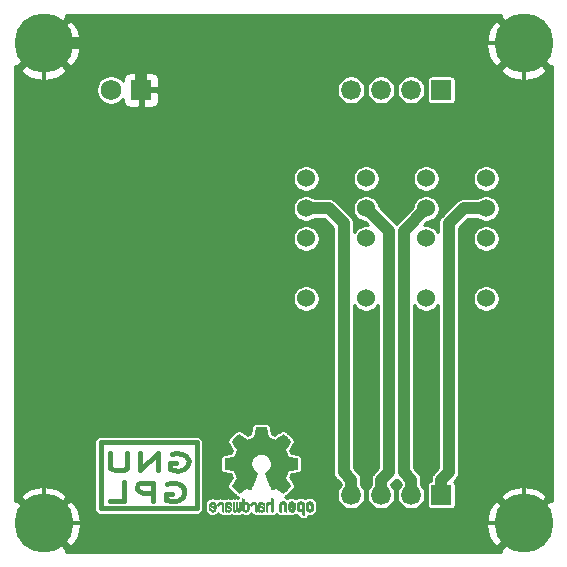
<source format=gbr>
%TF.GenerationSoftware,KiCad,Pcbnew,(5.1.10)-1*%
%TF.CreationDate,2021-09-10T16:42:04-04:00*%
%TF.ProjectId,Z_Brake,5a5f4272-616b-4652-9e6b-696361645f70,rev?*%
%TF.SameCoordinates,Original*%
%TF.FileFunction,Copper,L2,Bot*%
%TF.FilePolarity,Positive*%
%FSLAX46Y46*%
G04 Gerber Fmt 4.6, Leading zero omitted, Abs format (unit mm)*
G04 Created by KiCad (PCBNEW (5.1.10)-1) date 2021-09-10 16:42:04*
%MOMM*%
%LPD*%
G01*
G04 APERTURE LIST*
%TA.AperFunction,EtchedComponent*%
%ADD10C,0.381000*%
%TD*%
%TA.AperFunction,EtchedComponent*%
%ADD11C,0.010000*%
%TD*%
%TA.AperFunction,ComponentPad*%
%ADD12R,1.690000X1.690000*%
%TD*%
%TA.AperFunction,ComponentPad*%
%ADD13C,1.690000*%
%TD*%
%TA.AperFunction,ComponentPad*%
%ADD14C,1.524000*%
%TD*%
%TA.AperFunction,ComponentPad*%
%ADD15C,5.000000*%
%TD*%
%TA.AperFunction,ComponentPad*%
%ADD16R,1.755000X1.755000*%
%TD*%
%TA.AperFunction,ComponentPad*%
%ADD17C,1.755000*%
%TD*%
%TA.AperFunction,ViaPad*%
%ADD18C,0.800000*%
%TD*%
%TA.AperFunction,Conductor*%
%ADD19C,0.350000*%
%TD*%
%TA.AperFunction,Conductor*%
%ADD20C,1.000000*%
%TD*%
%TA.AperFunction,Conductor*%
%ADD21C,0.254000*%
%TD*%
%TA.AperFunction,Conductor*%
%ADD22C,0.100000*%
%TD*%
G04 APERTURE END LIST*
D10*
%TO.C,REF\u002A\u002A*%
X72009000Y-119380000D02*
X72009000Y-113792000D01*
X63881000Y-119380000D02*
X72009000Y-119380000D01*
X63881000Y-113792000D02*
X63881000Y-119380000D01*
X72009000Y-113792000D02*
X63881000Y-113792000D01*
X69745860Y-115539520D02*
X70246240Y-115539520D01*
X69745860Y-116039900D02*
X69745860Y-115539520D01*
X70444360Y-116240560D02*
X69745860Y-116039900D01*
X70944740Y-116039900D02*
X70444360Y-116240560D01*
X71244460Y-115740180D02*
X70944740Y-116039900D01*
X71346060Y-115338860D02*
X71244460Y-115740180D01*
X71145400Y-114940080D02*
X71346060Y-115338860D01*
X70744080Y-114739420D02*
X71145400Y-114940080D01*
X70246240Y-114640360D02*
X70744080Y-114739420D01*
X69943980Y-114739420D02*
X70246240Y-114640360D01*
X67243960Y-116138960D02*
X67243960Y-114640360D01*
X68745100Y-114640360D02*
X67243960Y-116138960D01*
X68745100Y-116138960D02*
X68745100Y-114640360D01*
X64645540Y-115940840D02*
X64645540Y-114640360D01*
X64846200Y-116039900D02*
X64645540Y-115940840D01*
X65145920Y-116138960D02*
X64846200Y-116039900D01*
X65544700Y-116138960D02*
X65145920Y-116138960D01*
X65844420Y-116138960D02*
X65544700Y-116138960D01*
X66144140Y-115940840D02*
X65844420Y-116138960D01*
X66144140Y-114640360D02*
X66144140Y-115940840D01*
X69446140Y-118140480D02*
X69943980Y-118140480D01*
X69446140Y-118640860D02*
X69446140Y-118140480D01*
X69943980Y-118739920D02*
X69446140Y-118640860D01*
X70246240Y-118739920D02*
X69943980Y-118739920D01*
X70545960Y-118640860D02*
X70246240Y-118739920D01*
X70845680Y-118440200D02*
X70545960Y-118640860D01*
X70944740Y-118038880D02*
X70845680Y-118440200D01*
X70944740Y-117739160D02*
X70944740Y-118038880D01*
X70744080Y-117439440D02*
X70944740Y-117739160D01*
X70545960Y-117340380D02*
X70744080Y-117439440D01*
X70246240Y-117238780D02*
X70545960Y-117340380D01*
X69745860Y-117238780D02*
X70246240Y-117238780D01*
X69545200Y-117340380D02*
X69745860Y-117238780D01*
X67444620Y-118038880D02*
X68343780Y-118038880D01*
X67144900Y-117939820D02*
X67444620Y-118038880D01*
X66944240Y-117739160D02*
X67144900Y-117939820D01*
X66944240Y-117541040D02*
X66944240Y-117739160D01*
X67045840Y-117340380D02*
X66944240Y-117541040D01*
X67243960Y-117238780D02*
X67045840Y-117340380D01*
X67444620Y-117238780D02*
X67243960Y-117238780D01*
X68343780Y-117238780D02*
X67444620Y-117238780D01*
X68343780Y-118739920D02*
X68343780Y-117238780D01*
X65844420Y-118739920D02*
X64645540Y-118739920D01*
X65844420Y-117139720D02*
X65844420Y-118739920D01*
D11*
G36*
X77330122Y-112492776D02*
G01*
X77224388Y-112493355D01*
X77147868Y-112494922D01*
X77095628Y-112497972D01*
X77062737Y-112502996D01*
X77044263Y-112510489D01*
X77035273Y-112520944D01*
X77030837Y-112534853D01*
X77030406Y-112536654D01*
X77023667Y-112569145D01*
X77011192Y-112633252D01*
X76994281Y-112722151D01*
X76974229Y-112829019D01*
X76952336Y-112947033D01*
X76951571Y-112951178D01*
X76929641Y-113066831D01*
X76909123Y-113169014D01*
X76891341Y-113251598D01*
X76877619Y-113308456D01*
X76869282Y-113333458D01*
X76868884Y-113333901D01*
X76844323Y-113346110D01*
X76793685Y-113366456D01*
X76727905Y-113390545D01*
X76727539Y-113390674D01*
X76644683Y-113421818D01*
X76547000Y-113461491D01*
X76454923Y-113501381D01*
X76450566Y-113503353D01*
X76300593Y-113571420D01*
X75968502Y-113344639D01*
X75866626Y-113275504D01*
X75774343Y-113213697D01*
X75696997Y-113162733D01*
X75639936Y-113126127D01*
X75608505Y-113107394D01*
X75605521Y-113106004D01*
X75582679Y-113112190D01*
X75540018Y-113142035D01*
X75475872Y-113196947D01*
X75388579Y-113278334D01*
X75299465Y-113364922D01*
X75213559Y-113450247D01*
X75136673Y-113528108D01*
X75073436Y-113593697D01*
X75028477Y-113642205D01*
X75006424Y-113668825D01*
X75005604Y-113670195D01*
X75003166Y-113688463D01*
X75012350Y-113718295D01*
X75035426Y-113763721D01*
X75074663Y-113828770D01*
X75132330Y-113917470D01*
X75209205Y-114031657D01*
X75277430Y-114132162D01*
X75338418Y-114222303D01*
X75388644Y-114296849D01*
X75424584Y-114350565D01*
X75442713Y-114378218D01*
X75443854Y-114380095D01*
X75441641Y-114406590D01*
X75424862Y-114458086D01*
X75396858Y-114524851D01*
X75386878Y-114546172D01*
X75343328Y-114641159D01*
X75296866Y-114748937D01*
X75259123Y-114842192D01*
X75231927Y-114911406D01*
X75210325Y-114964006D01*
X75197842Y-114991497D01*
X75196291Y-114993616D01*
X75173332Y-114997124D01*
X75119214Y-115006738D01*
X75041132Y-115021089D01*
X74946281Y-115038807D01*
X74841857Y-115058525D01*
X74735056Y-115078874D01*
X74633074Y-115098486D01*
X74543106Y-115115991D01*
X74472347Y-115130022D01*
X74427994Y-115139209D01*
X74417115Y-115141807D01*
X74405878Y-115148218D01*
X74397395Y-115162697D01*
X74391286Y-115190133D01*
X74387168Y-115235411D01*
X74384659Y-115303420D01*
X74383379Y-115399047D01*
X74382946Y-115527180D01*
X74382923Y-115579701D01*
X74382923Y-116006845D01*
X74485500Y-116027091D01*
X74542569Y-116038070D01*
X74627731Y-116054095D01*
X74730628Y-116073233D01*
X74840904Y-116093551D01*
X74871385Y-116099132D01*
X74973145Y-116118917D01*
X75061795Y-116138373D01*
X75129892Y-116155697D01*
X75169996Y-116169088D01*
X75176677Y-116173079D01*
X75193081Y-116201342D01*
X75216601Y-116256109D01*
X75242684Y-116326588D01*
X75247858Y-116341769D01*
X75282044Y-116435896D01*
X75324477Y-116542101D01*
X75366003Y-116637473D01*
X75366208Y-116637916D01*
X75435360Y-116787525D01*
X74980488Y-117456617D01*
X75272500Y-117749116D01*
X75360820Y-117836170D01*
X75441375Y-117912909D01*
X75509640Y-117975237D01*
X75561092Y-118019056D01*
X75591206Y-118040270D01*
X75595526Y-118041616D01*
X75620889Y-118031016D01*
X75672642Y-118001547D01*
X75745132Y-117956705D01*
X75832706Y-117899984D01*
X75927388Y-117836462D01*
X76023484Y-117771668D01*
X76109163Y-117715287D01*
X76178984Y-117670788D01*
X76227506Y-117641639D01*
X76249218Y-117631308D01*
X76275707Y-117640050D01*
X76325938Y-117663087D01*
X76389549Y-117695631D01*
X76396292Y-117699249D01*
X76481954Y-117742210D01*
X76540694Y-117763279D01*
X76577228Y-117763503D01*
X76596269Y-117743928D01*
X76596380Y-117743654D01*
X76605898Y-117720472D01*
X76628597Y-117665441D01*
X76662718Y-117582822D01*
X76706500Y-117476872D01*
X76758184Y-117351852D01*
X76816008Y-117212020D01*
X76872009Y-117076637D01*
X76933553Y-116927234D01*
X76990061Y-116788832D01*
X77039839Y-116665673D01*
X77081194Y-116562002D01*
X77112432Y-116482059D01*
X77131859Y-116430088D01*
X77137846Y-116410692D01*
X77122832Y-116388443D01*
X77083561Y-116352982D01*
X77031193Y-116313887D01*
X76882059Y-116190245D01*
X76765489Y-116048522D01*
X76682882Y-115891704D01*
X76635634Y-115722775D01*
X76625143Y-115544722D01*
X76632769Y-115462539D01*
X76674318Y-115292031D01*
X76745877Y-115141459D01*
X76843005Y-115012309D01*
X76961266Y-114906064D01*
X77096220Y-114824210D01*
X77243429Y-114768232D01*
X77398456Y-114739615D01*
X77556861Y-114739844D01*
X77714206Y-114770405D01*
X77866054Y-114832782D01*
X78007965Y-114928460D01*
X78067197Y-114982572D01*
X78180797Y-115121520D01*
X78259894Y-115273361D01*
X78305014Y-115433667D01*
X78316684Y-115598012D01*
X78295431Y-115761971D01*
X78241780Y-115921118D01*
X78156260Y-116071025D01*
X78039395Y-116207267D01*
X77908807Y-116313887D01*
X77854412Y-116354642D01*
X77815986Y-116389718D01*
X77802154Y-116410726D01*
X77809397Y-116433635D01*
X77829995Y-116488365D01*
X77862254Y-116570672D01*
X77904479Y-116676315D01*
X77954977Y-116801050D01*
X78012052Y-116940636D01*
X78068146Y-117076670D01*
X78130033Y-117226201D01*
X78187356Y-117364767D01*
X78238356Y-117488107D01*
X78281273Y-117591964D01*
X78314347Y-117672080D01*
X78335819Y-117724195D01*
X78343775Y-117743654D01*
X78362571Y-117763423D01*
X78398926Y-117763365D01*
X78457521Y-117742441D01*
X78543032Y-117699613D01*
X78543708Y-117699249D01*
X78608093Y-117666012D01*
X78660139Y-117641802D01*
X78689488Y-117631404D01*
X78690783Y-117631308D01*
X78712876Y-117641855D01*
X78761652Y-117671184D01*
X78831669Y-117715827D01*
X78917486Y-117772314D01*
X79012612Y-117836462D01*
X79109460Y-117901411D01*
X79196747Y-117957896D01*
X79268819Y-118002421D01*
X79320023Y-118031490D01*
X79344474Y-118041616D01*
X79366990Y-118028307D01*
X79412258Y-117991112D01*
X79475756Y-117934128D01*
X79552961Y-117861449D01*
X79639349Y-117777171D01*
X79667601Y-117749016D01*
X79959713Y-117456416D01*
X79737369Y-117130104D01*
X79669798Y-117029897D01*
X79610493Y-116939963D01*
X79562783Y-116865510D01*
X79529993Y-116811751D01*
X79515452Y-116783894D01*
X79515026Y-116781912D01*
X79522692Y-116755655D01*
X79543311Y-116702837D01*
X79573315Y-116632310D01*
X79594375Y-116585093D01*
X79633752Y-116494694D01*
X79670835Y-116403366D01*
X79699585Y-116326200D01*
X79707395Y-116302692D01*
X79729583Y-116239916D01*
X79751273Y-116191411D01*
X79763187Y-116173079D01*
X79789477Y-116161859D01*
X79846858Y-116145954D01*
X79927882Y-116127167D01*
X80025105Y-116107299D01*
X80068615Y-116099132D01*
X80179104Y-116078829D01*
X80285084Y-116059170D01*
X80376199Y-116042088D01*
X80442092Y-116029518D01*
X80454500Y-116027091D01*
X80557077Y-116006845D01*
X80557077Y-115579701D01*
X80556847Y-115439246D01*
X80555901Y-115332979D01*
X80553859Y-115256013D01*
X80550338Y-115203460D01*
X80544957Y-115170433D01*
X80537334Y-115152045D01*
X80527088Y-115143408D01*
X80522885Y-115141807D01*
X80497530Y-115136127D01*
X80441516Y-115124795D01*
X80362036Y-115109179D01*
X80266288Y-115090647D01*
X80161467Y-115070569D01*
X80054768Y-115050312D01*
X79953387Y-115031246D01*
X79864521Y-115014739D01*
X79795363Y-115002159D01*
X79753111Y-114994875D01*
X79743710Y-114993616D01*
X79735193Y-114976763D01*
X79716340Y-114931870D01*
X79690676Y-114867430D01*
X79680877Y-114842192D01*
X79641352Y-114744686D01*
X79594808Y-114636959D01*
X79553123Y-114546172D01*
X79522450Y-114476753D01*
X79502044Y-114419710D01*
X79495232Y-114384777D01*
X79496318Y-114380095D01*
X79510715Y-114357991D01*
X79543588Y-114308831D01*
X79591410Y-114237848D01*
X79650652Y-114150278D01*
X79717785Y-114051357D01*
X79731059Y-114031830D01*
X79808954Y-113916140D01*
X79866213Y-113828044D01*
X79905119Y-113763486D01*
X79927956Y-113718411D01*
X79937006Y-113688763D01*
X79934552Y-113670485D01*
X79934489Y-113670369D01*
X79915173Y-113646361D01*
X79872449Y-113599947D01*
X79810949Y-113535937D01*
X79735302Y-113459145D01*
X79650139Y-113374382D01*
X79640535Y-113364922D01*
X79533210Y-113260989D01*
X79450385Y-113184675D01*
X79390395Y-113134571D01*
X79351577Y-113109270D01*
X79334480Y-113106004D01*
X79309527Y-113120250D01*
X79257745Y-113153156D01*
X79184480Y-113201208D01*
X79095080Y-113260890D01*
X78994889Y-113328688D01*
X78971499Y-113344639D01*
X78639407Y-113571420D01*
X78489435Y-113503353D01*
X78398230Y-113463685D01*
X78300331Y-113423791D01*
X78216169Y-113391983D01*
X78212462Y-113390674D01*
X78146631Y-113366576D01*
X78095884Y-113346200D01*
X78071158Y-113333936D01*
X78071116Y-113333901D01*
X78063271Y-113311734D01*
X78049934Y-113257217D01*
X78032430Y-113176480D01*
X78012083Y-113075650D01*
X77990218Y-112960856D01*
X77988429Y-112951178D01*
X77966496Y-112832904D01*
X77946360Y-112725542D01*
X77929320Y-112635917D01*
X77916672Y-112570851D01*
X77909716Y-112537168D01*
X77909594Y-112536654D01*
X77905361Y-112522325D01*
X77897129Y-112511507D01*
X77879967Y-112503706D01*
X77848942Y-112498429D01*
X77799122Y-112495182D01*
X77725576Y-112493472D01*
X77623371Y-112492807D01*
X77487575Y-112492693D01*
X77470000Y-112492692D01*
X77330122Y-112492776D01*
G37*
X77330122Y-112492776D02*
X77224388Y-112493355D01*
X77147868Y-112494922D01*
X77095628Y-112497972D01*
X77062737Y-112502996D01*
X77044263Y-112510489D01*
X77035273Y-112520944D01*
X77030837Y-112534853D01*
X77030406Y-112536654D01*
X77023667Y-112569145D01*
X77011192Y-112633252D01*
X76994281Y-112722151D01*
X76974229Y-112829019D01*
X76952336Y-112947033D01*
X76951571Y-112951178D01*
X76929641Y-113066831D01*
X76909123Y-113169014D01*
X76891341Y-113251598D01*
X76877619Y-113308456D01*
X76869282Y-113333458D01*
X76868884Y-113333901D01*
X76844323Y-113346110D01*
X76793685Y-113366456D01*
X76727905Y-113390545D01*
X76727539Y-113390674D01*
X76644683Y-113421818D01*
X76547000Y-113461491D01*
X76454923Y-113501381D01*
X76450566Y-113503353D01*
X76300593Y-113571420D01*
X75968502Y-113344639D01*
X75866626Y-113275504D01*
X75774343Y-113213697D01*
X75696997Y-113162733D01*
X75639936Y-113126127D01*
X75608505Y-113107394D01*
X75605521Y-113106004D01*
X75582679Y-113112190D01*
X75540018Y-113142035D01*
X75475872Y-113196947D01*
X75388579Y-113278334D01*
X75299465Y-113364922D01*
X75213559Y-113450247D01*
X75136673Y-113528108D01*
X75073436Y-113593697D01*
X75028477Y-113642205D01*
X75006424Y-113668825D01*
X75005604Y-113670195D01*
X75003166Y-113688463D01*
X75012350Y-113718295D01*
X75035426Y-113763721D01*
X75074663Y-113828770D01*
X75132330Y-113917470D01*
X75209205Y-114031657D01*
X75277430Y-114132162D01*
X75338418Y-114222303D01*
X75388644Y-114296849D01*
X75424584Y-114350565D01*
X75442713Y-114378218D01*
X75443854Y-114380095D01*
X75441641Y-114406590D01*
X75424862Y-114458086D01*
X75396858Y-114524851D01*
X75386878Y-114546172D01*
X75343328Y-114641159D01*
X75296866Y-114748937D01*
X75259123Y-114842192D01*
X75231927Y-114911406D01*
X75210325Y-114964006D01*
X75197842Y-114991497D01*
X75196291Y-114993616D01*
X75173332Y-114997124D01*
X75119214Y-115006738D01*
X75041132Y-115021089D01*
X74946281Y-115038807D01*
X74841857Y-115058525D01*
X74735056Y-115078874D01*
X74633074Y-115098486D01*
X74543106Y-115115991D01*
X74472347Y-115130022D01*
X74427994Y-115139209D01*
X74417115Y-115141807D01*
X74405878Y-115148218D01*
X74397395Y-115162697D01*
X74391286Y-115190133D01*
X74387168Y-115235411D01*
X74384659Y-115303420D01*
X74383379Y-115399047D01*
X74382946Y-115527180D01*
X74382923Y-115579701D01*
X74382923Y-116006845D01*
X74485500Y-116027091D01*
X74542569Y-116038070D01*
X74627731Y-116054095D01*
X74730628Y-116073233D01*
X74840904Y-116093551D01*
X74871385Y-116099132D01*
X74973145Y-116118917D01*
X75061795Y-116138373D01*
X75129892Y-116155697D01*
X75169996Y-116169088D01*
X75176677Y-116173079D01*
X75193081Y-116201342D01*
X75216601Y-116256109D01*
X75242684Y-116326588D01*
X75247858Y-116341769D01*
X75282044Y-116435896D01*
X75324477Y-116542101D01*
X75366003Y-116637473D01*
X75366208Y-116637916D01*
X75435360Y-116787525D01*
X74980488Y-117456617D01*
X75272500Y-117749116D01*
X75360820Y-117836170D01*
X75441375Y-117912909D01*
X75509640Y-117975237D01*
X75561092Y-118019056D01*
X75591206Y-118040270D01*
X75595526Y-118041616D01*
X75620889Y-118031016D01*
X75672642Y-118001547D01*
X75745132Y-117956705D01*
X75832706Y-117899984D01*
X75927388Y-117836462D01*
X76023484Y-117771668D01*
X76109163Y-117715287D01*
X76178984Y-117670788D01*
X76227506Y-117641639D01*
X76249218Y-117631308D01*
X76275707Y-117640050D01*
X76325938Y-117663087D01*
X76389549Y-117695631D01*
X76396292Y-117699249D01*
X76481954Y-117742210D01*
X76540694Y-117763279D01*
X76577228Y-117763503D01*
X76596269Y-117743928D01*
X76596380Y-117743654D01*
X76605898Y-117720472D01*
X76628597Y-117665441D01*
X76662718Y-117582822D01*
X76706500Y-117476872D01*
X76758184Y-117351852D01*
X76816008Y-117212020D01*
X76872009Y-117076637D01*
X76933553Y-116927234D01*
X76990061Y-116788832D01*
X77039839Y-116665673D01*
X77081194Y-116562002D01*
X77112432Y-116482059D01*
X77131859Y-116430088D01*
X77137846Y-116410692D01*
X77122832Y-116388443D01*
X77083561Y-116352982D01*
X77031193Y-116313887D01*
X76882059Y-116190245D01*
X76765489Y-116048522D01*
X76682882Y-115891704D01*
X76635634Y-115722775D01*
X76625143Y-115544722D01*
X76632769Y-115462539D01*
X76674318Y-115292031D01*
X76745877Y-115141459D01*
X76843005Y-115012309D01*
X76961266Y-114906064D01*
X77096220Y-114824210D01*
X77243429Y-114768232D01*
X77398456Y-114739615D01*
X77556861Y-114739844D01*
X77714206Y-114770405D01*
X77866054Y-114832782D01*
X78007965Y-114928460D01*
X78067197Y-114982572D01*
X78180797Y-115121520D01*
X78259894Y-115273361D01*
X78305014Y-115433667D01*
X78316684Y-115598012D01*
X78295431Y-115761971D01*
X78241780Y-115921118D01*
X78156260Y-116071025D01*
X78039395Y-116207267D01*
X77908807Y-116313887D01*
X77854412Y-116354642D01*
X77815986Y-116389718D01*
X77802154Y-116410726D01*
X77809397Y-116433635D01*
X77829995Y-116488365D01*
X77862254Y-116570672D01*
X77904479Y-116676315D01*
X77954977Y-116801050D01*
X78012052Y-116940636D01*
X78068146Y-117076670D01*
X78130033Y-117226201D01*
X78187356Y-117364767D01*
X78238356Y-117488107D01*
X78281273Y-117591964D01*
X78314347Y-117672080D01*
X78335819Y-117724195D01*
X78343775Y-117743654D01*
X78362571Y-117763423D01*
X78398926Y-117763365D01*
X78457521Y-117742441D01*
X78543032Y-117699613D01*
X78543708Y-117699249D01*
X78608093Y-117666012D01*
X78660139Y-117641802D01*
X78689488Y-117631404D01*
X78690783Y-117631308D01*
X78712876Y-117641855D01*
X78761652Y-117671184D01*
X78831669Y-117715827D01*
X78917486Y-117772314D01*
X79012612Y-117836462D01*
X79109460Y-117901411D01*
X79196747Y-117957896D01*
X79268819Y-118002421D01*
X79320023Y-118031490D01*
X79344474Y-118041616D01*
X79366990Y-118028307D01*
X79412258Y-117991112D01*
X79475756Y-117934128D01*
X79552961Y-117861449D01*
X79639349Y-117777171D01*
X79667601Y-117749016D01*
X79959713Y-117456416D01*
X79737369Y-117130104D01*
X79669798Y-117029897D01*
X79610493Y-116939963D01*
X79562783Y-116865510D01*
X79529993Y-116811751D01*
X79515452Y-116783894D01*
X79515026Y-116781912D01*
X79522692Y-116755655D01*
X79543311Y-116702837D01*
X79573315Y-116632310D01*
X79594375Y-116585093D01*
X79633752Y-116494694D01*
X79670835Y-116403366D01*
X79699585Y-116326200D01*
X79707395Y-116302692D01*
X79729583Y-116239916D01*
X79751273Y-116191411D01*
X79763187Y-116173079D01*
X79789477Y-116161859D01*
X79846858Y-116145954D01*
X79927882Y-116127167D01*
X80025105Y-116107299D01*
X80068615Y-116099132D01*
X80179104Y-116078829D01*
X80285084Y-116059170D01*
X80376199Y-116042088D01*
X80442092Y-116029518D01*
X80454500Y-116027091D01*
X80557077Y-116006845D01*
X80557077Y-115579701D01*
X80556847Y-115439246D01*
X80555901Y-115332979D01*
X80553859Y-115256013D01*
X80550338Y-115203460D01*
X80544957Y-115170433D01*
X80537334Y-115152045D01*
X80527088Y-115143408D01*
X80522885Y-115141807D01*
X80497530Y-115136127D01*
X80441516Y-115124795D01*
X80362036Y-115109179D01*
X80266288Y-115090647D01*
X80161467Y-115070569D01*
X80054768Y-115050312D01*
X79953387Y-115031246D01*
X79864521Y-115014739D01*
X79795363Y-115002159D01*
X79753111Y-114994875D01*
X79743710Y-114993616D01*
X79735193Y-114976763D01*
X79716340Y-114931870D01*
X79690676Y-114867430D01*
X79680877Y-114842192D01*
X79641352Y-114744686D01*
X79594808Y-114636959D01*
X79553123Y-114546172D01*
X79522450Y-114476753D01*
X79502044Y-114419710D01*
X79495232Y-114384777D01*
X79496318Y-114380095D01*
X79510715Y-114357991D01*
X79543588Y-114308831D01*
X79591410Y-114237848D01*
X79650652Y-114150278D01*
X79717785Y-114051357D01*
X79731059Y-114031830D01*
X79808954Y-113916140D01*
X79866213Y-113828044D01*
X79905119Y-113763486D01*
X79927956Y-113718411D01*
X79937006Y-113688763D01*
X79934552Y-113670485D01*
X79934489Y-113670369D01*
X79915173Y-113646361D01*
X79872449Y-113599947D01*
X79810949Y-113535937D01*
X79735302Y-113459145D01*
X79650139Y-113374382D01*
X79640535Y-113364922D01*
X79533210Y-113260989D01*
X79450385Y-113184675D01*
X79390395Y-113134571D01*
X79351577Y-113109270D01*
X79334480Y-113106004D01*
X79309527Y-113120250D01*
X79257745Y-113153156D01*
X79184480Y-113201208D01*
X79095080Y-113260890D01*
X78994889Y-113328688D01*
X78971499Y-113344639D01*
X78639407Y-113571420D01*
X78489435Y-113503353D01*
X78398230Y-113463685D01*
X78300331Y-113423791D01*
X78216169Y-113391983D01*
X78212462Y-113390674D01*
X78146631Y-113366576D01*
X78095884Y-113346200D01*
X78071158Y-113333936D01*
X78071116Y-113333901D01*
X78063271Y-113311734D01*
X78049934Y-113257217D01*
X78032430Y-113176480D01*
X78012083Y-113075650D01*
X77990218Y-112960856D01*
X77988429Y-112951178D01*
X77966496Y-112832904D01*
X77946360Y-112725542D01*
X77929320Y-112635917D01*
X77916672Y-112570851D01*
X77909716Y-112537168D01*
X77909594Y-112536654D01*
X77905361Y-112522325D01*
X77897129Y-112511507D01*
X77879967Y-112503706D01*
X77848942Y-112498429D01*
X77799122Y-112495182D01*
X77725576Y-112493472D01*
X77623371Y-112492807D01*
X77487575Y-112492693D01*
X77470000Y-112492692D01*
X77330122Y-112492776D01*
G36*
X73224776Y-118852838D02*
G01*
X73147472Y-118903361D01*
X73110186Y-118948590D01*
X73080647Y-119030663D01*
X73078301Y-119095607D01*
X73083615Y-119182445D01*
X73283885Y-119270103D01*
X73381261Y-119314887D01*
X73444887Y-119350913D01*
X73477971Y-119382117D01*
X73483720Y-119412436D01*
X73465342Y-119445805D01*
X73445077Y-119467923D01*
X73386111Y-119503393D01*
X73321976Y-119505879D01*
X73263074Y-119478235D01*
X73219803Y-119423320D01*
X73212064Y-119403928D01*
X73174994Y-119343364D01*
X73132346Y-119317552D01*
X73073846Y-119295471D01*
X73073846Y-119379184D01*
X73079018Y-119436150D01*
X73099277Y-119484189D01*
X73141738Y-119539346D01*
X73148049Y-119546514D01*
X73195280Y-119595585D01*
X73235879Y-119621920D01*
X73286672Y-119634035D01*
X73328780Y-119638003D01*
X73404098Y-119638991D01*
X73457714Y-119626466D01*
X73491162Y-119607869D01*
X73543732Y-119566975D01*
X73580121Y-119522748D01*
X73603150Y-119467126D01*
X73615641Y-119392047D01*
X73620413Y-119289449D01*
X73620794Y-119237376D01*
X73619499Y-119174948D01*
X73501529Y-119174948D01*
X73500161Y-119208438D01*
X73496751Y-119213923D01*
X73474247Y-119206472D01*
X73425818Y-119186753D01*
X73361092Y-119158718D01*
X73347557Y-119152692D01*
X73265756Y-119111096D01*
X73220688Y-119074538D01*
X73210783Y-119040296D01*
X73234474Y-119005648D01*
X73254040Y-118990339D01*
X73324640Y-118959721D01*
X73390720Y-118964780D01*
X73446041Y-119002151D01*
X73484364Y-119068473D01*
X73496651Y-119121116D01*
X73501529Y-119174948D01*
X73619499Y-119174948D01*
X73618270Y-119115720D01*
X73608968Y-119025710D01*
X73590540Y-118960167D01*
X73560640Y-118911912D01*
X73516920Y-118873767D01*
X73497859Y-118861440D01*
X73411274Y-118829336D01*
X73316478Y-118827316D01*
X73224776Y-118852838D01*
G37*
X73224776Y-118852838D02*
X73147472Y-118903361D01*
X73110186Y-118948590D01*
X73080647Y-119030663D01*
X73078301Y-119095607D01*
X73083615Y-119182445D01*
X73283885Y-119270103D01*
X73381261Y-119314887D01*
X73444887Y-119350913D01*
X73477971Y-119382117D01*
X73483720Y-119412436D01*
X73465342Y-119445805D01*
X73445077Y-119467923D01*
X73386111Y-119503393D01*
X73321976Y-119505879D01*
X73263074Y-119478235D01*
X73219803Y-119423320D01*
X73212064Y-119403928D01*
X73174994Y-119343364D01*
X73132346Y-119317552D01*
X73073846Y-119295471D01*
X73073846Y-119379184D01*
X73079018Y-119436150D01*
X73099277Y-119484189D01*
X73141738Y-119539346D01*
X73148049Y-119546514D01*
X73195280Y-119595585D01*
X73235879Y-119621920D01*
X73286672Y-119634035D01*
X73328780Y-119638003D01*
X73404098Y-119638991D01*
X73457714Y-119626466D01*
X73491162Y-119607869D01*
X73543732Y-119566975D01*
X73580121Y-119522748D01*
X73603150Y-119467126D01*
X73615641Y-119392047D01*
X73620413Y-119289449D01*
X73620794Y-119237376D01*
X73619499Y-119174948D01*
X73501529Y-119174948D01*
X73500161Y-119208438D01*
X73496751Y-119213923D01*
X73474247Y-119206472D01*
X73425818Y-119186753D01*
X73361092Y-119158718D01*
X73347557Y-119152692D01*
X73265756Y-119111096D01*
X73220688Y-119074538D01*
X73210783Y-119040296D01*
X73234474Y-119005648D01*
X73254040Y-118990339D01*
X73324640Y-118959721D01*
X73390720Y-118964780D01*
X73446041Y-119002151D01*
X73484364Y-119068473D01*
X73496651Y-119121116D01*
X73501529Y-119174948D01*
X73619499Y-119174948D01*
X73618270Y-119115720D01*
X73608968Y-119025710D01*
X73590540Y-118960167D01*
X73560640Y-118911912D01*
X73516920Y-118873767D01*
X73497859Y-118861440D01*
X73411274Y-118829336D01*
X73316478Y-118827316D01*
X73224776Y-118852838D01*
G36*
X73899193Y-118841782D02*
G01*
X73875839Y-118851988D01*
X73820098Y-118896134D01*
X73772431Y-118959967D01*
X73742952Y-119028087D01*
X73738154Y-119061670D01*
X73754240Y-119108556D01*
X73789525Y-119133365D01*
X73827356Y-119148387D01*
X73844679Y-119151155D01*
X73853114Y-119131066D01*
X73869770Y-119087351D01*
X73877077Y-119067598D01*
X73918052Y-118999271D01*
X73977378Y-118965191D01*
X74053448Y-118966239D01*
X74059082Y-118967581D01*
X74099695Y-118986836D01*
X74129552Y-119024375D01*
X74149945Y-119084809D01*
X74162164Y-119172751D01*
X74167500Y-119292813D01*
X74168000Y-119356698D01*
X74168248Y-119457403D01*
X74169874Y-119526054D01*
X74174199Y-119569673D01*
X74182546Y-119595282D01*
X74196235Y-119609903D01*
X74216589Y-119620558D01*
X74217766Y-119621095D01*
X74256962Y-119637667D01*
X74276381Y-119643769D01*
X74279365Y-119625319D01*
X74281919Y-119574323D01*
X74283860Y-119497308D01*
X74285003Y-119400805D01*
X74285231Y-119330184D01*
X74284068Y-119193525D01*
X74279521Y-119089851D01*
X74270001Y-119013108D01*
X74253919Y-118957246D01*
X74229687Y-118916212D01*
X74195714Y-118883954D01*
X74162167Y-118861440D01*
X74081501Y-118831476D01*
X73987619Y-118824718D01*
X73899193Y-118841782D01*
G37*
X73899193Y-118841782D02*
X73875839Y-118851988D01*
X73820098Y-118896134D01*
X73772431Y-118959967D01*
X73742952Y-119028087D01*
X73738154Y-119061670D01*
X73754240Y-119108556D01*
X73789525Y-119133365D01*
X73827356Y-119148387D01*
X73844679Y-119151155D01*
X73853114Y-119131066D01*
X73869770Y-119087351D01*
X73877077Y-119067598D01*
X73918052Y-118999271D01*
X73977378Y-118965191D01*
X74053448Y-118966239D01*
X74059082Y-118967581D01*
X74099695Y-118986836D01*
X74129552Y-119024375D01*
X74149945Y-119084809D01*
X74162164Y-119172751D01*
X74167500Y-119292813D01*
X74168000Y-119356698D01*
X74168248Y-119457403D01*
X74169874Y-119526054D01*
X74174199Y-119569673D01*
X74182546Y-119595282D01*
X74196235Y-119609903D01*
X74216589Y-119620558D01*
X74217766Y-119621095D01*
X74256962Y-119637667D01*
X74276381Y-119643769D01*
X74279365Y-119625319D01*
X74281919Y-119574323D01*
X74283860Y-119497308D01*
X74285003Y-119400805D01*
X74285231Y-119330184D01*
X74284068Y-119193525D01*
X74279521Y-119089851D01*
X74270001Y-119013108D01*
X74253919Y-118957246D01*
X74229687Y-118916212D01*
X74195714Y-118883954D01*
X74162167Y-118861440D01*
X74081501Y-118831476D01*
X73987619Y-118824718D01*
X73899193Y-118841782D01*
G36*
X74582667Y-118838528D02*
G01*
X74526410Y-118864117D01*
X74482253Y-118895124D01*
X74449899Y-118929795D01*
X74427562Y-118974520D01*
X74413454Y-119035692D01*
X74405789Y-119119701D01*
X74402780Y-119232940D01*
X74402462Y-119307509D01*
X74402462Y-119598420D01*
X74452227Y-119621095D01*
X74491424Y-119637667D01*
X74510843Y-119643769D01*
X74514558Y-119625610D01*
X74517505Y-119576648D01*
X74519309Y-119505153D01*
X74519692Y-119448385D01*
X74521339Y-119366371D01*
X74525778Y-119301309D01*
X74532260Y-119261467D01*
X74537410Y-119253000D01*
X74572023Y-119261646D01*
X74626360Y-119283823D01*
X74689278Y-119313886D01*
X74749632Y-119346192D01*
X74796279Y-119375098D01*
X74818074Y-119394961D01*
X74818161Y-119395175D01*
X74816286Y-119431935D01*
X74799475Y-119467026D01*
X74769961Y-119495528D01*
X74726884Y-119505061D01*
X74690068Y-119503950D01*
X74637926Y-119503133D01*
X74610556Y-119515349D01*
X74594118Y-119547624D01*
X74592045Y-119553710D01*
X74584919Y-119599739D01*
X74603976Y-119627687D01*
X74653647Y-119641007D01*
X74707303Y-119643470D01*
X74803858Y-119625210D01*
X74853841Y-119599131D01*
X74915571Y-119537868D01*
X74948310Y-119462670D01*
X74951247Y-119383211D01*
X74923576Y-119309167D01*
X74881953Y-119262769D01*
X74840396Y-119236793D01*
X74775078Y-119203907D01*
X74698962Y-119170557D01*
X74686274Y-119165461D01*
X74602667Y-119128565D01*
X74554470Y-119096046D01*
X74538970Y-119063718D01*
X74553450Y-119027394D01*
X74578308Y-118999000D01*
X74637061Y-118964039D01*
X74701707Y-118961417D01*
X74760992Y-118988358D01*
X74803661Y-119042088D01*
X74809261Y-119055950D01*
X74841867Y-119106936D01*
X74889470Y-119144787D01*
X74949539Y-119175850D01*
X74949539Y-119087768D01*
X74946003Y-119033951D01*
X74930844Y-118991534D01*
X74897232Y-118946279D01*
X74864965Y-118911420D01*
X74814791Y-118862062D01*
X74775807Y-118835547D01*
X74733936Y-118824911D01*
X74686540Y-118823154D01*
X74582667Y-118838528D01*
G37*
X74582667Y-118838528D02*
X74526410Y-118864117D01*
X74482253Y-118895124D01*
X74449899Y-118929795D01*
X74427562Y-118974520D01*
X74413454Y-119035692D01*
X74405789Y-119119701D01*
X74402780Y-119232940D01*
X74402462Y-119307509D01*
X74402462Y-119598420D01*
X74452227Y-119621095D01*
X74491424Y-119637667D01*
X74510843Y-119643769D01*
X74514558Y-119625610D01*
X74517505Y-119576648D01*
X74519309Y-119505153D01*
X74519692Y-119448385D01*
X74521339Y-119366371D01*
X74525778Y-119301309D01*
X74532260Y-119261467D01*
X74537410Y-119253000D01*
X74572023Y-119261646D01*
X74626360Y-119283823D01*
X74689278Y-119313886D01*
X74749632Y-119346192D01*
X74796279Y-119375098D01*
X74818074Y-119394961D01*
X74818161Y-119395175D01*
X74816286Y-119431935D01*
X74799475Y-119467026D01*
X74769961Y-119495528D01*
X74726884Y-119505061D01*
X74690068Y-119503950D01*
X74637926Y-119503133D01*
X74610556Y-119515349D01*
X74594118Y-119547624D01*
X74592045Y-119553710D01*
X74584919Y-119599739D01*
X74603976Y-119627687D01*
X74653647Y-119641007D01*
X74707303Y-119643470D01*
X74803858Y-119625210D01*
X74853841Y-119599131D01*
X74915571Y-119537868D01*
X74948310Y-119462670D01*
X74951247Y-119383211D01*
X74923576Y-119309167D01*
X74881953Y-119262769D01*
X74840396Y-119236793D01*
X74775078Y-119203907D01*
X74698962Y-119170557D01*
X74686274Y-119165461D01*
X74602667Y-119128565D01*
X74554470Y-119096046D01*
X74538970Y-119063718D01*
X74553450Y-119027394D01*
X74578308Y-118999000D01*
X74637061Y-118964039D01*
X74701707Y-118961417D01*
X74760992Y-118988358D01*
X74803661Y-119042088D01*
X74809261Y-119055950D01*
X74841867Y-119106936D01*
X74889470Y-119144787D01*
X74949539Y-119175850D01*
X74949539Y-119087768D01*
X74946003Y-119033951D01*
X74930844Y-118991534D01*
X74897232Y-118946279D01*
X74864965Y-118911420D01*
X74814791Y-118862062D01*
X74775807Y-118835547D01*
X74733936Y-118824911D01*
X74686540Y-118823154D01*
X74582667Y-118838528D01*
G36*
X75074071Y-118841662D02*
G01*
X75071089Y-118893068D01*
X75068753Y-118971192D01*
X75067251Y-119069857D01*
X75066769Y-119173343D01*
X75066769Y-119523533D01*
X75128599Y-119585363D01*
X75171207Y-119623462D01*
X75208610Y-119638895D01*
X75259730Y-119637918D01*
X75280022Y-119635433D01*
X75343446Y-119628200D01*
X75395905Y-119624055D01*
X75408692Y-119623672D01*
X75451801Y-119626176D01*
X75513456Y-119632462D01*
X75537362Y-119635433D01*
X75596078Y-119640028D01*
X75635536Y-119630046D01*
X75674662Y-119599228D01*
X75688785Y-119585363D01*
X75750615Y-119523533D01*
X75750615Y-118868503D01*
X75700850Y-118845829D01*
X75657998Y-118829034D01*
X75632927Y-118823154D01*
X75626499Y-118841736D01*
X75620491Y-118893655D01*
X75615303Y-118973172D01*
X75611336Y-119074546D01*
X75609423Y-119160192D01*
X75604077Y-119497231D01*
X75557440Y-119503825D01*
X75515024Y-119499214D01*
X75494240Y-119484287D01*
X75488430Y-119456377D01*
X75483470Y-119396925D01*
X75479754Y-119313466D01*
X75477676Y-119213532D01*
X75477376Y-119162104D01*
X75477077Y-118866054D01*
X75415546Y-118844604D01*
X75371996Y-118830020D01*
X75348306Y-118823219D01*
X75347623Y-118823154D01*
X75345246Y-118841642D01*
X75342634Y-118892906D01*
X75340005Y-118970649D01*
X75337579Y-119068574D01*
X75335885Y-119160192D01*
X75330539Y-119497231D01*
X75213308Y-119497231D01*
X75207928Y-119189746D01*
X75202549Y-118882261D01*
X75145399Y-118852707D01*
X75103203Y-118832413D01*
X75078230Y-118823204D01*
X75077509Y-118823154D01*
X75074071Y-118841662D01*
G37*
X75074071Y-118841662D02*
X75071089Y-118893068D01*
X75068753Y-118971192D01*
X75067251Y-119069857D01*
X75066769Y-119173343D01*
X75066769Y-119523533D01*
X75128599Y-119585363D01*
X75171207Y-119623462D01*
X75208610Y-119638895D01*
X75259730Y-119637918D01*
X75280022Y-119635433D01*
X75343446Y-119628200D01*
X75395905Y-119624055D01*
X75408692Y-119623672D01*
X75451801Y-119626176D01*
X75513456Y-119632462D01*
X75537362Y-119635433D01*
X75596078Y-119640028D01*
X75635536Y-119630046D01*
X75674662Y-119599228D01*
X75688785Y-119585363D01*
X75750615Y-119523533D01*
X75750615Y-118868503D01*
X75700850Y-118845829D01*
X75657998Y-118829034D01*
X75632927Y-118823154D01*
X75626499Y-118841736D01*
X75620491Y-118893655D01*
X75615303Y-118973172D01*
X75611336Y-119074546D01*
X75609423Y-119160192D01*
X75604077Y-119497231D01*
X75557440Y-119503825D01*
X75515024Y-119499214D01*
X75494240Y-119484287D01*
X75488430Y-119456377D01*
X75483470Y-119396925D01*
X75479754Y-119313466D01*
X75477676Y-119213532D01*
X75477376Y-119162104D01*
X75477077Y-118866054D01*
X75415546Y-118844604D01*
X75371996Y-118830020D01*
X75348306Y-118823219D01*
X75347623Y-118823154D01*
X75345246Y-118841642D01*
X75342634Y-118892906D01*
X75340005Y-118970649D01*
X75337579Y-119068574D01*
X75335885Y-119160192D01*
X75330539Y-119497231D01*
X75213308Y-119497231D01*
X75207928Y-119189746D01*
X75202549Y-118882261D01*
X75145399Y-118852707D01*
X75103203Y-118832413D01*
X75078230Y-118823204D01*
X75077509Y-118823154D01*
X75074071Y-118841662D01*
G36*
X75867919Y-118985289D02*
G01*
X75868167Y-119131320D01*
X75869128Y-119243655D01*
X75871206Y-119327678D01*
X75874807Y-119388769D01*
X75880335Y-119432309D01*
X75888196Y-119463679D01*
X75898793Y-119488262D01*
X75906818Y-119502294D01*
X75973272Y-119578388D01*
X76057530Y-119626084D01*
X76150751Y-119643199D01*
X76244100Y-119627546D01*
X76299688Y-119599418D01*
X76358043Y-119550760D01*
X76397814Y-119491333D01*
X76421810Y-119413507D01*
X76432839Y-119309652D01*
X76434401Y-119233462D01*
X76434191Y-119227986D01*
X76297692Y-119227986D01*
X76296859Y-119315355D01*
X76293039Y-119373192D01*
X76284254Y-119411029D01*
X76268526Y-119438398D01*
X76249734Y-119459042D01*
X76186625Y-119498890D01*
X76118863Y-119502295D01*
X76054821Y-119469025D01*
X76049836Y-119464517D01*
X76028561Y-119441067D01*
X76015221Y-119413166D01*
X76007999Y-119371641D01*
X76005077Y-119307316D01*
X76004615Y-119236200D01*
X76005617Y-119146858D01*
X76009762Y-119087258D01*
X76018764Y-119048089D01*
X76034333Y-119020040D01*
X76047098Y-119005144D01*
X76106400Y-118967575D01*
X76174699Y-118963057D01*
X76239890Y-118991753D01*
X76252472Y-119002406D01*
X76273889Y-119026063D01*
X76287256Y-119054251D01*
X76294434Y-119096245D01*
X76297281Y-119161319D01*
X76297692Y-119227986D01*
X76434191Y-119227986D01*
X76429678Y-119110765D01*
X76413638Y-119018577D01*
X76383472Y-118949269D01*
X76336371Y-118895211D01*
X76299688Y-118867505D01*
X76233010Y-118837572D01*
X76155728Y-118823678D01*
X76083890Y-118827397D01*
X76043692Y-118842400D01*
X76027918Y-118846670D01*
X76017450Y-118830750D01*
X76010144Y-118788089D01*
X76004615Y-118723106D01*
X75998563Y-118650732D01*
X75990156Y-118607187D01*
X75974859Y-118582287D01*
X75948136Y-118565845D01*
X75931346Y-118558564D01*
X75867846Y-118531963D01*
X75867919Y-118985289D01*
G37*
X75867919Y-118985289D02*
X75868167Y-119131320D01*
X75869128Y-119243655D01*
X75871206Y-119327678D01*
X75874807Y-119388769D01*
X75880335Y-119432309D01*
X75888196Y-119463679D01*
X75898793Y-119488262D01*
X75906818Y-119502294D01*
X75973272Y-119578388D01*
X76057530Y-119626084D01*
X76150751Y-119643199D01*
X76244100Y-119627546D01*
X76299688Y-119599418D01*
X76358043Y-119550760D01*
X76397814Y-119491333D01*
X76421810Y-119413507D01*
X76432839Y-119309652D01*
X76434401Y-119233462D01*
X76434191Y-119227986D01*
X76297692Y-119227986D01*
X76296859Y-119315355D01*
X76293039Y-119373192D01*
X76284254Y-119411029D01*
X76268526Y-119438398D01*
X76249734Y-119459042D01*
X76186625Y-119498890D01*
X76118863Y-119502295D01*
X76054821Y-119469025D01*
X76049836Y-119464517D01*
X76028561Y-119441067D01*
X76015221Y-119413166D01*
X76007999Y-119371641D01*
X76005077Y-119307316D01*
X76004615Y-119236200D01*
X76005617Y-119146858D01*
X76009762Y-119087258D01*
X76018764Y-119048089D01*
X76034333Y-119020040D01*
X76047098Y-119005144D01*
X76106400Y-118967575D01*
X76174699Y-118963057D01*
X76239890Y-118991753D01*
X76252472Y-119002406D01*
X76273889Y-119026063D01*
X76287256Y-119054251D01*
X76294434Y-119096245D01*
X76297281Y-119161319D01*
X76297692Y-119227986D01*
X76434191Y-119227986D01*
X76429678Y-119110765D01*
X76413638Y-119018577D01*
X76383472Y-118949269D01*
X76336371Y-118895211D01*
X76299688Y-118867505D01*
X76233010Y-118837572D01*
X76155728Y-118823678D01*
X76083890Y-118827397D01*
X76043692Y-118842400D01*
X76027918Y-118846670D01*
X76017450Y-118830750D01*
X76010144Y-118788089D01*
X76004615Y-118723106D01*
X75998563Y-118650732D01*
X75990156Y-118607187D01*
X75974859Y-118582287D01*
X75948136Y-118565845D01*
X75931346Y-118558564D01*
X75867846Y-118531963D01*
X75867919Y-118985289D01*
G36*
X76756638Y-118829670D02*
G01*
X76667883Y-118862421D01*
X76595978Y-118920350D01*
X76567856Y-118961128D01*
X76537198Y-119035954D01*
X76537835Y-119090058D01*
X76570013Y-119126446D01*
X76581919Y-119132633D01*
X76633325Y-119151925D01*
X76659578Y-119146982D01*
X76668470Y-119114587D01*
X76668923Y-119096692D01*
X76685203Y-119030859D01*
X76727635Y-118984807D01*
X76786612Y-118962564D01*
X76852525Y-118968161D01*
X76906105Y-118997229D01*
X76924202Y-119013810D01*
X76937029Y-119033925D01*
X76945694Y-119064332D01*
X76951304Y-119111788D01*
X76954965Y-119183050D01*
X76957785Y-119284875D01*
X76958516Y-119317115D01*
X76961180Y-119427410D01*
X76964208Y-119505036D01*
X76968750Y-119556396D01*
X76975954Y-119587890D01*
X76986967Y-119605920D01*
X77002940Y-119616888D01*
X77013166Y-119621733D01*
X77056594Y-119638301D01*
X77082158Y-119643769D01*
X77090605Y-119625507D01*
X77095761Y-119570296D01*
X77097654Y-119477499D01*
X77096311Y-119346478D01*
X77095893Y-119326269D01*
X77092942Y-119206733D01*
X77089452Y-119119449D01*
X77084486Y-119057591D01*
X77077107Y-119014336D01*
X77066376Y-118982860D01*
X77051355Y-118956339D01*
X77043498Y-118944975D01*
X76998447Y-118894692D01*
X76948060Y-118855581D01*
X76941892Y-118852167D01*
X76851542Y-118825212D01*
X76756638Y-118829670D01*
G37*
X76756638Y-118829670D02*
X76667883Y-118862421D01*
X76595978Y-118920350D01*
X76567856Y-118961128D01*
X76537198Y-119035954D01*
X76537835Y-119090058D01*
X76570013Y-119126446D01*
X76581919Y-119132633D01*
X76633325Y-119151925D01*
X76659578Y-119146982D01*
X76668470Y-119114587D01*
X76668923Y-119096692D01*
X76685203Y-119030859D01*
X76727635Y-118984807D01*
X76786612Y-118962564D01*
X76852525Y-118968161D01*
X76906105Y-118997229D01*
X76924202Y-119013810D01*
X76937029Y-119033925D01*
X76945694Y-119064332D01*
X76951304Y-119111788D01*
X76954965Y-119183050D01*
X76957785Y-119284875D01*
X76958516Y-119317115D01*
X76961180Y-119427410D01*
X76964208Y-119505036D01*
X76968750Y-119556396D01*
X76975954Y-119587890D01*
X76986967Y-119605920D01*
X77002940Y-119616888D01*
X77013166Y-119621733D01*
X77056594Y-119638301D01*
X77082158Y-119643769D01*
X77090605Y-119625507D01*
X77095761Y-119570296D01*
X77097654Y-119477499D01*
X77096311Y-119346478D01*
X77095893Y-119326269D01*
X77092942Y-119206733D01*
X77089452Y-119119449D01*
X77084486Y-119057591D01*
X77077107Y-119014336D01*
X77066376Y-118982860D01*
X77051355Y-118956339D01*
X77043498Y-118944975D01*
X76998447Y-118894692D01*
X76948060Y-118855581D01*
X76941892Y-118852167D01*
X76851542Y-118825212D01*
X76756638Y-118829670D01*
G36*
X77416499Y-118831303D02*
G01*
X77339940Y-118859733D01*
X77339064Y-118860279D01*
X77291715Y-118895127D01*
X77256759Y-118935852D01*
X77232175Y-118988925D01*
X77215938Y-119060814D01*
X77206025Y-119157992D01*
X77200414Y-119286928D01*
X77199923Y-119305298D01*
X77192859Y-119582287D01*
X77252305Y-119613028D01*
X77295319Y-119633802D01*
X77321290Y-119643646D01*
X77322491Y-119643769D01*
X77326986Y-119625606D01*
X77330556Y-119576612D01*
X77332752Y-119505031D01*
X77333231Y-119447068D01*
X77333242Y-119353170D01*
X77337534Y-119294203D01*
X77352497Y-119266079D01*
X77384518Y-119264706D01*
X77439986Y-119285998D01*
X77523731Y-119325136D01*
X77585311Y-119357643D01*
X77616983Y-119385845D01*
X77626294Y-119416582D01*
X77626308Y-119418104D01*
X77610943Y-119471054D01*
X77565453Y-119499660D01*
X77495834Y-119503803D01*
X77445687Y-119503084D01*
X77419246Y-119517527D01*
X77402757Y-119552218D01*
X77393267Y-119596416D01*
X77406943Y-119621493D01*
X77412093Y-119625082D01*
X77460575Y-119639496D01*
X77528469Y-119641537D01*
X77598388Y-119631983D01*
X77647932Y-119614522D01*
X77716430Y-119556364D01*
X77755366Y-119475408D01*
X77763077Y-119412160D01*
X77757193Y-119355111D01*
X77735899Y-119308542D01*
X77693735Y-119267181D01*
X77625241Y-119225755D01*
X77524956Y-119178993D01*
X77518846Y-119176350D01*
X77428510Y-119134617D01*
X77372765Y-119100391D01*
X77348871Y-119069635D01*
X77354087Y-119038311D01*
X77385672Y-119002383D01*
X77395117Y-118994116D01*
X77458383Y-118962058D01*
X77523936Y-118963407D01*
X77581028Y-118994838D01*
X77618907Y-119053024D01*
X77622426Y-119064446D01*
X77656700Y-119119837D01*
X77700191Y-119146518D01*
X77763077Y-119172960D01*
X77763077Y-119104548D01*
X77743948Y-119005110D01*
X77687169Y-118913902D01*
X77657622Y-118883389D01*
X77590458Y-118844228D01*
X77505044Y-118826500D01*
X77416499Y-118831303D01*
G37*
X77416499Y-118831303D02*
X77339940Y-118859733D01*
X77339064Y-118860279D01*
X77291715Y-118895127D01*
X77256759Y-118935852D01*
X77232175Y-118988925D01*
X77215938Y-119060814D01*
X77206025Y-119157992D01*
X77200414Y-119286928D01*
X77199923Y-119305298D01*
X77192859Y-119582287D01*
X77252305Y-119613028D01*
X77295319Y-119633802D01*
X77321290Y-119643646D01*
X77322491Y-119643769D01*
X77326986Y-119625606D01*
X77330556Y-119576612D01*
X77332752Y-119505031D01*
X77333231Y-119447068D01*
X77333242Y-119353170D01*
X77337534Y-119294203D01*
X77352497Y-119266079D01*
X77384518Y-119264706D01*
X77439986Y-119285998D01*
X77523731Y-119325136D01*
X77585311Y-119357643D01*
X77616983Y-119385845D01*
X77626294Y-119416582D01*
X77626308Y-119418104D01*
X77610943Y-119471054D01*
X77565453Y-119499660D01*
X77495834Y-119503803D01*
X77445687Y-119503084D01*
X77419246Y-119517527D01*
X77402757Y-119552218D01*
X77393267Y-119596416D01*
X77406943Y-119621493D01*
X77412093Y-119625082D01*
X77460575Y-119639496D01*
X77528469Y-119641537D01*
X77598388Y-119631983D01*
X77647932Y-119614522D01*
X77716430Y-119556364D01*
X77755366Y-119475408D01*
X77763077Y-119412160D01*
X77757193Y-119355111D01*
X77735899Y-119308542D01*
X77693735Y-119267181D01*
X77625241Y-119225755D01*
X77524956Y-119178993D01*
X77518846Y-119176350D01*
X77428510Y-119134617D01*
X77372765Y-119100391D01*
X77348871Y-119069635D01*
X77354087Y-119038311D01*
X77385672Y-119002383D01*
X77395117Y-118994116D01*
X77458383Y-118962058D01*
X77523936Y-118963407D01*
X77581028Y-118994838D01*
X77618907Y-119053024D01*
X77622426Y-119064446D01*
X77656700Y-119119837D01*
X77700191Y-119146518D01*
X77763077Y-119172960D01*
X77763077Y-119104548D01*
X77743948Y-119005110D01*
X77687169Y-118913902D01*
X77657622Y-118883389D01*
X77590458Y-118844228D01*
X77505044Y-118826500D01*
X77416499Y-118831303D01*
G36*
X78310154Y-118697120D02*
G01*
X78304428Y-118776980D01*
X78297851Y-118824039D01*
X78288738Y-118844566D01*
X78275402Y-118844829D01*
X78271077Y-118842378D01*
X78213556Y-118824636D01*
X78138732Y-118825672D01*
X78062661Y-118843910D01*
X78015082Y-118867505D01*
X77966298Y-118905198D01*
X77930636Y-118947855D01*
X77906155Y-119002057D01*
X77890913Y-119074384D01*
X77882970Y-119171419D01*
X77880384Y-119299742D01*
X77880338Y-119324358D01*
X77880308Y-119600870D01*
X77941839Y-119622320D01*
X77985541Y-119636912D01*
X78009518Y-119643706D01*
X78010223Y-119643769D01*
X78012585Y-119625345D01*
X78014594Y-119574526D01*
X78016099Y-119497993D01*
X78016947Y-119402430D01*
X78017077Y-119344329D01*
X78017349Y-119229771D01*
X78018748Y-119147667D01*
X78022151Y-119091393D01*
X78028433Y-119054326D01*
X78038471Y-119029844D01*
X78053139Y-119011325D01*
X78062298Y-119002406D01*
X78125211Y-118966466D01*
X78193864Y-118963775D01*
X78256152Y-118994170D01*
X78267671Y-119005144D01*
X78284567Y-119025779D01*
X78296286Y-119050256D01*
X78303767Y-119085647D01*
X78307946Y-119139026D01*
X78309763Y-119217466D01*
X78310154Y-119325617D01*
X78310154Y-119600870D01*
X78371685Y-119622320D01*
X78415387Y-119636912D01*
X78439364Y-119643706D01*
X78440070Y-119643769D01*
X78441874Y-119625069D01*
X78443500Y-119572322D01*
X78444883Y-119490557D01*
X78445958Y-119384805D01*
X78446660Y-119260094D01*
X78446923Y-119121455D01*
X78446923Y-118586806D01*
X78319923Y-118533236D01*
X78310154Y-118697120D01*
G37*
X78310154Y-118697120D02*
X78304428Y-118776980D01*
X78297851Y-118824039D01*
X78288738Y-118844566D01*
X78275402Y-118844829D01*
X78271077Y-118842378D01*
X78213556Y-118824636D01*
X78138732Y-118825672D01*
X78062661Y-118843910D01*
X78015082Y-118867505D01*
X77966298Y-118905198D01*
X77930636Y-118947855D01*
X77906155Y-119002057D01*
X77890913Y-119074384D01*
X77882970Y-119171419D01*
X77880384Y-119299742D01*
X77880338Y-119324358D01*
X77880308Y-119600870D01*
X77941839Y-119622320D01*
X77985541Y-119636912D01*
X78009518Y-119643706D01*
X78010223Y-119643769D01*
X78012585Y-119625345D01*
X78014594Y-119574526D01*
X78016099Y-119497993D01*
X78016947Y-119402430D01*
X78017077Y-119344329D01*
X78017349Y-119229771D01*
X78018748Y-119147667D01*
X78022151Y-119091393D01*
X78028433Y-119054326D01*
X78038471Y-119029844D01*
X78053139Y-119011325D01*
X78062298Y-119002406D01*
X78125211Y-118966466D01*
X78193864Y-118963775D01*
X78256152Y-118994170D01*
X78267671Y-119005144D01*
X78284567Y-119025779D01*
X78296286Y-119050256D01*
X78303767Y-119085647D01*
X78307946Y-119139026D01*
X78309763Y-119217466D01*
X78310154Y-119325617D01*
X78310154Y-119600870D01*
X78371685Y-119622320D01*
X78415387Y-119636912D01*
X78439364Y-119643706D01*
X78440070Y-119643769D01*
X78441874Y-119625069D01*
X78443500Y-119572322D01*
X78444883Y-119490557D01*
X78445958Y-119384805D01*
X78446660Y-119260094D01*
X78446923Y-119121455D01*
X78446923Y-118586806D01*
X78319923Y-118533236D01*
X78310154Y-118697120D01*
G36*
X79935746Y-118804745D02*
G01*
X79858714Y-118856567D01*
X79799184Y-118931412D01*
X79763622Y-119026654D01*
X79756429Y-119096756D01*
X79757246Y-119126009D01*
X79764086Y-119148407D01*
X79782888Y-119168474D01*
X79819592Y-119190733D01*
X79880138Y-119219709D01*
X79970466Y-119259927D01*
X79970923Y-119260129D01*
X80054067Y-119298210D01*
X80122247Y-119332025D01*
X80168495Y-119357933D01*
X80185842Y-119372295D01*
X80185846Y-119372411D01*
X80170557Y-119403685D01*
X80134804Y-119438157D01*
X80093758Y-119462990D01*
X80072963Y-119467923D01*
X80016230Y-119450862D01*
X79967373Y-119408133D01*
X79943535Y-119361155D01*
X79920603Y-119326522D01*
X79875682Y-119287081D01*
X79822877Y-119253009D01*
X79776290Y-119234480D01*
X79766548Y-119233462D01*
X79755582Y-119250215D01*
X79754921Y-119293039D01*
X79762980Y-119350781D01*
X79778173Y-119412289D01*
X79798914Y-119466409D01*
X79799962Y-119468510D01*
X79862379Y-119555660D01*
X79943274Y-119614939D01*
X80035144Y-119644034D01*
X80130487Y-119640634D01*
X80221802Y-119602428D01*
X80225862Y-119599741D01*
X80297694Y-119534642D01*
X80344927Y-119449705D01*
X80371066Y-119338021D01*
X80374574Y-119306643D01*
X80380787Y-119158536D01*
X80373339Y-119089468D01*
X80185846Y-119089468D01*
X80183410Y-119132552D01*
X80170086Y-119145126D01*
X80136868Y-119135719D01*
X80084506Y-119113483D01*
X80025976Y-119085610D01*
X80024521Y-119084872D01*
X79974911Y-119058777D01*
X79955000Y-119041363D01*
X79959910Y-119023107D01*
X79980584Y-118999120D01*
X80033181Y-118964406D01*
X80089823Y-118961856D01*
X80140631Y-118987119D01*
X80175724Y-119035847D01*
X80185846Y-119089468D01*
X80373339Y-119089468D01*
X80368008Y-119040036D01*
X80335222Y-118946055D01*
X80289579Y-118880215D01*
X80207198Y-118813681D01*
X80116454Y-118780676D01*
X80023815Y-118778573D01*
X79935746Y-118804745D01*
G37*
X79935746Y-118804745D02*
X79858714Y-118856567D01*
X79799184Y-118931412D01*
X79763622Y-119026654D01*
X79756429Y-119096756D01*
X79757246Y-119126009D01*
X79764086Y-119148407D01*
X79782888Y-119168474D01*
X79819592Y-119190733D01*
X79880138Y-119219709D01*
X79970466Y-119259927D01*
X79970923Y-119260129D01*
X80054067Y-119298210D01*
X80122247Y-119332025D01*
X80168495Y-119357933D01*
X80185842Y-119372295D01*
X80185846Y-119372411D01*
X80170557Y-119403685D01*
X80134804Y-119438157D01*
X80093758Y-119462990D01*
X80072963Y-119467923D01*
X80016230Y-119450862D01*
X79967373Y-119408133D01*
X79943535Y-119361155D01*
X79920603Y-119326522D01*
X79875682Y-119287081D01*
X79822877Y-119253009D01*
X79776290Y-119234480D01*
X79766548Y-119233462D01*
X79755582Y-119250215D01*
X79754921Y-119293039D01*
X79762980Y-119350781D01*
X79778173Y-119412289D01*
X79798914Y-119466409D01*
X79799962Y-119468510D01*
X79862379Y-119555660D01*
X79943274Y-119614939D01*
X80035144Y-119644034D01*
X80130487Y-119640634D01*
X80221802Y-119602428D01*
X80225862Y-119599741D01*
X80297694Y-119534642D01*
X80344927Y-119449705D01*
X80371066Y-119338021D01*
X80374574Y-119306643D01*
X80380787Y-119158536D01*
X80373339Y-119089468D01*
X80185846Y-119089468D01*
X80183410Y-119132552D01*
X80170086Y-119145126D01*
X80136868Y-119135719D01*
X80084506Y-119113483D01*
X80025976Y-119085610D01*
X80024521Y-119084872D01*
X79974911Y-119058777D01*
X79955000Y-119041363D01*
X79959910Y-119023107D01*
X79980584Y-118999120D01*
X80033181Y-118964406D01*
X80089823Y-118961856D01*
X80140631Y-118987119D01*
X80175724Y-119035847D01*
X80185846Y-119089468D01*
X80373339Y-119089468D01*
X80368008Y-119040036D01*
X80335222Y-118946055D01*
X80289579Y-118880215D01*
X80207198Y-118813681D01*
X80116454Y-118780676D01*
X80023815Y-118778573D01*
X79935746Y-118804745D01*
G36*
X81453114Y-118792256D02*
G01*
X81361536Y-118840409D01*
X81293951Y-118917905D01*
X81269943Y-118967727D01*
X81251262Y-119042533D01*
X81241699Y-119137052D01*
X81240792Y-119240210D01*
X81248079Y-119340935D01*
X81263097Y-119428153D01*
X81285385Y-119490791D01*
X81292235Y-119501579D01*
X81373368Y-119582105D01*
X81469734Y-119630336D01*
X81574299Y-119644450D01*
X81680032Y-119622629D01*
X81709457Y-119609547D01*
X81766759Y-119569231D01*
X81817050Y-119515775D01*
X81821803Y-119508995D01*
X81841122Y-119476321D01*
X81853892Y-119441394D01*
X81861436Y-119395414D01*
X81865076Y-119329584D01*
X81866135Y-119235105D01*
X81866154Y-119213923D01*
X81866106Y-119207182D01*
X81670769Y-119207182D01*
X81669632Y-119296349D01*
X81665159Y-119355520D01*
X81655754Y-119393741D01*
X81639824Y-119420053D01*
X81631692Y-119428846D01*
X81584942Y-119462261D01*
X81539553Y-119460737D01*
X81493660Y-119431752D01*
X81466288Y-119400809D01*
X81450077Y-119355643D01*
X81440974Y-119284420D01*
X81440349Y-119276114D01*
X81438796Y-119147037D01*
X81455035Y-119051172D01*
X81488848Y-118989107D01*
X81540016Y-118961432D01*
X81558280Y-118959923D01*
X81606240Y-118967513D01*
X81639047Y-118993808D01*
X81659105Y-119044095D01*
X81668822Y-119123664D01*
X81670769Y-119207182D01*
X81866106Y-119207182D01*
X81865426Y-119113249D01*
X81862371Y-119042906D01*
X81855678Y-118994163D01*
X81844040Y-118958288D01*
X81826147Y-118926548D01*
X81822192Y-118920648D01*
X81755733Y-118841104D01*
X81683315Y-118794929D01*
X81595151Y-118776599D01*
X81565213Y-118775703D01*
X81453114Y-118792256D01*
G37*
X81453114Y-118792256D02*
X81361536Y-118840409D01*
X81293951Y-118917905D01*
X81269943Y-118967727D01*
X81251262Y-119042533D01*
X81241699Y-119137052D01*
X81240792Y-119240210D01*
X81248079Y-119340935D01*
X81263097Y-119428153D01*
X81285385Y-119490791D01*
X81292235Y-119501579D01*
X81373368Y-119582105D01*
X81469734Y-119630336D01*
X81574299Y-119644450D01*
X81680032Y-119622629D01*
X81709457Y-119609547D01*
X81766759Y-119569231D01*
X81817050Y-119515775D01*
X81821803Y-119508995D01*
X81841122Y-119476321D01*
X81853892Y-119441394D01*
X81861436Y-119395414D01*
X81865076Y-119329584D01*
X81866135Y-119235105D01*
X81866154Y-119213923D01*
X81866106Y-119207182D01*
X81670769Y-119207182D01*
X81669632Y-119296349D01*
X81665159Y-119355520D01*
X81655754Y-119393741D01*
X81639824Y-119420053D01*
X81631692Y-119428846D01*
X81584942Y-119462261D01*
X81539553Y-119460737D01*
X81493660Y-119431752D01*
X81466288Y-119400809D01*
X81450077Y-119355643D01*
X81440974Y-119284420D01*
X81440349Y-119276114D01*
X81438796Y-119147037D01*
X81455035Y-119051172D01*
X81488848Y-118989107D01*
X81540016Y-118961432D01*
X81558280Y-118959923D01*
X81606240Y-118967513D01*
X81639047Y-118993808D01*
X81659105Y-119044095D01*
X81668822Y-119123664D01*
X81670769Y-119207182D01*
X81866106Y-119207182D01*
X81865426Y-119113249D01*
X81862371Y-119042906D01*
X81855678Y-118994163D01*
X81844040Y-118958288D01*
X81826147Y-118926548D01*
X81822192Y-118920648D01*
X81755733Y-118841104D01*
X81683315Y-118794929D01*
X81595151Y-118776599D01*
X81565213Y-118775703D01*
X81453114Y-118792256D01*
G36*
X79198336Y-118800089D02*
G01*
X79135633Y-118836358D01*
X79092039Y-118872358D01*
X79060155Y-118910075D01*
X79038190Y-118956199D01*
X79024351Y-119017421D01*
X79016847Y-119100431D01*
X79013883Y-119211919D01*
X79013539Y-119292062D01*
X79013539Y-119587065D01*
X79179615Y-119661515D01*
X79189385Y-119338402D01*
X79193421Y-119217729D01*
X79197656Y-119130141D01*
X79202903Y-119069650D01*
X79209975Y-119030268D01*
X79219689Y-119006007D01*
X79232856Y-118990880D01*
X79237081Y-118987606D01*
X79301091Y-118962034D01*
X79365792Y-118972153D01*
X79404308Y-118999000D01*
X79419975Y-119018024D01*
X79430820Y-119042988D01*
X79437712Y-119080834D01*
X79441521Y-119138502D01*
X79443117Y-119222935D01*
X79443385Y-119310928D01*
X79443437Y-119421323D01*
X79445328Y-119499463D01*
X79451655Y-119552165D01*
X79465017Y-119586242D01*
X79488015Y-119608511D01*
X79523246Y-119625787D01*
X79570303Y-119643738D01*
X79621697Y-119663278D01*
X79615579Y-119316485D01*
X79613116Y-119191468D01*
X79610233Y-119099082D01*
X79606102Y-119032881D01*
X79599893Y-118986420D01*
X79590774Y-118953256D01*
X79577917Y-118926944D01*
X79562416Y-118903729D01*
X79487629Y-118829569D01*
X79396372Y-118786684D01*
X79297117Y-118776412D01*
X79198336Y-118800089D01*
G37*
X79198336Y-118800089D02*
X79135633Y-118836358D01*
X79092039Y-118872358D01*
X79060155Y-118910075D01*
X79038190Y-118956199D01*
X79024351Y-119017421D01*
X79016847Y-119100431D01*
X79013883Y-119211919D01*
X79013539Y-119292062D01*
X79013539Y-119587065D01*
X79179615Y-119661515D01*
X79189385Y-119338402D01*
X79193421Y-119217729D01*
X79197656Y-119130141D01*
X79202903Y-119069650D01*
X79209975Y-119030268D01*
X79219689Y-119006007D01*
X79232856Y-118990880D01*
X79237081Y-118987606D01*
X79301091Y-118962034D01*
X79365792Y-118972153D01*
X79404308Y-118999000D01*
X79419975Y-119018024D01*
X79430820Y-119042988D01*
X79437712Y-119080834D01*
X79441521Y-119138502D01*
X79443117Y-119222935D01*
X79443385Y-119310928D01*
X79443437Y-119421323D01*
X79445328Y-119499463D01*
X79451655Y-119552165D01*
X79465017Y-119586242D01*
X79488015Y-119608511D01*
X79523246Y-119625787D01*
X79570303Y-119643738D01*
X79621697Y-119663278D01*
X79615579Y-119316485D01*
X79613116Y-119191468D01*
X79610233Y-119099082D01*
X79606102Y-119032881D01*
X79599893Y-118986420D01*
X79590774Y-118953256D01*
X79577917Y-118926944D01*
X79562416Y-118903729D01*
X79487629Y-118829569D01*
X79396372Y-118786684D01*
X79297117Y-118776412D01*
X79198336Y-118800089D01*
G36*
X80701114Y-118789505D02*
G01*
X80626461Y-118826727D01*
X80560569Y-118895261D01*
X80542423Y-118920648D01*
X80522655Y-118953866D01*
X80509828Y-118989945D01*
X80502490Y-119038098D01*
X80499187Y-119107536D01*
X80498462Y-119199206D01*
X80501737Y-119324830D01*
X80513123Y-119419154D01*
X80534959Y-119489523D01*
X80569581Y-119543286D01*
X80619330Y-119587788D01*
X80622986Y-119590423D01*
X80672015Y-119617377D01*
X80731055Y-119630712D01*
X80806141Y-119634000D01*
X80928205Y-119634000D01*
X80928256Y-119752497D01*
X80929392Y-119818492D01*
X80936314Y-119857202D01*
X80954402Y-119880419D01*
X80989038Y-119899933D01*
X80997355Y-119903920D01*
X81036280Y-119922603D01*
X81066417Y-119934403D01*
X81088826Y-119935422D01*
X81104567Y-119921761D01*
X81114698Y-119889522D01*
X81120277Y-119834804D01*
X81122365Y-119753711D01*
X81122019Y-119642344D01*
X81120300Y-119496802D01*
X81119763Y-119453269D01*
X81117828Y-119303205D01*
X81116096Y-119205042D01*
X80928308Y-119205042D01*
X80927252Y-119288364D01*
X80922562Y-119342880D01*
X80911949Y-119378837D01*
X80893128Y-119406482D01*
X80880350Y-119419965D01*
X80828110Y-119459417D01*
X80781858Y-119462628D01*
X80734133Y-119430049D01*
X80732923Y-119428846D01*
X80713506Y-119403668D01*
X80701693Y-119369447D01*
X80695735Y-119316748D01*
X80693880Y-119236131D01*
X80693846Y-119218271D01*
X80698330Y-119107175D01*
X80712926Y-119030161D01*
X80739350Y-118983147D01*
X80779317Y-118962050D01*
X80802416Y-118959923D01*
X80857238Y-118969900D01*
X80894842Y-119002752D01*
X80917477Y-119062857D01*
X80927394Y-119154598D01*
X80928308Y-119205042D01*
X81116096Y-119205042D01*
X81115778Y-119187060D01*
X81113127Y-119099679D01*
X81109394Y-119035905D01*
X81104093Y-118990582D01*
X81096742Y-118958555D01*
X81086857Y-118934668D01*
X81073954Y-118913764D01*
X81068421Y-118905898D01*
X80995031Y-118831595D01*
X80902240Y-118789467D01*
X80794904Y-118777722D01*
X80701114Y-118789505D01*
G37*
X80701114Y-118789505D02*
X80626461Y-118826727D01*
X80560569Y-118895261D01*
X80542423Y-118920648D01*
X80522655Y-118953866D01*
X80509828Y-118989945D01*
X80502490Y-119038098D01*
X80499187Y-119107536D01*
X80498462Y-119199206D01*
X80501737Y-119324830D01*
X80513123Y-119419154D01*
X80534959Y-119489523D01*
X80569581Y-119543286D01*
X80619330Y-119587788D01*
X80622986Y-119590423D01*
X80672015Y-119617377D01*
X80731055Y-119630712D01*
X80806141Y-119634000D01*
X80928205Y-119634000D01*
X80928256Y-119752497D01*
X80929392Y-119818492D01*
X80936314Y-119857202D01*
X80954402Y-119880419D01*
X80989038Y-119899933D01*
X80997355Y-119903920D01*
X81036280Y-119922603D01*
X81066417Y-119934403D01*
X81088826Y-119935422D01*
X81104567Y-119921761D01*
X81114698Y-119889522D01*
X81120277Y-119834804D01*
X81122365Y-119753711D01*
X81122019Y-119642344D01*
X81120300Y-119496802D01*
X81119763Y-119453269D01*
X81117828Y-119303205D01*
X81116096Y-119205042D01*
X80928308Y-119205042D01*
X80927252Y-119288364D01*
X80922562Y-119342880D01*
X80911949Y-119378837D01*
X80893128Y-119406482D01*
X80880350Y-119419965D01*
X80828110Y-119459417D01*
X80781858Y-119462628D01*
X80734133Y-119430049D01*
X80732923Y-119428846D01*
X80713506Y-119403668D01*
X80701693Y-119369447D01*
X80695735Y-119316748D01*
X80693880Y-119236131D01*
X80693846Y-119218271D01*
X80698330Y-119107175D01*
X80712926Y-119030161D01*
X80739350Y-118983147D01*
X80779317Y-118962050D01*
X80802416Y-118959923D01*
X80857238Y-118969900D01*
X80894842Y-119002752D01*
X80917477Y-119062857D01*
X80927394Y-119154598D01*
X80928308Y-119205042D01*
X81116096Y-119205042D01*
X81115778Y-119187060D01*
X81113127Y-119099679D01*
X81109394Y-119035905D01*
X81104093Y-118990582D01*
X81096742Y-118958555D01*
X81086857Y-118934668D01*
X81073954Y-118913764D01*
X81068421Y-118905898D01*
X80995031Y-118831595D01*
X80902240Y-118789467D01*
X80794904Y-118777722D01*
X80701114Y-118789505D01*
%TD*%
D12*
%TO.P,P3,1*%
%TO.N,Net-(K1-Pad4)*%
X92710000Y-118235000D03*
D13*
%TO.P,P3,2*%
%TO.N,Net-(K1-Pad9)*%
X90170000Y-118235000D03*
%TO.P,P3,3*%
%TO.N,Net-(K2-Pad4)*%
X87630000Y-118235000D03*
%TO.P,P3,4*%
%TO.N,Net-(K2-Pad9)*%
X85090000Y-118235000D03*
%TD*%
D14*
%TO.P,K1,10*%
%TO.N,Net-(K1-Pad10)*%
X91440000Y-96520000D03*
%TO.P,K1,9*%
%TO.N,Net-(K1-Pad9)*%
X91440000Y-93980000D03*
%TO.P,K1,8*%
%TO.N,Net-(K1-Pad8)*%
X91440000Y-91440000D03*
%TO.P,K1,12*%
%TO.N,Net-(D2-Pad2)*%
X91440000Y-101600000D03*
%TO.P,K1,1*%
%TO.N,VDD*%
X96520000Y-101600000D03*
%TO.P,K1,3*%
%TO.N,Net-(K1-Pad10)*%
X96520000Y-96520000D03*
%TO.P,K1,4*%
%TO.N,Net-(K1-Pad4)*%
X96520000Y-93980000D03*
%TO.P,K1,5*%
%TO.N,Net-(K1-Pad5)*%
X96520000Y-91440000D03*
%TD*%
%TO.P,K2,5*%
%TO.N,Net-(K2-Pad5)*%
X86360000Y-91440000D03*
%TO.P,K2,4*%
%TO.N,Net-(K2-Pad4)*%
X86360000Y-93980000D03*
%TO.P,K2,3*%
%TO.N,Net-(K2-Pad10)*%
X86360000Y-96520000D03*
%TO.P,K2,1*%
%TO.N,VDD*%
X86360000Y-101600000D03*
%TO.P,K2,12*%
%TO.N,Net-(D2-Pad2)*%
X81280000Y-101600000D03*
%TO.P,K2,8*%
%TO.N,Net-(K2-Pad8)*%
X81280000Y-91440000D03*
%TO.P,K2,9*%
%TO.N,Net-(K2-Pad9)*%
X81280000Y-93980000D03*
%TO.P,K2,10*%
%TO.N,Net-(K2-Pad10)*%
X81280000Y-96520000D03*
%TD*%
D15*
%TO.P,MH1,1*%
%TO.N,GND*%
X59055000Y-80010000D03*
%TD*%
%TO.P,MH2,1*%
%TO.N,GND*%
X99695000Y-80010000D03*
%TD*%
%TO.P,MH3,1*%
%TO.N,GND*%
X59055000Y-120650000D03*
%TD*%
%TO.P,MH4,1*%
%TO.N,GND*%
X99695000Y-120650000D03*
%TD*%
D13*
%TO.P,P1,4*%
%TO.N,Net-(K2-Pad8)*%
X85090000Y-83945000D03*
%TO.P,P1,3*%
%TO.N,Net-(K2-Pad5)*%
X87630000Y-83945000D03*
%TO.P,P1,2*%
%TO.N,Net-(K1-Pad8)*%
X90170000Y-83945000D03*
D12*
%TO.P,P1,1*%
%TO.N,Net-(K1-Pad5)*%
X92710000Y-83945000D03*
%TD*%
D16*
%TO.P,P2,1*%
%TO.N,GND*%
X67310000Y-83945000D03*
D17*
%TO.P,P2,2*%
%TO.N,+24V*%
X64770000Y-83945000D03*
%TD*%
D18*
%TO.N,GND*%
X66675000Y-97536000D03*
X66675000Y-93980000D03*
%TD*%
D19*
%TO.N,GND*%
X59055000Y-80010000D02*
X99695000Y-80010000D01*
D20*
X59055000Y-80010000D02*
X66040000Y-80010000D01*
X67310000Y-81280000D02*
X67310000Y-83945000D01*
X66040000Y-80010000D02*
X67310000Y-81280000D01*
D19*
X66675000Y-97536000D02*
X66675000Y-93980000D01*
X59055000Y-80010000D02*
X59055000Y-120650000D01*
X59055000Y-120650000D02*
X99695000Y-120650000D01*
X99695000Y-120650000D02*
X99695000Y-80010000D01*
D20*
%TO.N,Net-(K1-Pad9)*%
X91440000Y-93980000D02*
X89535000Y-95885000D01*
X89535000Y-116330000D02*
X90170000Y-116965000D01*
X89535000Y-95885000D02*
X89535000Y-116330000D01*
X90170000Y-116965000D02*
X90170000Y-118235000D01*
%TO.N,Net-(K1-Pad4)*%
X96520000Y-93980000D02*
X94615000Y-93980000D01*
X94615000Y-93980000D02*
X93345000Y-95250000D01*
X93345000Y-116330000D02*
X92710000Y-116965000D01*
X93345000Y-95250000D02*
X93345000Y-116330000D01*
X92710000Y-116965000D02*
X92710000Y-118235000D01*
%TO.N,Net-(K2-Pad9)*%
X81280000Y-93980000D02*
X83185000Y-93980000D01*
X83185000Y-93980000D02*
X84455000Y-95250000D01*
X84455000Y-116330000D02*
X85090000Y-116965000D01*
X84455000Y-95250000D02*
X84455000Y-116330000D01*
X85090000Y-116965000D02*
X85090000Y-118235000D01*
%TO.N,Net-(K2-Pad4)*%
X86360000Y-93980000D02*
X88265000Y-95885000D01*
X88265000Y-116330000D02*
X87630000Y-116965000D01*
X88265000Y-95885000D02*
X88265000Y-116330000D01*
X87630000Y-116965000D02*
X87630000Y-118235000D01*
%TD*%
D21*
%TO.N,GND*%
X97671457Y-77806852D02*
X99695000Y-79830395D01*
X99709143Y-79816253D01*
X99888748Y-79995858D01*
X99874605Y-80010000D01*
X101898148Y-82033543D01*
X102108000Y-81894885D01*
X102108000Y-118765115D01*
X101898148Y-118626457D01*
X99874605Y-120650000D01*
X99888748Y-120664143D01*
X99709143Y-120843748D01*
X99695000Y-120829605D01*
X97671457Y-122853148D01*
X97810115Y-123063000D01*
X60939885Y-123063000D01*
X61078543Y-122853148D01*
X59055000Y-120829605D01*
X59040858Y-120843748D01*
X58861253Y-120664143D01*
X58875395Y-120650000D01*
X59234605Y-120650000D01*
X61258148Y-122673543D01*
X61676118Y-122397373D01*
X61966649Y-121852443D01*
X62145287Y-121261304D01*
X62204519Y-120653328D01*
X96544832Y-120653328D01*
X96606010Y-121267831D01*
X96785897Y-121858592D01*
X97073882Y-122397373D01*
X97491852Y-122673543D01*
X99515395Y-120650000D01*
X97491852Y-118626457D01*
X97073882Y-118902627D01*
X96783351Y-119447557D01*
X96604713Y-120038696D01*
X96544832Y-120653328D01*
X62204519Y-120653328D01*
X62205168Y-120646672D01*
X62143990Y-120032169D01*
X61964103Y-119441408D01*
X61676118Y-118902627D01*
X61258148Y-118626457D01*
X59234605Y-120650000D01*
X58875395Y-120650000D01*
X56851852Y-118626457D01*
X56642000Y-118765115D01*
X56642000Y-118446852D01*
X57031457Y-118446852D01*
X59055000Y-120470395D01*
X61078543Y-118446852D01*
X60802373Y-118028882D01*
X60257443Y-117738351D01*
X59666304Y-117559713D01*
X59051672Y-117499832D01*
X58437169Y-117561010D01*
X57846408Y-117740897D01*
X57307627Y-118028882D01*
X57031457Y-118446852D01*
X56642000Y-118446852D01*
X56642000Y-113792000D01*
X63306735Y-113792000D01*
X63309500Y-113820075D01*
X63309501Y-119351915D01*
X63306735Y-119380000D01*
X63317769Y-119492034D01*
X63350448Y-119599762D01*
X63403516Y-119699045D01*
X63474933Y-119786067D01*
X63561955Y-119857484D01*
X63661238Y-119910552D01*
X63768966Y-119943231D01*
X63834406Y-119949676D01*
X63844631Y-119950683D01*
X63852926Y-119951500D01*
X63881000Y-119954265D01*
X63909074Y-119951500D01*
X71980926Y-119951500D01*
X72009000Y-119954265D01*
X72037074Y-119951500D01*
X72045370Y-119950683D01*
X72055594Y-119949676D01*
X72121034Y-119943231D01*
X72228762Y-119910552D01*
X72328045Y-119857484D01*
X72415067Y-119786067D01*
X72486484Y-119699045D01*
X72539552Y-119599762D01*
X72572231Y-119492034D01*
X72583265Y-119380000D01*
X72580500Y-119351926D01*
X72580500Y-119295471D01*
X72687846Y-119295471D01*
X72687846Y-119379184D01*
X72689291Y-119393921D01*
X72688978Y-119408715D01*
X72689427Y-119414086D01*
X72694599Y-119471051D01*
X72698182Y-119489859D01*
X72699939Y-119508917D01*
X72705214Y-119526763D01*
X72708699Y-119545054D01*
X72715869Y-119562812D01*
X72721293Y-119581161D01*
X72723352Y-119586142D01*
X72743611Y-119634180D01*
X72747995Y-119642265D01*
X72751140Y-119650912D01*
X72765914Y-119675317D01*
X72779517Y-119700406D01*
X72785392Y-119707491D01*
X72790154Y-119715357D01*
X72793411Y-119719651D01*
X72835873Y-119774808D01*
X72842740Y-119782124D01*
X72848493Y-119790351D01*
X72852026Y-119794420D01*
X72858337Y-119801588D01*
X72862646Y-119805611D01*
X72866232Y-119810284D01*
X72869942Y-119814193D01*
X72917172Y-119863264D01*
X72920066Y-119865735D01*
X72922480Y-119868671D01*
X72948673Y-119890163D01*
X72974461Y-119912184D01*
X72977779Y-119914045D01*
X72980719Y-119916458D01*
X72985219Y-119919422D01*
X73025818Y-119945757D01*
X73048416Y-119957456D01*
X73070216Y-119970563D01*
X73081788Y-119974733D01*
X73092718Y-119980391D01*
X73117163Y-119987479D01*
X73141090Y-119996100D01*
X73146324Y-119997387D01*
X73197117Y-120009503D01*
X73221262Y-120012817D01*
X73245096Y-120017789D01*
X73250458Y-120018332D01*
X73292567Y-120022301D01*
X73305505Y-120022252D01*
X73318329Y-120023861D01*
X73323717Y-120023970D01*
X73399035Y-120024958D01*
X73405438Y-120024415D01*
X73411837Y-120024913D01*
X73442895Y-120021238D01*
X73474098Y-120018591D01*
X73480274Y-120016814D01*
X73486649Y-120016060D01*
X73491906Y-120014871D01*
X73545522Y-120002346D01*
X73558063Y-119998089D01*
X73571046Y-119995454D01*
X73593660Y-119986006D01*
X73616858Y-119978132D01*
X73628335Y-119971520D01*
X73640558Y-119966413D01*
X73645286Y-119963827D01*
X73678734Y-119945231D01*
X73700909Y-119929891D01*
X73723889Y-119915820D01*
X73728166Y-119912541D01*
X73780736Y-119871647D01*
X73782388Y-119870080D01*
X73784303Y-119868839D01*
X73809706Y-119844175D01*
X73835400Y-119819811D01*
X73836719Y-119817949D01*
X73838354Y-119816362D01*
X73841807Y-119812225D01*
X73854031Y-119797367D01*
X73870869Y-119819945D01*
X73888823Y-119845727D01*
X73893352Y-119850093D01*
X73897114Y-119855137D01*
X73900770Y-119859097D01*
X73914459Y-119873718D01*
X73932828Y-119889848D01*
X73950027Y-119907186D01*
X73961054Y-119914633D01*
X73971066Y-119923424D01*
X73992217Y-119935677D01*
X74012459Y-119949347D01*
X74017216Y-119951880D01*
X74037569Y-119962535D01*
X74044799Y-119965461D01*
X74051480Y-119969463D01*
X74056367Y-119971734D01*
X74057544Y-119972271D01*
X74060124Y-119973155D01*
X74062500Y-119974490D01*
X74067449Y-119976624D01*
X74106645Y-119993196D01*
X74121700Y-119997891D01*
X74136118Y-120004263D01*
X74141248Y-120005915D01*
X74160667Y-120012017D01*
X74186566Y-120017448D01*
X74212093Y-120024378D01*
X74223352Y-120025163D01*
X74234397Y-120027479D01*
X74260852Y-120027776D01*
X74287245Y-120029616D01*
X74298440Y-120028199D01*
X74309726Y-120028326D01*
X74335744Y-120023478D01*
X74361983Y-120020157D01*
X74372684Y-120016594D01*
X74383785Y-120014526D01*
X74392300Y-120011128D01*
X74395129Y-120012017D01*
X74413218Y-120015811D01*
X74430838Y-120021387D01*
X74449995Y-120023523D01*
X74468859Y-120027479D01*
X74487339Y-120027687D01*
X74505709Y-120029735D01*
X74524915Y-120028109D01*
X74544188Y-120028326D01*
X74562362Y-120024940D01*
X74580774Y-120023381D01*
X74591922Y-120020176D01*
X74592124Y-120020208D01*
X74627987Y-120026153D01*
X74629284Y-120026112D01*
X74630565Y-120026316D01*
X74635947Y-120026601D01*
X74689603Y-120029064D01*
X74694118Y-120028830D01*
X74698606Y-120029372D01*
X74731665Y-120026881D01*
X74764836Y-120025159D01*
X74769227Y-120024050D01*
X74773728Y-120023711D01*
X74779030Y-120022747D01*
X74875585Y-120004487D01*
X74891264Y-119999900D01*
X74907360Y-119997075D01*
X74927329Y-119989348D01*
X74947887Y-119983333D01*
X74962388Y-119975781D01*
X74977618Y-119969888D01*
X74982413Y-119967429D01*
X74990644Y-119963134D01*
X74997237Y-119966209D01*
X75019011Y-119978190D01*
X75023979Y-119980281D01*
X75061382Y-119995714D01*
X75062406Y-119996023D01*
X75063355Y-119996522D01*
X75098533Y-120006946D01*
X75133492Y-120017515D01*
X75134554Y-120017620D01*
X75135585Y-120017925D01*
X75172107Y-120021316D01*
X75208464Y-120024895D01*
X75209530Y-120024791D01*
X75210597Y-120024890D01*
X75215986Y-120024825D01*
X75267106Y-120023848D01*
X75284151Y-120021847D01*
X75301296Y-120021673D01*
X75306650Y-120021056D01*
X75325398Y-120018760D01*
X75380514Y-120012474D01*
X75408152Y-120010291D01*
X75421016Y-120011038D01*
X75470065Y-120016039D01*
X75489757Y-120018486D01*
X75495872Y-120018645D01*
X75501877Y-120019798D01*
X75507246Y-120020256D01*
X75565963Y-120024851D01*
X75588436Y-120024410D01*
X75610873Y-120025744D01*
X75626005Y-120023672D01*
X75641282Y-120023372D01*
X75663249Y-120018572D01*
X75685511Y-120015524D01*
X75690745Y-120014239D01*
X75730203Y-120004257D01*
X75732840Y-120003308D01*
X75735610Y-120002848D01*
X75768273Y-119990554D01*
X75801085Y-119978743D01*
X75803490Y-119977298D01*
X75806115Y-119976310D01*
X75835745Y-119957920D01*
X75847597Y-119950800D01*
X75867379Y-119961998D01*
X75889264Y-119971702D01*
X75910415Y-119982950D01*
X75923629Y-119986940D01*
X75936246Y-119992535D01*
X75959609Y-119997806D01*
X75982533Y-120004728D01*
X75987827Y-120005738D01*
X76081048Y-120022853D01*
X76107629Y-120025087D01*
X76134041Y-120028837D01*
X76145088Y-120028235D01*
X76156117Y-120029162D01*
X76182636Y-120026189D01*
X76209264Y-120024738D01*
X76214585Y-120023884D01*
X76307934Y-120008231D01*
X76325256Y-120003551D01*
X76342961Y-120000671D01*
X76361522Y-119993753D01*
X76380660Y-119988583D01*
X76396751Y-119980624D01*
X76413552Y-119974362D01*
X76418378Y-119971963D01*
X76473966Y-119943835D01*
X76476771Y-119942052D01*
X76479846Y-119940796D01*
X76508499Y-119921887D01*
X76537544Y-119903426D01*
X76539954Y-119901128D01*
X76542722Y-119899301D01*
X76546886Y-119895879D01*
X76605241Y-119847221D01*
X76615627Y-119836681D01*
X76627187Y-119827450D01*
X76641999Y-119809917D01*
X76652655Y-119799103D01*
X76657557Y-119807128D01*
X76659403Y-119809577D01*
X76660783Y-119812317D01*
X76682050Y-119839612D01*
X76702911Y-119867279D01*
X76705202Y-119869326D01*
X76707085Y-119871743D01*
X76733224Y-119894366D01*
X76759086Y-119917475D01*
X76761733Y-119919039D01*
X76764048Y-119921043D01*
X76768469Y-119924125D01*
X76784442Y-119935093D01*
X76802647Y-119945133D01*
X76803602Y-119945892D01*
X76809379Y-119948871D01*
X76832814Y-119963374D01*
X76837668Y-119965716D01*
X76847894Y-119970561D01*
X76850363Y-119971447D01*
X76850409Y-119971473D01*
X76850630Y-119971543D01*
X76859548Y-119974745D01*
X76870556Y-119980423D01*
X76875578Y-119982379D01*
X76919006Y-119998947D01*
X76945022Y-120006056D01*
X76970595Y-120014599D01*
X76975857Y-120015763D01*
X77001421Y-120021231D01*
X77032349Y-120024740D01*
X77063149Y-120029301D01*
X77069731Y-120028982D01*
X77076274Y-120029724D01*
X77107306Y-120027158D01*
X77138395Y-120025650D01*
X77144782Y-120024060D01*
X77151352Y-120023517D01*
X77181310Y-120014968D01*
X77200794Y-120010119D01*
X77202987Y-120011070D01*
X77216836Y-120014076D01*
X77227147Y-120017809D01*
X77241241Y-120019966D01*
X77257192Y-120024287D01*
X77267001Y-120024966D01*
X77276607Y-120027051D01*
X77281964Y-120027637D01*
X77283164Y-120027760D01*
X77292440Y-120027800D01*
X77301614Y-120029204D01*
X77317941Y-120028491D01*
X77332346Y-120029488D01*
X77343878Y-120028023D01*
X77358497Y-120028086D01*
X77367609Y-120026323D01*
X77376877Y-120025918D01*
X77394773Y-120021556D01*
X77405711Y-120020166D01*
X77424533Y-120023810D01*
X77434113Y-120023769D01*
X77443591Y-120025122D01*
X77448976Y-120025322D01*
X77516871Y-120027363D01*
X77546112Y-120025381D01*
X77575383Y-120024675D01*
X77580728Y-120023983D01*
X77650647Y-120014429D01*
X77686081Y-120006000D01*
X77721597Y-119997791D01*
X77723841Y-119997018D01*
X77723936Y-119996995D01*
X77724026Y-119996954D01*
X77726692Y-119996035D01*
X77776237Y-119978574D01*
X77782617Y-119975597D01*
X77814777Y-119986808D01*
X77814806Y-119986815D01*
X77819589Y-119988450D01*
X77863291Y-120003042D01*
X77869369Y-120004430D01*
X77875134Y-120006785D01*
X77880309Y-120008291D01*
X77904286Y-120015085D01*
X77933017Y-120020265D01*
X77958467Y-120026284D01*
X77964068Y-120026490D01*
X77969797Y-120027656D01*
X77975161Y-120028174D01*
X77975866Y-120028237D01*
X77977169Y-120028226D01*
X77978424Y-120028452D01*
X78005060Y-120027997D01*
X78033750Y-120029051D01*
X78042417Y-120027664D01*
X78051197Y-120027588D01*
X78053201Y-120027173D01*
X78053747Y-120027164D01*
X78065442Y-120024640D01*
X78079551Y-120021720D01*
X78108137Y-120017144D01*
X78116370Y-120014100D01*
X78124968Y-120012320D01*
X78151649Y-120001053D01*
X78178794Y-119991015D01*
X78186276Y-119986431D01*
X78194368Y-119983014D01*
X78207752Y-119973955D01*
X78244623Y-119986808D01*
X78244652Y-119986815D01*
X78249435Y-119988450D01*
X78293137Y-120003042D01*
X78299215Y-120004430D01*
X78304980Y-120006785D01*
X78310155Y-120008291D01*
X78334132Y-120015085D01*
X78367005Y-120021012D01*
X78399691Y-120027661D01*
X78405056Y-120028178D01*
X78405762Y-120028241D01*
X78407038Y-120028230D01*
X78408270Y-120028452D01*
X78436114Y-120027976D01*
X78440677Y-120027936D01*
X78475656Y-120028125D01*
X78478349Y-120027607D01*
X78481092Y-120027583D01*
X78483072Y-120027173D01*
X78483593Y-120027164D01*
X78494929Y-120024717D01*
X78515313Y-120020496D01*
X78549633Y-120013893D01*
X78552175Y-120012861D01*
X78554861Y-120012305D01*
X78587095Y-119998689D01*
X78619437Y-119985563D01*
X78621724Y-119984062D01*
X78624258Y-119982991D01*
X78653243Y-119963365D01*
X78682410Y-119944214D01*
X78684367Y-119942292D01*
X78686638Y-119940754D01*
X78711234Y-119915899D01*
X78736151Y-119891422D01*
X78737695Y-119889159D01*
X78739628Y-119887206D01*
X78751674Y-119869005D01*
X78763120Y-119878475D01*
X78785858Y-119898766D01*
X78792103Y-119902452D01*
X78797691Y-119907074D01*
X78824499Y-119921569D01*
X78850738Y-119937053D01*
X78855640Y-119939292D01*
X79021716Y-120013742D01*
X79056229Y-120025321D01*
X79090607Y-120037112D01*
X79091898Y-120037287D01*
X79093137Y-120037703D01*
X79129233Y-120042357D01*
X79165255Y-120047248D01*
X79166558Y-120047169D01*
X79167853Y-120047336D01*
X79204168Y-120044890D01*
X79240451Y-120042691D01*
X79241712Y-120042361D01*
X79243016Y-120042273D01*
X79278144Y-120032825D01*
X79313330Y-120023615D01*
X79314505Y-120023045D01*
X79315766Y-120022706D01*
X79348424Y-120006598D01*
X79381116Y-119990746D01*
X79382155Y-119989961D01*
X79383329Y-119989382D01*
X79386673Y-119986820D01*
X79432725Y-120004388D01*
X79432757Y-120004397D01*
X79433126Y-120004540D01*
X79484520Y-120024080D01*
X79517739Y-120033116D01*
X79550763Y-120042704D01*
X79554035Y-120042990D01*
X79557212Y-120043854D01*
X79591539Y-120046264D01*
X79625811Y-120049257D01*
X79629083Y-120048901D01*
X79632361Y-120049131D01*
X79666492Y-120044829D01*
X79700703Y-120041106D01*
X79703840Y-120040122D01*
X79707104Y-120039711D01*
X79739745Y-120028863D01*
X79772585Y-120018565D01*
X79775475Y-120016988D01*
X79778594Y-120015952D01*
X79808507Y-119998971D01*
X79833812Y-119985168D01*
X79918603Y-120012021D01*
X79943698Y-120017343D01*
X79968397Y-120024219D01*
X79980457Y-120025138D01*
X79992298Y-120027649D01*
X80017949Y-120027995D01*
X80043513Y-120029943D01*
X80048900Y-120029789D01*
X80144244Y-120026389D01*
X80173159Y-120022509D01*
X80202183Y-120019917D01*
X80210406Y-120017512D01*
X80218908Y-120016371D01*
X80246522Y-120006947D01*
X80274488Y-119998767D01*
X80279474Y-119996722D01*
X80370788Y-119958517D01*
X80400401Y-119942569D01*
X80404606Y-119940417D01*
X80419940Y-119933402D01*
X80423910Y-119930540D01*
X80430321Y-119927260D01*
X80432256Y-119925999D01*
X80432325Y-119926048D01*
X80437029Y-119928677D01*
X80486058Y-119955631D01*
X80498686Y-119961044D01*
X80510550Y-119967984D01*
X80533229Y-119975849D01*
X80555300Y-119985309D01*
X80568750Y-119988168D01*
X80574680Y-119990225D01*
X80576775Y-119997657D01*
X80583779Y-120011440D01*
X80589148Y-120025938D01*
X80600801Y-120044938D01*
X80610903Y-120064817D01*
X80620455Y-120076983D01*
X80628535Y-120090156D01*
X80631817Y-120094431D01*
X80649905Y-120117648D01*
X80674668Y-120143723D01*
X80699151Y-120169975D01*
X80700571Y-120170999D01*
X80701781Y-120172273D01*
X80731158Y-120193057D01*
X80760254Y-120214039D01*
X80763201Y-120215727D01*
X80763281Y-120215783D01*
X80763367Y-120215821D01*
X80764931Y-120216717D01*
X80799567Y-120236231D01*
X80808790Y-120240298D01*
X80817336Y-120245641D01*
X80822179Y-120248005D01*
X80830496Y-120251992D01*
X80830499Y-120251993D01*
X80869253Y-120270594D01*
X80880219Y-120274594D01*
X80890543Y-120280033D01*
X80895547Y-120282033D01*
X80925684Y-120293833D01*
X80947657Y-120300044D01*
X80969095Y-120307933D01*
X80983828Y-120310267D01*
X80998177Y-120314323D01*
X81020942Y-120316148D01*
X81043501Y-120319722D01*
X81048883Y-120320005D01*
X81071291Y-120321024D01*
X81102079Y-120319412D01*
X81132880Y-120318900D01*
X81139627Y-120317447D01*
X81146522Y-120317086D01*
X81176397Y-120309528D01*
X81206525Y-120303040D01*
X81212864Y-120300303D01*
X81219556Y-120298610D01*
X81247395Y-120285393D01*
X81275688Y-120273177D01*
X81281373Y-120269262D01*
X81287610Y-120266301D01*
X81312361Y-120247922D01*
X81337733Y-120230449D01*
X81341828Y-120226946D01*
X81357569Y-120213285D01*
X81377024Y-120192746D01*
X81397447Y-120173191D01*
X81402872Y-120165457D01*
X81409374Y-120158592D01*
X81424470Y-120134664D01*
X81440706Y-120111515D01*
X81444526Y-120102872D01*
X81449570Y-120094877D01*
X81459729Y-120068476D01*
X81471161Y-120042611D01*
X81472813Y-120037481D01*
X81478007Y-120020953D01*
X81522665Y-120026981D01*
X81547402Y-120027883D01*
X81572014Y-120030443D01*
X81584954Y-120029251D01*
X81597949Y-120029725D01*
X81622399Y-120025803D01*
X81647031Y-120023535D01*
X81652317Y-120022483D01*
X81758050Y-120000662D01*
X81759044Y-120000353D01*
X81760084Y-120000237D01*
X81795014Y-119989177D01*
X81829991Y-119978309D01*
X81830910Y-119977811D01*
X81831904Y-119977496D01*
X81836844Y-119975341D01*
X81866269Y-119962259D01*
X81896593Y-119945054D01*
X81927140Y-119928310D01*
X81931569Y-119925240D01*
X81988872Y-119884924D01*
X82016522Y-119861117D01*
X82044178Y-119837623D01*
X82045884Y-119835836D01*
X82045960Y-119835770D01*
X82046022Y-119835690D01*
X82047898Y-119833725D01*
X82098189Y-119780269D01*
X82105847Y-119770344D01*
X82105962Y-119770241D01*
X82107462Y-119768250D01*
X82113461Y-119760476D01*
X82129996Y-119741741D01*
X82133120Y-119737350D01*
X82137873Y-119730570D01*
X82141514Y-119724117D01*
X82144208Y-119720625D01*
X82145891Y-119717242D01*
X82151293Y-119710072D01*
X82154069Y-119705452D01*
X82173388Y-119672778D01*
X82187203Y-119643144D01*
X82201765Y-119613917D01*
X82203651Y-119608869D01*
X82216421Y-119573942D01*
X82224814Y-119541451D01*
X82233889Y-119509202D01*
X82234799Y-119503890D01*
X82242343Y-119457910D01*
X82243513Y-119439899D01*
X82246512Y-119422104D01*
X82246847Y-119416725D01*
X82250487Y-119350894D01*
X82250240Y-119345075D01*
X82250953Y-119339299D01*
X82251052Y-119333910D01*
X82252111Y-119239431D01*
X82252104Y-119239349D01*
X82252135Y-119235451D01*
X82252154Y-119214269D01*
X82252145Y-119214172D01*
X82252144Y-119211174D01*
X82252096Y-119204434D01*
X82252096Y-119204387D01*
X82251416Y-119110455D01*
X82250965Y-119106173D01*
X82251258Y-119101886D01*
X82251062Y-119096500D01*
X82248007Y-119026158D01*
X82245856Y-119011022D01*
X82245478Y-118995740D01*
X82244783Y-118990396D01*
X82238090Y-118941653D01*
X82230779Y-118911010D01*
X82224468Y-118880191D01*
X82222841Y-118875053D01*
X82211203Y-118839179D01*
X82196907Y-118806414D01*
X82182904Y-118773444D01*
X82181109Y-118770208D01*
X82181076Y-118770132D01*
X82181031Y-118770068D01*
X82180290Y-118768731D01*
X82162397Y-118736991D01*
X82155377Y-118726970D01*
X82149743Y-118716117D01*
X82146774Y-118711619D01*
X82142819Y-118705719D01*
X82131583Y-118692057D01*
X82121835Y-118677318D01*
X82118409Y-118673158D01*
X82051951Y-118593614D01*
X82038489Y-118580375D01*
X82026392Y-118565895D01*
X82011705Y-118554035D01*
X81998239Y-118540792D01*
X81982462Y-118530420D01*
X81967781Y-118518565D01*
X81963258Y-118515636D01*
X81890839Y-118469461D01*
X81864501Y-118456086D01*
X81838744Y-118441605D01*
X81830969Y-118439057D01*
X81823671Y-118435351D01*
X81795214Y-118427340D01*
X81767155Y-118418145D01*
X81761887Y-118417010D01*
X81673723Y-118398680D01*
X81642812Y-118395352D01*
X81612083Y-118390971D01*
X81606698Y-118390772D01*
X81576760Y-118389876D01*
X81545484Y-118392000D01*
X81514163Y-118393094D01*
X81508827Y-118393844D01*
X81396727Y-118410397D01*
X81372750Y-118416375D01*
X81348429Y-118420723D01*
X81336288Y-118425465D01*
X81323631Y-118428621D01*
X81301265Y-118439146D01*
X81278257Y-118448133D01*
X81273470Y-118450607D01*
X81184577Y-118497348D01*
X81159495Y-118482385D01*
X81154603Y-118480123D01*
X81061812Y-118437995D01*
X81042119Y-118431284D01*
X81023087Y-118422872D01*
X81006550Y-118419162D01*
X80990505Y-118413694D01*
X80969879Y-118410935D01*
X80949580Y-118406381D01*
X80944227Y-118405757D01*
X80836891Y-118394012D01*
X80832139Y-118393959D01*
X80827468Y-118393098D01*
X80794530Y-118393536D01*
X80761562Y-118393165D01*
X80756888Y-118394036D01*
X80752140Y-118394099D01*
X80746788Y-118394733D01*
X80652998Y-118406516D01*
X80628894Y-118411975D01*
X80604462Y-118415801D01*
X80592228Y-118420278D01*
X80579525Y-118423155D01*
X80556931Y-118433196D01*
X80533716Y-118441692D01*
X80528877Y-118444063D01*
X80454224Y-118481285D01*
X80432470Y-118494932D01*
X80426862Y-118497980D01*
X80411673Y-118486288D01*
X80398797Y-118479900D01*
X80386781Y-118471999D01*
X80365118Y-118463191D01*
X80344188Y-118452808D01*
X80339136Y-118450930D01*
X80248392Y-118417925D01*
X80226567Y-118412326D01*
X80205256Y-118405030D01*
X80190176Y-118402991D01*
X80175421Y-118399206D01*
X80152913Y-118397953D01*
X80130601Y-118394936D01*
X80125214Y-118394775D01*
X80032575Y-118392672D01*
X80012904Y-118394151D01*
X79993190Y-118393790D01*
X79975443Y-118396967D01*
X79957454Y-118398320D01*
X79938443Y-118403592D01*
X79919035Y-118407067D01*
X79913858Y-118408566D01*
X79825789Y-118434738D01*
X79808992Y-118441576D01*
X79791585Y-118446676D01*
X79774188Y-118455744D01*
X79756015Y-118463142D01*
X79740860Y-118473116D01*
X79724781Y-118481497D01*
X79720288Y-118484473D01*
X79692313Y-118503293D01*
X79678426Y-118495922D01*
X79656661Y-118482548D01*
X79651800Y-118480221D01*
X79560543Y-118437336D01*
X79537498Y-118429143D01*
X79515067Y-118419386D01*
X79502082Y-118416553D01*
X79489562Y-118412102D01*
X79465361Y-118408541D01*
X79464107Y-118408267D01*
X79467509Y-118407483D01*
X79478954Y-118402343D01*
X79490969Y-118398737D01*
X79513241Y-118386943D01*
X79536230Y-118376617D01*
X79540888Y-118373907D01*
X79563404Y-118360598D01*
X79585204Y-118344651D01*
X79607853Y-118329937D01*
X79612041Y-118326545D01*
X79657309Y-118289350D01*
X79661362Y-118285296D01*
X79666032Y-118281964D01*
X79670068Y-118278393D01*
X79733566Y-118221409D01*
X79734861Y-118219996D01*
X79736387Y-118218851D01*
X79740337Y-118215185D01*
X79817541Y-118142506D01*
X79818033Y-118141943D01*
X79818625Y-118141482D01*
X79822509Y-118137746D01*
X79908897Y-118053468D01*
X79908951Y-118053404D01*
X79911822Y-118050583D01*
X79940075Y-118022428D01*
X79940113Y-118022382D01*
X79940772Y-118021731D01*
X80232884Y-117729131D01*
X80232931Y-117729074D01*
X80232989Y-117729026D01*
X80256588Y-117700224D01*
X80280652Y-117670879D01*
X80280690Y-117670807D01*
X80280734Y-117670754D01*
X80297300Y-117639768D01*
X80316196Y-117604457D01*
X80316220Y-117604380D01*
X80316252Y-117604319D01*
X80326670Y-117570095D01*
X80338161Y-117532396D01*
X80338169Y-117532319D01*
X80338190Y-117532249D01*
X80341943Y-117494853D01*
X80345712Y-117457441D01*
X80345705Y-117457365D01*
X80345712Y-117457292D01*
X80342152Y-117420115D01*
X80338560Y-117382447D01*
X80338538Y-117382373D01*
X80338531Y-117382301D01*
X80327445Y-117345277D01*
X80316977Y-117310271D01*
X80316943Y-117310207D01*
X80316921Y-117310133D01*
X80299075Y-117276386D01*
X80281787Y-117243662D01*
X80281738Y-117243602D01*
X80281704Y-117243537D01*
X80278701Y-117239062D01*
X80056886Y-116913526D01*
X79990965Y-116815767D01*
X79945139Y-116746274D01*
X79946899Y-116742328D01*
X79946930Y-116742234D01*
X79948259Y-116739242D01*
X79987636Y-116648843D01*
X79988302Y-116646785D01*
X79989331Y-116644890D01*
X79991394Y-116639912D01*
X80028477Y-116548583D01*
X80029308Y-116545777D01*
X80030629Y-116543166D01*
X80032546Y-116538130D01*
X80048022Y-116496593D01*
X80099321Y-116486110D01*
X80139085Y-116478646D01*
X80248866Y-116458473D01*
X80248905Y-116458462D01*
X80249505Y-116458355D01*
X80355485Y-116438696D01*
X80355532Y-116438682D01*
X80356211Y-116438560D01*
X80447326Y-116421478D01*
X80447384Y-116421461D01*
X80448530Y-116421251D01*
X80514422Y-116408681D01*
X80514507Y-116408656D01*
X80516189Y-116408339D01*
X80528597Y-116405912D01*
X80528634Y-116405901D01*
X80529244Y-116405785D01*
X80631821Y-116385539D01*
X80666678Y-116375038D01*
X80701675Y-116364738D01*
X80702771Y-116364165D01*
X80703953Y-116363809D01*
X80736191Y-116346693D01*
X80768436Y-116329836D01*
X80769395Y-116329065D01*
X80770491Y-116328483D01*
X80798839Y-116305392D01*
X80827147Y-116282631D01*
X80827939Y-116281687D01*
X80828899Y-116280905D01*
X80852159Y-116252823D01*
X80875571Y-116224922D01*
X80876167Y-116223839D01*
X80876954Y-116222888D01*
X80894320Y-116190818D01*
X80911863Y-116158907D01*
X80912236Y-116157732D01*
X80912826Y-116156642D01*
X80923646Y-116121763D01*
X80934642Y-116087099D01*
X80934780Y-116085872D01*
X80935146Y-116084691D01*
X80938983Y-116048397D01*
X80943039Y-116012234D01*
X80943056Y-116009872D01*
X80943066Y-116009774D01*
X80943057Y-116009675D01*
X80943077Y-116006845D01*
X80943077Y-115579701D01*
X80943073Y-115579658D01*
X80943076Y-115579069D01*
X80942846Y-115438614D01*
X80942837Y-115438524D01*
X80942832Y-115435810D01*
X80941886Y-115329543D01*
X80941810Y-115328833D01*
X80941870Y-115328130D01*
X80941765Y-115322741D01*
X80939723Y-115245776D01*
X80939089Y-115240699D01*
X80939318Y-115235589D01*
X80938996Y-115230209D01*
X80935475Y-115177656D01*
X80932920Y-115162277D01*
X80932144Y-115146713D01*
X80931314Y-115141388D01*
X80925934Y-115108362D01*
X80924838Y-115104229D01*
X80924472Y-115099976D01*
X80915199Y-115067887D01*
X80906622Y-115035545D01*
X80904744Y-115031703D01*
X80903559Y-115027603D01*
X80901530Y-115022610D01*
X80893907Y-115004223D01*
X80887303Y-114991864D01*
X80882265Y-114978787D01*
X80869596Y-114958724D01*
X80858405Y-114937779D01*
X80849521Y-114926932D01*
X80842043Y-114915089D01*
X80825718Y-114897868D01*
X80810672Y-114879497D01*
X80799853Y-114870584D01*
X80790215Y-114860417D01*
X80786119Y-114856914D01*
X80775872Y-114848277D01*
X80757087Y-114835352D01*
X80752528Y-114831596D01*
X80751418Y-114830999D01*
X80749919Y-114829808D01*
X80748825Y-114828843D01*
X80748368Y-114828577D01*
X80736487Y-114819142D01*
X80724717Y-114813080D01*
X80713810Y-114805575D01*
X80694877Y-114797409D01*
X80683734Y-114790917D01*
X80677546Y-114788783D01*
X80669514Y-114784646D01*
X80664492Y-114782692D01*
X80660288Y-114781091D01*
X80651455Y-114778682D01*
X80644635Y-114775741D01*
X80631603Y-114772940D01*
X80612515Y-114766358D01*
X80607265Y-114765143D01*
X80581910Y-114759463D01*
X80580602Y-114759302D01*
X80579344Y-114758897D01*
X80574070Y-114757792D01*
X80518056Y-114746460D01*
X80517963Y-114746450D01*
X80515934Y-114746037D01*
X80436453Y-114730420D01*
X80436391Y-114730414D01*
X80435385Y-114730212D01*
X80339637Y-114711680D01*
X80339594Y-114711676D01*
X80338905Y-114711539D01*
X80234083Y-114691461D01*
X80234045Y-114691458D01*
X80233464Y-114691343D01*
X80126765Y-114671086D01*
X80126726Y-114671082D01*
X80126109Y-114670962D01*
X80024729Y-114651896D01*
X80024675Y-114651891D01*
X80023881Y-114651738D01*
X80019881Y-114650995D01*
X79999079Y-114599678D01*
X79998291Y-114598174D01*
X79997796Y-114596553D01*
X79995694Y-114591591D01*
X79949150Y-114483864D01*
X79948337Y-114482396D01*
X79947813Y-114480807D01*
X79945598Y-114475894D01*
X79925708Y-114432575D01*
X79970364Y-114366566D01*
X80037179Y-114268114D01*
X80050285Y-114248833D01*
X80050321Y-114248766D01*
X80051246Y-114247414D01*
X80129141Y-114131724D01*
X80129353Y-114131331D01*
X80129630Y-114130994D01*
X80132599Y-114126497D01*
X80189858Y-114038401D01*
X80191645Y-114034957D01*
X80194004Y-114031880D01*
X80196818Y-114027284D01*
X80235724Y-113962726D01*
X80240674Y-113952336D01*
X80246978Y-113942728D01*
X80249448Y-113937938D01*
X80272285Y-113892863D01*
X80283387Y-113864342D01*
X80295530Y-113836247D01*
X80297139Y-113831104D01*
X80306189Y-113801456D01*
X80307137Y-113796745D01*
X80308871Y-113792263D01*
X80314556Y-113759866D01*
X80321047Y-113727602D01*
X80321062Y-113722794D01*
X80321892Y-113718062D01*
X80321177Y-113685183D01*
X80321277Y-113652268D01*
X80320358Y-113647549D01*
X80320253Y-113642746D01*
X80319573Y-113637400D01*
X80317119Y-113619122D01*
X80310801Y-113592281D01*
X80306236Y-113566444D01*
X80305230Y-113563852D01*
X80304644Y-113560813D01*
X80301669Y-113553488D01*
X80299857Y-113545792D01*
X80288626Y-113521087D01*
X80278970Y-113496217D01*
X80277403Y-113493750D01*
X80276293Y-113491017D01*
X80273754Y-113486263D01*
X80273691Y-113486147D01*
X80270804Y-113481883D01*
X80268680Y-113477212D01*
X80253126Y-113455523D01*
X80238582Y-113432623D01*
X80235234Y-113428401D01*
X80215917Y-113404392D01*
X80208802Y-113397131D01*
X80202794Y-113388931D01*
X80199172Y-113384941D01*
X80156448Y-113338527D01*
X80155374Y-113337568D01*
X80154501Y-113336428D01*
X80150795Y-113332516D01*
X80089295Y-113268506D01*
X80089264Y-113268480D01*
X80085935Y-113265052D01*
X80010288Y-113188260D01*
X80010226Y-113188209D01*
X80007602Y-113185560D01*
X79922439Y-113100797D01*
X79922370Y-113100741D01*
X79921013Y-113099385D01*
X79911409Y-113089925D01*
X79911335Y-113089865D01*
X79909061Y-113087632D01*
X79801736Y-112983699D01*
X79800085Y-112982386D01*
X79798704Y-112980795D01*
X79794767Y-112977116D01*
X79711942Y-112900802D01*
X79706579Y-112896752D01*
X79701935Y-112891898D01*
X79697823Y-112888414D01*
X79637833Y-112838311D01*
X79621196Y-112826975D01*
X79605660Y-112814170D01*
X79601166Y-112811196D01*
X79562348Y-112785895D01*
X79531679Y-112769932D01*
X79501250Y-112753469D01*
X79498282Y-112752549D01*
X79495524Y-112751114D01*
X79462312Y-112741405D01*
X79429290Y-112731174D01*
X79424004Y-112730126D01*
X79406907Y-112726860D01*
X79386304Y-112724980D01*
X79365956Y-112721290D01*
X79348889Y-112721565D01*
X79331885Y-112720013D01*
X79311311Y-112722170D01*
X79290632Y-112722503D01*
X79273942Y-112726088D01*
X79256962Y-112727868D01*
X79237201Y-112733979D01*
X79216978Y-112738323D01*
X79201302Y-112745082D01*
X79184991Y-112750126D01*
X79166791Y-112759961D01*
X79147799Y-112768149D01*
X79143100Y-112770788D01*
X79118148Y-112785034D01*
X79112874Y-112788771D01*
X79107069Y-112791607D01*
X79102500Y-112794465D01*
X79050718Y-112827371D01*
X79050651Y-112827424D01*
X79050577Y-112827461D01*
X79046050Y-112830385D01*
X78972785Y-112878437D01*
X78972709Y-112878498D01*
X78970162Y-112880173D01*
X78880762Y-112939855D01*
X78880691Y-112939913D01*
X78878753Y-112941205D01*
X78778562Y-113009003D01*
X78778510Y-113009046D01*
X78777410Y-113009785D01*
X78754021Y-113025736D01*
X78754008Y-113025747D01*
X78753819Y-113025874D01*
X78600360Y-113130669D01*
X78552183Y-113109715D01*
X78550456Y-113109157D01*
X78548871Y-113108294D01*
X78543895Y-113106225D01*
X78445996Y-113066331D01*
X78443829Y-113065686D01*
X78441822Y-113064659D01*
X78436794Y-113062718D01*
X78400485Y-113048996D01*
X78390869Y-113001342D01*
X78369571Y-112889522D01*
X78367998Y-112881014D01*
X78367995Y-112881002D01*
X78367958Y-112880797D01*
X78346025Y-112762523D01*
X78346013Y-112762482D01*
X78345881Y-112761749D01*
X78325745Y-112654387D01*
X78325729Y-112654333D01*
X78325567Y-112653445D01*
X78308527Y-112563820D01*
X78308506Y-112563749D01*
X78308228Y-112562262D01*
X78295580Y-112497196D01*
X78295562Y-112497134D01*
X78294695Y-112492784D01*
X78287739Y-112459101D01*
X78286851Y-112456243D01*
X78286489Y-112453278D01*
X78285282Y-112448026D01*
X78285160Y-112447512D01*
X78282629Y-112440141D01*
X78281269Y-112432475D01*
X78279779Y-112427296D01*
X78275546Y-112412967D01*
X78266322Y-112390202D01*
X78265377Y-112387163D01*
X78264299Y-112385176D01*
X78254425Y-112357551D01*
X78250286Y-112350626D01*
X78247255Y-112343147D01*
X78230986Y-112318340D01*
X78228956Y-112314945D01*
X78227454Y-112311803D01*
X78225572Y-112309283D01*
X78215772Y-112292889D01*
X78212538Y-112288577D01*
X78204306Y-112277759D01*
X78192638Y-112265190D01*
X78182374Y-112251447D01*
X78167073Y-112237648D01*
X78153055Y-112222547D01*
X78139167Y-112212482D01*
X78126429Y-112200995D01*
X78108742Y-112190433D01*
X78092055Y-112178340D01*
X78076470Y-112171162D01*
X78061749Y-112162371D01*
X78056859Y-112160106D01*
X78039696Y-112152305D01*
X78030774Y-112149260D01*
X78022395Y-112144944D01*
X77995193Y-112137117D01*
X77968401Y-112127973D01*
X77959058Y-112126719D01*
X77949998Y-112124112D01*
X77944692Y-112123171D01*
X77913667Y-112117894D01*
X77896423Y-112116672D01*
X77879422Y-112113635D01*
X77874046Y-112113246D01*
X77824226Y-112109999D01*
X77818825Y-112110175D01*
X77813481Y-112109450D01*
X77808094Y-112109286D01*
X77734548Y-112107576D01*
X77734009Y-112107616D01*
X77733476Y-112107553D01*
X77728087Y-112107480D01*
X77625882Y-112106815D01*
X77625787Y-112106824D01*
X77623695Y-112106807D01*
X77487899Y-112106693D01*
X77487879Y-112106695D01*
X77487597Y-112106693D01*
X77470022Y-112106692D01*
X77470006Y-112106694D01*
X77469768Y-112106692D01*
X77329890Y-112106776D01*
X77329802Y-112106785D01*
X77328009Y-112106782D01*
X77222274Y-112107361D01*
X77222071Y-112107382D01*
X77221874Y-112107364D01*
X77216485Y-112107436D01*
X77139965Y-112109003D01*
X77135370Y-112109549D01*
X77130752Y-112109302D01*
X77125370Y-112109578D01*
X77073130Y-112112628D01*
X77057984Y-112115011D01*
X77042676Y-112115622D01*
X77037343Y-112116398D01*
X77004453Y-112121422D01*
X76999892Y-112122583D01*
X76995196Y-112122951D01*
X76963434Y-112131865D01*
X76931448Y-112140009D01*
X76927194Y-112142037D01*
X76922664Y-112143308D01*
X76917656Y-112145298D01*
X76899182Y-112152792D01*
X76887142Y-112159107D01*
X76874395Y-112163875D01*
X76853850Y-112176568D01*
X76832468Y-112187783D01*
X76821876Y-112196323D01*
X76810306Y-112203471D01*
X76792624Y-112219907D01*
X76773821Y-112235067D01*
X76765089Y-112245502D01*
X76755128Y-112254761D01*
X76751586Y-112258823D01*
X76742596Y-112269278D01*
X76729000Y-112288628D01*
X76725475Y-112292841D01*
X76723471Y-112296497D01*
X76721235Y-112299680D01*
X76699945Y-112329761D01*
X76699674Y-112330367D01*
X76699287Y-112330918D01*
X76684264Y-112364834D01*
X76682765Y-112368187D01*
X76682319Y-112368928D01*
X76681836Y-112370266D01*
X76669197Y-112398535D01*
X76668806Y-112399731D01*
X76668777Y-112399797D01*
X76668760Y-112399872D01*
X76667523Y-112403658D01*
X76663087Y-112417567D01*
X76660661Y-112428893D01*
X76656728Y-112439783D01*
X76655437Y-112445015D01*
X76655006Y-112446816D01*
X76654571Y-112449970D01*
X76653582Y-112452992D01*
X76652450Y-112458261D01*
X76645711Y-112490753D01*
X76645706Y-112490799D01*
X76644774Y-112495413D01*
X76632299Y-112559521D01*
X76632291Y-112559602D01*
X76631992Y-112561118D01*
X76615081Y-112650017D01*
X76615076Y-112650076D01*
X76614902Y-112650967D01*
X76594850Y-112757835D01*
X76594847Y-112757872D01*
X76594704Y-112758612D01*
X76572811Y-112876627D01*
X76572809Y-112876655D01*
X76572747Y-112876976D01*
X76572157Y-112880173D01*
X76550790Y-112992857D01*
X76539521Y-113048979D01*
X76508870Y-113060500D01*
X76506732Y-113061552D01*
X76504442Y-113062196D01*
X76499435Y-113064188D01*
X76401752Y-113103861D01*
X76400193Y-113104679D01*
X76398516Y-113105193D01*
X76393556Y-113107301D01*
X76339631Y-113130662D01*
X76186183Y-113025874D01*
X76186130Y-113025845D01*
X76185252Y-113025240D01*
X76083376Y-112956105D01*
X76083288Y-112956057D01*
X76081426Y-112954791D01*
X75989142Y-112892983D01*
X75989054Y-112892936D01*
X75986723Y-112891376D01*
X75909377Y-112840412D01*
X75909333Y-112840389D01*
X75905422Y-112837841D01*
X75848362Y-112801235D01*
X75845090Y-112799562D01*
X75842166Y-112797343D01*
X75837556Y-112794552D01*
X75806125Y-112775819D01*
X75802021Y-112773888D01*
X75801122Y-112773234D01*
X75789755Y-112767970D01*
X75776364Y-112759804D01*
X75771495Y-112757494D01*
X75768511Y-112756104D01*
X75751511Y-112750125D01*
X75737959Y-112743749D01*
X75736855Y-112743474D01*
X75732761Y-112741578D01*
X75714840Y-112737227D01*
X75697445Y-112731109D01*
X75678321Y-112728361D01*
X75659555Y-112723805D01*
X75641135Y-112723018D01*
X75622876Y-112720394D01*
X75603586Y-112721413D01*
X75584289Y-112720588D01*
X75566064Y-112723394D01*
X75547647Y-112724367D01*
X75528920Y-112729114D01*
X75509832Y-112732053D01*
X75504621Y-112733425D01*
X75481778Y-112739611D01*
X75457146Y-112748945D01*
X75432005Y-112756812D01*
X75421992Y-112762266D01*
X75411333Y-112766305D01*
X75388981Y-112780247D01*
X75365848Y-112792847D01*
X75361410Y-112795905D01*
X75318750Y-112825750D01*
X75306481Y-112836257D01*
X75293117Y-112845327D01*
X75288998Y-112848803D01*
X75224852Y-112903715D01*
X75221036Y-112907690D01*
X75216614Y-112910973D01*
X75212647Y-112914620D01*
X75125354Y-112996007D01*
X75124499Y-112996976D01*
X75123479Y-112997767D01*
X75119588Y-113001495D01*
X75030474Y-113088083D01*
X75030427Y-113088139D01*
X75027449Y-113091054D01*
X74941543Y-113176379D01*
X74941484Y-113176451D01*
X74938902Y-113179029D01*
X74862016Y-113256890D01*
X74861985Y-113256928D01*
X74858793Y-113260193D01*
X74795556Y-113325782D01*
X74794866Y-113326654D01*
X74794024Y-113327380D01*
X74790333Y-113331307D01*
X74745374Y-113379815D01*
X74740498Y-113386233D01*
X74734696Y-113391828D01*
X74731229Y-113395954D01*
X74709176Y-113422574D01*
X74694217Y-113444719D01*
X74678019Y-113465980D01*
X74675219Y-113470585D01*
X74674399Y-113471955D01*
X74674254Y-113472262D01*
X74674051Y-113472537D01*
X74670895Y-113479244D01*
X74667007Y-113484999D01*
X74656998Y-113508762D01*
X74642201Y-113540062D01*
X74642118Y-113540391D01*
X74641973Y-113540700D01*
X74639690Y-113549855D01*
X74637765Y-113554426D01*
X74634032Y-113572548D01*
X74632989Y-113576733D01*
X74623846Y-113613126D01*
X74623829Y-113613470D01*
X74623747Y-113613797D01*
X74622996Y-113619133D01*
X74620558Y-113637401D01*
X74620379Y-113642517D01*
X74619344Y-113647521D01*
X74619066Y-113680097D01*
X74617927Y-113712689D01*
X74618745Y-113717738D01*
X74618701Y-113722852D01*
X74624757Y-113754866D01*
X74629969Y-113787054D01*
X74631753Y-113791851D01*
X74632703Y-113796874D01*
X74634252Y-113802036D01*
X74643437Y-113831868D01*
X74655153Y-113859860D01*
X74665801Y-113888294D01*
X74668208Y-113893116D01*
X74691284Y-113938542D01*
X74697400Y-113948131D01*
X74702149Y-113958457D01*
X74704900Y-113963091D01*
X74744137Y-114028141D01*
X74746425Y-114031211D01*
X74748138Y-114034627D01*
X74751044Y-114039166D01*
X74808711Y-114127866D01*
X74808967Y-114128186D01*
X74809155Y-114128547D01*
X74812133Y-114133039D01*
X74889008Y-114247225D01*
X74889056Y-114247283D01*
X74889837Y-114248451D01*
X74957709Y-114348436D01*
X74957729Y-114348466D01*
X75014450Y-114432300D01*
X74992449Y-114480287D01*
X74991886Y-114481920D01*
X74991030Y-114483419D01*
X74988862Y-114488352D01*
X74942400Y-114596130D01*
X74941899Y-114597698D01*
X74941117Y-114599142D01*
X74939060Y-114604123D01*
X74920077Y-114651025D01*
X74875403Y-114659370D01*
X74875358Y-114659383D01*
X74874659Y-114659510D01*
X74770236Y-114679228D01*
X74770204Y-114679237D01*
X74769611Y-114679346D01*
X74662810Y-114699695D01*
X74662774Y-114699706D01*
X74662161Y-114699819D01*
X74560179Y-114719432D01*
X74560139Y-114719444D01*
X74559353Y-114719591D01*
X74469385Y-114737096D01*
X74469314Y-114737117D01*
X74468027Y-114737363D01*
X74397268Y-114751394D01*
X74397174Y-114751422D01*
X74394055Y-114752045D01*
X74349702Y-114761232D01*
X74346701Y-114762167D01*
X74343586Y-114762551D01*
X74338335Y-114763766D01*
X74327456Y-114766364D01*
X74313818Y-114771068D01*
X74299720Y-114774092D01*
X74278298Y-114783321D01*
X74256240Y-114790929D01*
X74243848Y-114798150D01*
X74241315Y-114799054D01*
X74240122Y-114799766D01*
X74230533Y-114803897D01*
X74225833Y-114806535D01*
X74214597Y-114812946D01*
X74196659Y-114825649D01*
X74191151Y-114828859D01*
X74190657Y-114829295D01*
X74176631Y-114837668D01*
X74165433Y-114847762D01*
X74153118Y-114856484D01*
X74137508Y-114872937D01*
X74120677Y-114888110D01*
X74111653Y-114900189D01*
X74101267Y-114911135D01*
X74089150Y-114930307D01*
X74075587Y-114948460D01*
X74072830Y-114953091D01*
X74064347Y-114967570D01*
X74056142Y-114985355D01*
X74046298Y-115002301D01*
X74040398Y-115019482D01*
X74032789Y-115035975D01*
X74028194Y-115055021D01*
X74021830Y-115073551D01*
X74020622Y-115078803D01*
X74014513Y-115106239D01*
X74011837Y-115128177D01*
X74007399Y-115149807D01*
X74006873Y-115155171D01*
X74002755Y-115200449D01*
X74002809Y-115208165D01*
X74001667Y-115215797D01*
X74001430Y-115221181D01*
X73998921Y-115289189D01*
X73999034Y-115291038D01*
X73998804Y-115292865D01*
X73998694Y-115298253D01*
X73997414Y-115393881D01*
X73997420Y-115393956D01*
X73997381Y-115397742D01*
X73996948Y-115525876D01*
X73996954Y-115525939D01*
X73996946Y-115527011D01*
X73996923Y-115579532D01*
X73996924Y-115579543D01*
X73996923Y-115579701D01*
X73996923Y-116006845D01*
X74000481Y-116043130D01*
X74003804Y-116079405D01*
X74004153Y-116080590D01*
X74004274Y-116081819D01*
X74014814Y-116116729D01*
X74025118Y-116151660D01*
X74025690Y-116152753D01*
X74026048Y-116153938D01*
X74043194Y-116186186D01*
X74060061Y-116218401D01*
X74060834Y-116219361D01*
X74061415Y-116220454D01*
X74084461Y-116248711D01*
X74107301Y-116277083D01*
X74108249Y-116277877D01*
X74109029Y-116278834D01*
X74137102Y-116302058D01*
X74165039Y-116325471D01*
X74166122Y-116326065D01*
X74167075Y-116326854D01*
X74199114Y-116344177D01*
X74231077Y-116361724D01*
X74232258Y-116362098D01*
X74233342Y-116362684D01*
X74268167Y-116373464D01*
X74302899Y-116384458D01*
X74305212Y-116384931D01*
X74305307Y-116384961D01*
X74305407Y-116384972D01*
X74308179Y-116385539D01*
X74410756Y-116405785D01*
X74410841Y-116405793D01*
X74412578Y-116406140D01*
X74469647Y-116417119D01*
X74469725Y-116417126D01*
X74471188Y-116417412D01*
X74556350Y-116433438D01*
X74556402Y-116433443D01*
X74557149Y-116433587D01*
X74660046Y-116452725D01*
X74660089Y-116452729D01*
X74660686Y-116452843D01*
X74770962Y-116473161D01*
X74770984Y-116473163D01*
X74771384Y-116473239D01*
X74799758Y-116478434D01*
X74893439Y-116496648D01*
X74919232Y-116567666D01*
X74920718Y-116570774D01*
X74921631Y-116574092D01*
X74923595Y-116579110D01*
X74966028Y-116685315D01*
X74967507Y-116688171D01*
X74968453Y-116691240D01*
X74970569Y-116696196D01*
X74994043Y-116750109D01*
X74661270Y-117239601D01*
X74642895Y-117273290D01*
X74625299Y-117305499D01*
X74625261Y-117305619D01*
X74625197Y-117305737D01*
X74613956Y-117341589D01*
X74602711Y-117377366D01*
X74602697Y-117377497D01*
X74602658Y-117377620D01*
X74598612Y-117414810D01*
X74594513Y-117452254D01*
X74594524Y-117452382D01*
X74594510Y-117452512D01*
X74597716Y-117489222D01*
X74601016Y-117527306D01*
X74601053Y-117527433D01*
X74601064Y-117527561D01*
X74611555Y-117563694D01*
X74621973Y-117599666D01*
X74622032Y-117599779D01*
X74622069Y-117599908D01*
X74639296Y-117633154D01*
X74656586Y-117666578D01*
X74656668Y-117666680D01*
X74656727Y-117666795D01*
X74680046Y-117696016D01*
X74703537Y-117725492D01*
X74703704Y-117725662D01*
X74703717Y-117725678D01*
X74703735Y-117725693D01*
X74707317Y-117729333D01*
X74999330Y-118021832D01*
X74999406Y-118021894D01*
X75001534Y-118024022D01*
X75089854Y-118111076D01*
X75090318Y-118111452D01*
X75090701Y-118111908D01*
X75094577Y-118115653D01*
X75175132Y-118192391D01*
X75176232Y-118193251D01*
X75177155Y-118194305D01*
X75181109Y-118197966D01*
X75249374Y-118260295D01*
X75252570Y-118262685D01*
X75255289Y-118265583D01*
X75259367Y-118269106D01*
X75310819Y-118312926D01*
X75323164Y-118321512D01*
X75334409Y-118331483D01*
X75338793Y-118334617D01*
X75368907Y-118355831D01*
X75386079Y-118365571D01*
X75402271Y-118376870D01*
X75418763Y-118384111D01*
X75434433Y-118393000D01*
X75442525Y-118395686D01*
X75445210Y-118397145D01*
X75456378Y-118400628D01*
X75471249Y-118407157D01*
X75476383Y-118408796D01*
X75480703Y-118410142D01*
X75494999Y-118413104D01*
X75501809Y-118415365D01*
X75501469Y-118416440D01*
X75490268Y-118451770D01*
X75490245Y-118451974D01*
X75490182Y-118452174D01*
X75489012Y-118462724D01*
X75488974Y-118462715D01*
X75483677Y-118460530D01*
X75478508Y-118459006D01*
X75454818Y-118452205D01*
X75425538Y-118446822D01*
X75399518Y-118440658D01*
X75394931Y-118440488D01*
X75390237Y-118439504D01*
X75384876Y-118438955D01*
X75384193Y-118438890D01*
X75382423Y-118438895D01*
X75380726Y-118438583D01*
X75353599Y-118438953D01*
X75324235Y-118437863D01*
X75316597Y-118439083D01*
X75308860Y-118439105D01*
X75306411Y-118439597D01*
X75305399Y-118439611D01*
X75288549Y-118443187D01*
X75279455Y-118445015D01*
X75249844Y-118449744D01*
X75242588Y-118452424D01*
X75235002Y-118453949D01*
X75232038Y-118455180D01*
X75231706Y-118455251D01*
X75226397Y-118457525D01*
X75215038Y-118462244D01*
X75211780Y-118461043D01*
X75197823Y-118457397D01*
X75184413Y-118452096D01*
X75166248Y-118448773D01*
X75150654Y-118444147D01*
X75145147Y-118443634D01*
X75138893Y-118442000D01*
X75124487Y-118441134D01*
X75110308Y-118438540D01*
X75104935Y-118438129D01*
X75104213Y-118438079D01*
X75089905Y-118438487D01*
X75075644Y-118437158D01*
X75069275Y-118437814D01*
X75063694Y-118437478D01*
X75047397Y-118439698D01*
X75028910Y-118440225D01*
X75014946Y-118443406D01*
X75000706Y-118444872D01*
X74993763Y-118447005D01*
X74989050Y-118447647D01*
X74974717Y-118452571D01*
X74955458Y-118456958D01*
X74942379Y-118462790D01*
X74928694Y-118466994D01*
X74921562Y-118470830D01*
X74917802Y-118472122D01*
X74911818Y-118475599D01*
X74901157Y-118472254D01*
X74876054Y-118462792D01*
X74870840Y-118461428D01*
X74828969Y-118450792D01*
X74828534Y-118450726D01*
X74828122Y-118450578D01*
X74791459Y-118445084D01*
X74754493Y-118439459D01*
X74754051Y-118439479D01*
X74753620Y-118439414D01*
X74748236Y-118439176D01*
X74700839Y-118437419D01*
X74668098Y-118439408D01*
X74635362Y-118440562D01*
X74630025Y-118441314D01*
X74526152Y-118456688D01*
X74512928Y-118459990D01*
X74499392Y-118461618D01*
X74476461Y-118469095D01*
X74453062Y-118474937D01*
X74440729Y-118480745D01*
X74427769Y-118484971D01*
X74422848Y-118487168D01*
X74366591Y-118512757D01*
X74346706Y-118524265D01*
X74339710Y-118520734D01*
X74310918Y-118505253D01*
X74306105Y-118503775D01*
X74301614Y-118501509D01*
X74296576Y-118499597D01*
X74215910Y-118469633D01*
X74202006Y-118465965D01*
X74188656Y-118460648D01*
X74165686Y-118456384D01*
X74143069Y-118450417D01*
X74128713Y-118449519D01*
X74114588Y-118446897D01*
X74109215Y-118446472D01*
X74015333Y-118439714D01*
X74005072Y-118439980D01*
X73994878Y-118438786D01*
X73967498Y-118440952D01*
X73940025Y-118441663D01*
X73930005Y-118443918D01*
X73919778Y-118444727D01*
X73914480Y-118445711D01*
X73826054Y-118462774D01*
X73823834Y-118463432D01*
X73821538Y-118463674D01*
X73787816Y-118474117D01*
X73753831Y-118484198D01*
X73751778Y-118485277D01*
X73749575Y-118485959D01*
X73744622Y-118488082D01*
X73721268Y-118498288D01*
X73713096Y-118502856D01*
X73704339Y-118506179D01*
X73680276Y-118521203D01*
X73678410Y-118522246D01*
X73672406Y-118519221D01*
X73640527Y-118502773D01*
X73638745Y-118502259D01*
X73637092Y-118501426D01*
X73632053Y-118499517D01*
X73545468Y-118467413D01*
X73522266Y-118461307D01*
X73499554Y-118453566D01*
X73485917Y-118451741D01*
X73472615Y-118448241D01*
X73448666Y-118446758D01*
X73424885Y-118443576D01*
X73419498Y-118443424D01*
X73324701Y-118441404D01*
X73308650Y-118442633D01*
X73292559Y-118442058D01*
X73271180Y-118445503D01*
X73249588Y-118447156D01*
X73234078Y-118451480D01*
X73218184Y-118454041D01*
X73212982Y-118455450D01*
X73121280Y-118480972D01*
X73103628Y-118487802D01*
X73085396Y-118492881D01*
X73068586Y-118501360D01*
X73051022Y-118508156D01*
X73035028Y-118518287D01*
X73018134Y-118526809D01*
X73013602Y-118529726D01*
X72936298Y-118580249D01*
X72922286Y-118591502D01*
X72907190Y-118601267D01*
X72892986Y-118615031D01*
X72877560Y-118627419D01*
X72865994Y-118641186D01*
X72853089Y-118653692D01*
X72849632Y-118657826D01*
X72812346Y-118703056D01*
X72797870Y-118724597D01*
X72782108Y-118745217D01*
X72776905Y-118755794D01*
X72770327Y-118765582D01*
X72760307Y-118789533D01*
X72748854Y-118812815D01*
X72746993Y-118817873D01*
X72717454Y-118899946D01*
X72712720Y-118918661D01*
X72706225Y-118936832D01*
X72703508Y-118955083D01*
X72698981Y-118972979D01*
X72697973Y-118992260D01*
X72695131Y-119011345D01*
X72694899Y-119016729D01*
X72692553Y-119081672D01*
X72693544Y-119097730D01*
X72692730Y-119113803D01*
X72693022Y-119119184D01*
X72698336Y-119206021D01*
X72698625Y-119207827D01*
X72696281Y-119215217D01*
X72695482Y-119222339D01*
X72693570Y-119229244D01*
X72691290Y-119259712D01*
X72687884Y-119290082D01*
X72687846Y-119295471D01*
X72580500Y-119295471D01*
X72580500Y-113820074D01*
X72583265Y-113792000D01*
X72572231Y-113679966D01*
X72539552Y-113572238D01*
X72486484Y-113472955D01*
X72415067Y-113385933D01*
X72328045Y-113314516D01*
X72228762Y-113261448D01*
X72121034Y-113228769D01*
X72116597Y-113228332D01*
X72009000Y-113217735D01*
X71980926Y-113220500D01*
X63909074Y-113220500D01*
X63881000Y-113217735D01*
X63773403Y-113228332D01*
X63768966Y-113228769D01*
X63661238Y-113261448D01*
X63561955Y-113314516D01*
X63474933Y-113385933D01*
X63403516Y-113472955D01*
X63350448Y-113572238D01*
X63317769Y-113679966D01*
X63306735Y-113792000D01*
X56642000Y-113792000D01*
X56642000Y-101487424D01*
X80137000Y-101487424D01*
X80137000Y-101712576D01*
X80180925Y-101933401D01*
X80267087Y-102141413D01*
X80392174Y-102328620D01*
X80551380Y-102487826D01*
X80738587Y-102612913D01*
X80946599Y-102699075D01*
X81167424Y-102743000D01*
X81392576Y-102743000D01*
X81613401Y-102699075D01*
X81821413Y-102612913D01*
X82008620Y-102487826D01*
X82167826Y-102328620D01*
X82292913Y-102141413D01*
X82379075Y-101933401D01*
X82423000Y-101712576D01*
X82423000Y-101487424D01*
X82379075Y-101266599D01*
X82292913Y-101058587D01*
X82167826Y-100871380D01*
X82008620Y-100712174D01*
X81821413Y-100587087D01*
X81613401Y-100500925D01*
X81392576Y-100457000D01*
X81167424Y-100457000D01*
X80946599Y-100500925D01*
X80738587Y-100587087D01*
X80551380Y-100712174D01*
X80392174Y-100871380D01*
X80267087Y-101058587D01*
X80180925Y-101266599D01*
X80137000Y-101487424D01*
X56642000Y-101487424D01*
X56642000Y-96407424D01*
X80137000Y-96407424D01*
X80137000Y-96632576D01*
X80180925Y-96853401D01*
X80267087Y-97061413D01*
X80392174Y-97248620D01*
X80551380Y-97407826D01*
X80738587Y-97532913D01*
X80946599Y-97619075D01*
X81167424Y-97663000D01*
X81392576Y-97663000D01*
X81613401Y-97619075D01*
X81821413Y-97532913D01*
X82008620Y-97407826D01*
X82167826Y-97248620D01*
X82292913Y-97061413D01*
X82379075Y-96853401D01*
X82423000Y-96632576D01*
X82423000Y-96407424D01*
X82379075Y-96186599D01*
X82292913Y-95978587D01*
X82167826Y-95791380D01*
X82008620Y-95632174D01*
X81821413Y-95507087D01*
X81613401Y-95420925D01*
X81392576Y-95377000D01*
X81167424Y-95377000D01*
X80946599Y-95420925D01*
X80738587Y-95507087D01*
X80551380Y-95632174D01*
X80392174Y-95791380D01*
X80267087Y-95978587D01*
X80180925Y-96186599D01*
X80137000Y-96407424D01*
X56642000Y-96407424D01*
X56642000Y-93867424D01*
X80137000Y-93867424D01*
X80137000Y-94092576D01*
X80180925Y-94313401D01*
X80267087Y-94521413D01*
X80392174Y-94708620D01*
X80551380Y-94867826D01*
X80738587Y-94992913D01*
X80946599Y-95079075D01*
X81167424Y-95123000D01*
X81392576Y-95123000D01*
X81613401Y-95079075D01*
X81821413Y-94992913D01*
X82008620Y-94867826D01*
X82015446Y-94861000D01*
X82820079Y-94861000D01*
X83574000Y-95614922D01*
X83574001Y-116286720D01*
X83569738Y-116330000D01*
X83584583Y-116480715D01*
X83586749Y-116502706D01*
X83598714Y-116542150D01*
X83637125Y-116668774D01*
X83718932Y-116821825D01*
X83779195Y-116895255D01*
X83829026Y-116955975D01*
X83862640Y-116983561D01*
X84209000Y-117329922D01*
X84209000Y-117382175D01*
X84137704Y-117453471D01*
X84003533Y-117654271D01*
X83911115Y-117877389D01*
X83864000Y-118114250D01*
X83864000Y-118355750D01*
X83911115Y-118592611D01*
X84003533Y-118815729D01*
X84137704Y-119016529D01*
X84308471Y-119187296D01*
X84509271Y-119321467D01*
X84732389Y-119413885D01*
X84969250Y-119461000D01*
X85210750Y-119461000D01*
X85447611Y-119413885D01*
X85670729Y-119321467D01*
X85871529Y-119187296D01*
X86042296Y-119016529D01*
X86176467Y-118815729D01*
X86268885Y-118592611D01*
X86316000Y-118355750D01*
X86316000Y-118114250D01*
X86268885Y-117877389D01*
X86176467Y-117654271D01*
X86042296Y-117453471D01*
X85971000Y-117382175D01*
X85971000Y-117008270D01*
X85975262Y-116965000D01*
X85970766Y-116919353D01*
X85958252Y-116792294D01*
X85907875Y-116626225D01*
X85907572Y-116625659D01*
X85826068Y-116473174D01*
X85762475Y-116395686D01*
X85715975Y-116339025D01*
X85682361Y-116311440D01*
X85336000Y-115965079D01*
X85336000Y-102114647D01*
X85347087Y-102141413D01*
X85472174Y-102328620D01*
X85631380Y-102487826D01*
X85818587Y-102612913D01*
X86026599Y-102699075D01*
X86247424Y-102743000D01*
X86472576Y-102743000D01*
X86693401Y-102699075D01*
X86901413Y-102612913D01*
X87088620Y-102487826D01*
X87247826Y-102328620D01*
X87372913Y-102141413D01*
X87384000Y-102114647D01*
X87384001Y-115965077D01*
X87037644Y-116311435D01*
X87004025Y-116339025D01*
X86933967Y-116424392D01*
X86893932Y-116473175D01*
X86812474Y-116625573D01*
X86812125Y-116626226D01*
X86761748Y-116792295D01*
X86749174Y-116919959D01*
X86744738Y-116965000D01*
X86749000Y-117008271D01*
X86749000Y-117382175D01*
X86677704Y-117453471D01*
X86543533Y-117654271D01*
X86451115Y-117877389D01*
X86404000Y-118114250D01*
X86404000Y-118355750D01*
X86451115Y-118592611D01*
X86543533Y-118815729D01*
X86677704Y-119016529D01*
X86848471Y-119187296D01*
X87049271Y-119321467D01*
X87272389Y-119413885D01*
X87509250Y-119461000D01*
X87750750Y-119461000D01*
X87987611Y-119413885D01*
X88210729Y-119321467D01*
X88411529Y-119187296D01*
X88582296Y-119016529D01*
X88716467Y-118815729D01*
X88808885Y-118592611D01*
X88856000Y-118355750D01*
X88856000Y-118114250D01*
X88808885Y-117877389D01*
X88716467Y-117654271D01*
X88582296Y-117453471D01*
X88511000Y-117382175D01*
X88511000Y-117329921D01*
X88857360Y-116983562D01*
X88890975Y-116955975D01*
X88900001Y-116944977D01*
X88909026Y-116955975D01*
X88942640Y-116983561D01*
X89289000Y-117329922D01*
X89289000Y-117382175D01*
X89217704Y-117453471D01*
X89083533Y-117654271D01*
X88991115Y-117877389D01*
X88944000Y-118114250D01*
X88944000Y-118355750D01*
X88991115Y-118592611D01*
X89083533Y-118815729D01*
X89217704Y-119016529D01*
X89388471Y-119187296D01*
X89589271Y-119321467D01*
X89812389Y-119413885D01*
X90049250Y-119461000D01*
X90290750Y-119461000D01*
X90527611Y-119413885D01*
X90750729Y-119321467D01*
X90951529Y-119187296D01*
X91122296Y-119016529D01*
X91256467Y-118815729D01*
X91348885Y-118592611D01*
X91396000Y-118355750D01*
X91396000Y-118114250D01*
X91348885Y-117877389D01*
X91256467Y-117654271D01*
X91122296Y-117453471D01*
X91051000Y-117382175D01*
X91051000Y-117008270D01*
X91055262Y-116965000D01*
X91050766Y-116919353D01*
X91038252Y-116792294D01*
X90987875Y-116626225D01*
X90987572Y-116625659D01*
X90906068Y-116473174D01*
X90842475Y-116395686D01*
X90795975Y-116339025D01*
X90762361Y-116311440D01*
X90416000Y-115965079D01*
X90416000Y-102114647D01*
X90427087Y-102141413D01*
X90552174Y-102328620D01*
X90711380Y-102487826D01*
X90898587Y-102612913D01*
X91106599Y-102699075D01*
X91327424Y-102743000D01*
X91552576Y-102743000D01*
X91773401Y-102699075D01*
X91981413Y-102612913D01*
X92168620Y-102487826D01*
X92327826Y-102328620D01*
X92452913Y-102141413D01*
X92464000Y-102114647D01*
X92464001Y-115965077D01*
X92117644Y-116311435D01*
X92084025Y-116339025D01*
X92013967Y-116424392D01*
X91973932Y-116473175D01*
X91892474Y-116625573D01*
X91892125Y-116626226D01*
X91841748Y-116792295D01*
X91829174Y-116919959D01*
X91824738Y-116965000D01*
X91829000Y-117008271D01*
X91829000Y-117010703D01*
X91790311Y-117014513D01*
X91718492Y-117036299D01*
X91652304Y-117071678D01*
X91594289Y-117119289D01*
X91546678Y-117177304D01*
X91511299Y-117243492D01*
X91489513Y-117315311D01*
X91482157Y-117390000D01*
X91482157Y-119080000D01*
X91489513Y-119154689D01*
X91511299Y-119226508D01*
X91546678Y-119292696D01*
X91594289Y-119350711D01*
X91652304Y-119398322D01*
X91718492Y-119433701D01*
X91790311Y-119455487D01*
X91865000Y-119462843D01*
X93555000Y-119462843D01*
X93629689Y-119455487D01*
X93701508Y-119433701D01*
X93767696Y-119398322D01*
X93825711Y-119350711D01*
X93873322Y-119292696D01*
X93908701Y-119226508D01*
X93930487Y-119154689D01*
X93937843Y-119080000D01*
X93937843Y-118446852D01*
X97671457Y-118446852D01*
X99695000Y-120470395D01*
X101718543Y-118446852D01*
X101442373Y-118028882D01*
X100897443Y-117738351D01*
X100306304Y-117559713D01*
X99691672Y-117499832D01*
X99077169Y-117561010D01*
X98486408Y-117740897D01*
X97947627Y-118028882D01*
X97671457Y-118446852D01*
X93937843Y-118446852D01*
X93937843Y-117390000D01*
X93930487Y-117315311D01*
X93908701Y-117243492D01*
X93873322Y-117177304D01*
X93825711Y-117119289D01*
X93812486Y-117108436D01*
X93937360Y-116983562D01*
X93970975Y-116955975D01*
X94039872Y-116872023D01*
X94081068Y-116821826D01*
X94162875Y-116668775D01*
X94163313Y-116667332D01*
X94213252Y-116502706D01*
X94226000Y-116373273D01*
X94226000Y-116373270D01*
X94230262Y-116330000D01*
X94226000Y-116286730D01*
X94226000Y-101487424D01*
X95377000Y-101487424D01*
X95377000Y-101712576D01*
X95420925Y-101933401D01*
X95507087Y-102141413D01*
X95632174Y-102328620D01*
X95791380Y-102487826D01*
X95978587Y-102612913D01*
X96186599Y-102699075D01*
X96407424Y-102743000D01*
X96632576Y-102743000D01*
X96853401Y-102699075D01*
X97061413Y-102612913D01*
X97248620Y-102487826D01*
X97407826Y-102328620D01*
X97532913Y-102141413D01*
X97619075Y-101933401D01*
X97663000Y-101712576D01*
X97663000Y-101487424D01*
X97619075Y-101266599D01*
X97532913Y-101058587D01*
X97407826Y-100871380D01*
X97248620Y-100712174D01*
X97061413Y-100587087D01*
X96853401Y-100500925D01*
X96632576Y-100457000D01*
X96407424Y-100457000D01*
X96186599Y-100500925D01*
X95978587Y-100587087D01*
X95791380Y-100712174D01*
X95632174Y-100871380D01*
X95507087Y-101058587D01*
X95420925Y-101266599D01*
X95377000Y-101487424D01*
X94226000Y-101487424D01*
X94226000Y-96407424D01*
X95377000Y-96407424D01*
X95377000Y-96632576D01*
X95420925Y-96853401D01*
X95507087Y-97061413D01*
X95632174Y-97248620D01*
X95791380Y-97407826D01*
X95978587Y-97532913D01*
X96186599Y-97619075D01*
X96407424Y-97663000D01*
X96632576Y-97663000D01*
X96853401Y-97619075D01*
X97061413Y-97532913D01*
X97248620Y-97407826D01*
X97407826Y-97248620D01*
X97532913Y-97061413D01*
X97619075Y-96853401D01*
X97663000Y-96632576D01*
X97663000Y-96407424D01*
X97619075Y-96186599D01*
X97532913Y-95978587D01*
X97407826Y-95791380D01*
X97248620Y-95632174D01*
X97061413Y-95507087D01*
X96853401Y-95420925D01*
X96632576Y-95377000D01*
X96407424Y-95377000D01*
X96186599Y-95420925D01*
X95978587Y-95507087D01*
X95791380Y-95632174D01*
X95632174Y-95791380D01*
X95507087Y-95978587D01*
X95420925Y-96186599D01*
X95377000Y-96407424D01*
X94226000Y-96407424D01*
X94226000Y-95614921D01*
X94979922Y-94861000D01*
X95784554Y-94861000D01*
X95791380Y-94867826D01*
X95978587Y-94992913D01*
X96186599Y-95079075D01*
X96407424Y-95123000D01*
X96632576Y-95123000D01*
X96853401Y-95079075D01*
X97061413Y-94992913D01*
X97248620Y-94867826D01*
X97407826Y-94708620D01*
X97532913Y-94521413D01*
X97619075Y-94313401D01*
X97663000Y-94092576D01*
X97663000Y-93867424D01*
X97619075Y-93646599D01*
X97532913Y-93438587D01*
X97407826Y-93251380D01*
X97248620Y-93092174D01*
X97061413Y-92967087D01*
X96853401Y-92880925D01*
X96632576Y-92837000D01*
X96407424Y-92837000D01*
X96186599Y-92880925D01*
X95978587Y-92967087D01*
X95791380Y-93092174D01*
X95784554Y-93099000D01*
X94658269Y-93099000D01*
X94614999Y-93094738D01*
X94571729Y-93099000D01*
X94571727Y-93099000D01*
X94442294Y-93111748D01*
X94276225Y-93162125D01*
X94204981Y-93200206D01*
X94123174Y-93243932D01*
X94114099Y-93251380D01*
X93989025Y-93354025D01*
X93961439Y-93387639D01*
X92752644Y-94596434D01*
X92719025Y-94624025D01*
X92649601Y-94708620D01*
X92608932Y-94758175D01*
X92587712Y-94797875D01*
X92527125Y-94911226D01*
X92476748Y-95077295D01*
X92464000Y-95206727D01*
X92459738Y-95250000D01*
X92464000Y-95293270D01*
X92464000Y-96005353D01*
X92452913Y-95978587D01*
X92327826Y-95791380D01*
X92168620Y-95632174D01*
X91981413Y-95507087D01*
X91773401Y-95420925D01*
X91552576Y-95377000D01*
X91327424Y-95377000D01*
X91279361Y-95386560D01*
X91542922Y-95123000D01*
X91552576Y-95123000D01*
X91773401Y-95079075D01*
X91981413Y-94992913D01*
X92168620Y-94867826D01*
X92327826Y-94708620D01*
X92452913Y-94521413D01*
X92539075Y-94313401D01*
X92583000Y-94092576D01*
X92583000Y-93867424D01*
X92539075Y-93646599D01*
X92452913Y-93438587D01*
X92327826Y-93251380D01*
X92168620Y-93092174D01*
X91981413Y-92967087D01*
X91773401Y-92880925D01*
X91552576Y-92837000D01*
X91327424Y-92837000D01*
X91106599Y-92880925D01*
X90898587Y-92967087D01*
X90711380Y-93092174D01*
X90552174Y-93251380D01*
X90427087Y-93438587D01*
X90340925Y-93646599D01*
X90297000Y-93867424D01*
X90297000Y-93877078D01*
X88942645Y-95231434D01*
X88909025Y-95259025D01*
X88900000Y-95270022D01*
X88890975Y-95259025D01*
X88857362Y-95231440D01*
X87503000Y-93877079D01*
X87503000Y-93867424D01*
X87459075Y-93646599D01*
X87372913Y-93438587D01*
X87247826Y-93251380D01*
X87088620Y-93092174D01*
X86901413Y-92967087D01*
X86693401Y-92880925D01*
X86472576Y-92837000D01*
X86247424Y-92837000D01*
X86026599Y-92880925D01*
X85818587Y-92967087D01*
X85631380Y-93092174D01*
X85472174Y-93251380D01*
X85347087Y-93438587D01*
X85260925Y-93646599D01*
X85217000Y-93867424D01*
X85217000Y-94092576D01*
X85260925Y-94313401D01*
X85347087Y-94521413D01*
X85472174Y-94708620D01*
X85631380Y-94867826D01*
X85818587Y-94992913D01*
X86026599Y-95079075D01*
X86247424Y-95123000D01*
X86257079Y-95123000D01*
X86520639Y-95386560D01*
X86472576Y-95377000D01*
X86247424Y-95377000D01*
X86026599Y-95420925D01*
X85818587Y-95507087D01*
X85631380Y-95632174D01*
X85472174Y-95791380D01*
X85347087Y-95978587D01*
X85336000Y-96005353D01*
X85336000Y-95293269D01*
X85340262Y-95249999D01*
X85336000Y-95206727D01*
X85323252Y-95077294D01*
X85272875Y-94911225D01*
X85191069Y-94758176D01*
X85191068Y-94758174D01*
X85108559Y-94657637D01*
X85080975Y-94624025D01*
X85047362Y-94596440D01*
X83838566Y-93387644D01*
X83810975Y-93354025D01*
X83676825Y-93243932D01*
X83523775Y-93162125D01*
X83357706Y-93111748D01*
X83228273Y-93099000D01*
X83228270Y-93099000D01*
X83185000Y-93094738D01*
X83141730Y-93099000D01*
X82015446Y-93099000D01*
X82008620Y-93092174D01*
X81821413Y-92967087D01*
X81613401Y-92880925D01*
X81392576Y-92837000D01*
X81167424Y-92837000D01*
X80946599Y-92880925D01*
X80738587Y-92967087D01*
X80551380Y-93092174D01*
X80392174Y-93251380D01*
X80267087Y-93438587D01*
X80180925Y-93646599D01*
X80137000Y-93867424D01*
X56642000Y-93867424D01*
X56642000Y-91327424D01*
X80137000Y-91327424D01*
X80137000Y-91552576D01*
X80180925Y-91773401D01*
X80267087Y-91981413D01*
X80392174Y-92168620D01*
X80551380Y-92327826D01*
X80738587Y-92452913D01*
X80946599Y-92539075D01*
X81167424Y-92583000D01*
X81392576Y-92583000D01*
X81613401Y-92539075D01*
X81821413Y-92452913D01*
X82008620Y-92327826D01*
X82167826Y-92168620D01*
X82292913Y-91981413D01*
X82379075Y-91773401D01*
X82423000Y-91552576D01*
X82423000Y-91327424D01*
X85217000Y-91327424D01*
X85217000Y-91552576D01*
X85260925Y-91773401D01*
X85347087Y-91981413D01*
X85472174Y-92168620D01*
X85631380Y-92327826D01*
X85818587Y-92452913D01*
X86026599Y-92539075D01*
X86247424Y-92583000D01*
X86472576Y-92583000D01*
X86693401Y-92539075D01*
X86901413Y-92452913D01*
X87088620Y-92327826D01*
X87247826Y-92168620D01*
X87372913Y-91981413D01*
X87459075Y-91773401D01*
X87503000Y-91552576D01*
X87503000Y-91327424D01*
X90297000Y-91327424D01*
X90297000Y-91552576D01*
X90340925Y-91773401D01*
X90427087Y-91981413D01*
X90552174Y-92168620D01*
X90711380Y-92327826D01*
X90898587Y-92452913D01*
X91106599Y-92539075D01*
X91327424Y-92583000D01*
X91552576Y-92583000D01*
X91773401Y-92539075D01*
X91981413Y-92452913D01*
X92168620Y-92327826D01*
X92327826Y-92168620D01*
X92452913Y-91981413D01*
X92539075Y-91773401D01*
X92583000Y-91552576D01*
X92583000Y-91327424D01*
X95377000Y-91327424D01*
X95377000Y-91552576D01*
X95420925Y-91773401D01*
X95507087Y-91981413D01*
X95632174Y-92168620D01*
X95791380Y-92327826D01*
X95978587Y-92452913D01*
X96186599Y-92539075D01*
X96407424Y-92583000D01*
X96632576Y-92583000D01*
X96853401Y-92539075D01*
X97061413Y-92452913D01*
X97248620Y-92327826D01*
X97407826Y-92168620D01*
X97532913Y-91981413D01*
X97619075Y-91773401D01*
X97663000Y-91552576D01*
X97663000Y-91327424D01*
X97619075Y-91106599D01*
X97532913Y-90898587D01*
X97407826Y-90711380D01*
X97248620Y-90552174D01*
X97061413Y-90427087D01*
X96853401Y-90340925D01*
X96632576Y-90297000D01*
X96407424Y-90297000D01*
X96186599Y-90340925D01*
X95978587Y-90427087D01*
X95791380Y-90552174D01*
X95632174Y-90711380D01*
X95507087Y-90898587D01*
X95420925Y-91106599D01*
X95377000Y-91327424D01*
X92583000Y-91327424D01*
X92539075Y-91106599D01*
X92452913Y-90898587D01*
X92327826Y-90711380D01*
X92168620Y-90552174D01*
X91981413Y-90427087D01*
X91773401Y-90340925D01*
X91552576Y-90297000D01*
X91327424Y-90297000D01*
X91106599Y-90340925D01*
X90898587Y-90427087D01*
X90711380Y-90552174D01*
X90552174Y-90711380D01*
X90427087Y-90898587D01*
X90340925Y-91106599D01*
X90297000Y-91327424D01*
X87503000Y-91327424D01*
X87459075Y-91106599D01*
X87372913Y-90898587D01*
X87247826Y-90711380D01*
X87088620Y-90552174D01*
X86901413Y-90427087D01*
X86693401Y-90340925D01*
X86472576Y-90297000D01*
X86247424Y-90297000D01*
X86026599Y-90340925D01*
X85818587Y-90427087D01*
X85631380Y-90552174D01*
X85472174Y-90711380D01*
X85347087Y-90898587D01*
X85260925Y-91106599D01*
X85217000Y-91327424D01*
X82423000Y-91327424D01*
X82379075Y-91106599D01*
X82292913Y-90898587D01*
X82167826Y-90711380D01*
X82008620Y-90552174D01*
X81821413Y-90427087D01*
X81613401Y-90340925D01*
X81392576Y-90297000D01*
X81167424Y-90297000D01*
X80946599Y-90340925D01*
X80738587Y-90427087D01*
X80551380Y-90552174D01*
X80392174Y-90711380D01*
X80267087Y-90898587D01*
X80180925Y-91106599D01*
X80137000Y-91327424D01*
X56642000Y-91327424D01*
X56642000Y-83821049D01*
X63511500Y-83821049D01*
X63511500Y-84068951D01*
X63559864Y-84312091D01*
X63654732Y-84541123D01*
X63792459Y-84747247D01*
X63967753Y-84922541D01*
X64173877Y-85060268D01*
X64402909Y-85155136D01*
X64646049Y-85203500D01*
X64893951Y-85203500D01*
X65137091Y-85155136D01*
X65366123Y-85060268D01*
X65572247Y-84922541D01*
X65747541Y-84747247D01*
X65795189Y-84675937D01*
X65794428Y-84822500D01*
X65806688Y-84946982D01*
X65842998Y-85066680D01*
X65901963Y-85176994D01*
X65981315Y-85273685D01*
X66078006Y-85353037D01*
X66188320Y-85412002D01*
X66308018Y-85448312D01*
X66432500Y-85460572D01*
X67024250Y-85457500D01*
X67183000Y-85298750D01*
X67183000Y-84072000D01*
X67437000Y-84072000D01*
X67437000Y-85298750D01*
X67595750Y-85457500D01*
X68187500Y-85460572D01*
X68311982Y-85448312D01*
X68431680Y-85412002D01*
X68541994Y-85353037D01*
X68638685Y-85273685D01*
X68718037Y-85176994D01*
X68777002Y-85066680D01*
X68813312Y-84946982D01*
X68825572Y-84822500D01*
X68822500Y-84230750D01*
X68663750Y-84072000D01*
X67437000Y-84072000D01*
X67183000Y-84072000D01*
X67163000Y-84072000D01*
X67163000Y-83824250D01*
X83864000Y-83824250D01*
X83864000Y-84065750D01*
X83911115Y-84302611D01*
X84003533Y-84525729D01*
X84137704Y-84726529D01*
X84308471Y-84897296D01*
X84509271Y-85031467D01*
X84732389Y-85123885D01*
X84969250Y-85171000D01*
X85210750Y-85171000D01*
X85447611Y-85123885D01*
X85670729Y-85031467D01*
X85871529Y-84897296D01*
X86042296Y-84726529D01*
X86176467Y-84525729D01*
X86268885Y-84302611D01*
X86316000Y-84065750D01*
X86316000Y-83824250D01*
X86404000Y-83824250D01*
X86404000Y-84065750D01*
X86451115Y-84302611D01*
X86543533Y-84525729D01*
X86677704Y-84726529D01*
X86848471Y-84897296D01*
X87049271Y-85031467D01*
X87272389Y-85123885D01*
X87509250Y-85171000D01*
X87750750Y-85171000D01*
X87987611Y-85123885D01*
X88210729Y-85031467D01*
X88411529Y-84897296D01*
X88582296Y-84726529D01*
X88716467Y-84525729D01*
X88808885Y-84302611D01*
X88856000Y-84065750D01*
X88856000Y-83824250D01*
X88944000Y-83824250D01*
X88944000Y-84065750D01*
X88991115Y-84302611D01*
X89083533Y-84525729D01*
X89217704Y-84726529D01*
X89388471Y-84897296D01*
X89589271Y-85031467D01*
X89812389Y-85123885D01*
X90049250Y-85171000D01*
X90290750Y-85171000D01*
X90527611Y-85123885D01*
X90750729Y-85031467D01*
X90951529Y-84897296D01*
X91122296Y-84726529D01*
X91256467Y-84525729D01*
X91348885Y-84302611D01*
X91396000Y-84065750D01*
X91396000Y-83824250D01*
X91348885Y-83587389D01*
X91256467Y-83364271D01*
X91122296Y-83163471D01*
X91058825Y-83100000D01*
X91482157Y-83100000D01*
X91482157Y-84790000D01*
X91489513Y-84864689D01*
X91511299Y-84936508D01*
X91546678Y-85002696D01*
X91594289Y-85060711D01*
X91652304Y-85108322D01*
X91718492Y-85143701D01*
X91790311Y-85165487D01*
X91865000Y-85172843D01*
X93555000Y-85172843D01*
X93629689Y-85165487D01*
X93701508Y-85143701D01*
X93767696Y-85108322D01*
X93825711Y-85060711D01*
X93873322Y-85002696D01*
X93908701Y-84936508D01*
X93930487Y-84864689D01*
X93937843Y-84790000D01*
X93937843Y-83100000D01*
X93930487Y-83025311D01*
X93908701Y-82953492D01*
X93873322Y-82887304D01*
X93825711Y-82829289D01*
X93767696Y-82781678D01*
X93701508Y-82746299D01*
X93629689Y-82724513D01*
X93555000Y-82717157D01*
X91865000Y-82717157D01*
X91790311Y-82724513D01*
X91718492Y-82746299D01*
X91652304Y-82781678D01*
X91594289Y-82829289D01*
X91546678Y-82887304D01*
X91511299Y-82953492D01*
X91489513Y-83025311D01*
X91482157Y-83100000D01*
X91058825Y-83100000D01*
X90951529Y-82992704D01*
X90750729Y-82858533D01*
X90527611Y-82766115D01*
X90290750Y-82719000D01*
X90049250Y-82719000D01*
X89812389Y-82766115D01*
X89589271Y-82858533D01*
X89388471Y-82992704D01*
X89217704Y-83163471D01*
X89083533Y-83364271D01*
X88991115Y-83587389D01*
X88944000Y-83824250D01*
X88856000Y-83824250D01*
X88808885Y-83587389D01*
X88716467Y-83364271D01*
X88582296Y-83163471D01*
X88411529Y-82992704D01*
X88210729Y-82858533D01*
X87987611Y-82766115D01*
X87750750Y-82719000D01*
X87509250Y-82719000D01*
X87272389Y-82766115D01*
X87049271Y-82858533D01*
X86848471Y-82992704D01*
X86677704Y-83163471D01*
X86543533Y-83364271D01*
X86451115Y-83587389D01*
X86404000Y-83824250D01*
X86316000Y-83824250D01*
X86268885Y-83587389D01*
X86176467Y-83364271D01*
X86042296Y-83163471D01*
X85871529Y-82992704D01*
X85670729Y-82858533D01*
X85447611Y-82766115D01*
X85210750Y-82719000D01*
X84969250Y-82719000D01*
X84732389Y-82766115D01*
X84509271Y-82858533D01*
X84308471Y-82992704D01*
X84137704Y-83163471D01*
X84003533Y-83364271D01*
X83911115Y-83587389D01*
X83864000Y-83824250D01*
X67163000Y-83824250D01*
X67163000Y-83818000D01*
X67183000Y-83818000D01*
X67183000Y-82591250D01*
X67437000Y-82591250D01*
X67437000Y-83818000D01*
X68663750Y-83818000D01*
X68822500Y-83659250D01*
X68825572Y-83067500D01*
X68813312Y-82943018D01*
X68777002Y-82823320D01*
X68718037Y-82713006D01*
X68638685Y-82616315D01*
X68541994Y-82536963D01*
X68431680Y-82477998D01*
X68311982Y-82441688D01*
X68187500Y-82429428D01*
X67595750Y-82432500D01*
X67437000Y-82591250D01*
X67183000Y-82591250D01*
X67024250Y-82432500D01*
X66432500Y-82429428D01*
X66308018Y-82441688D01*
X66188320Y-82477998D01*
X66078006Y-82536963D01*
X65981315Y-82616315D01*
X65901963Y-82713006D01*
X65842998Y-82823320D01*
X65806688Y-82943018D01*
X65794428Y-83067500D01*
X65795189Y-83214063D01*
X65747541Y-83142753D01*
X65572247Y-82967459D01*
X65366123Y-82829732D01*
X65137091Y-82734864D01*
X64893951Y-82686500D01*
X64646049Y-82686500D01*
X64402909Y-82734864D01*
X64173877Y-82829732D01*
X63967753Y-82967459D01*
X63792459Y-83142753D01*
X63654732Y-83348877D01*
X63559864Y-83577909D01*
X63511500Y-83821049D01*
X56642000Y-83821049D01*
X56642000Y-82213148D01*
X57031457Y-82213148D01*
X57307627Y-82631118D01*
X57852557Y-82921649D01*
X58443696Y-83100287D01*
X59058328Y-83160168D01*
X59672831Y-83098990D01*
X60263592Y-82919103D01*
X60802373Y-82631118D01*
X61078543Y-82213148D01*
X97671457Y-82213148D01*
X97947627Y-82631118D01*
X98492557Y-82921649D01*
X99083696Y-83100287D01*
X99698328Y-83160168D01*
X100312831Y-83098990D01*
X100903592Y-82919103D01*
X101442373Y-82631118D01*
X101718543Y-82213148D01*
X99695000Y-80189605D01*
X97671457Y-82213148D01*
X61078543Y-82213148D01*
X59055000Y-80189605D01*
X57031457Y-82213148D01*
X56642000Y-82213148D01*
X56642000Y-81894885D01*
X56851852Y-82033543D01*
X58875395Y-80010000D01*
X59234605Y-80010000D01*
X61258148Y-82033543D01*
X61676118Y-81757373D01*
X61966649Y-81212443D01*
X62145287Y-80621304D01*
X62204519Y-80013328D01*
X96544832Y-80013328D01*
X96606010Y-80627831D01*
X96785897Y-81218592D01*
X97073882Y-81757373D01*
X97491852Y-82033543D01*
X99515395Y-80010000D01*
X97491852Y-77986457D01*
X97073882Y-78262627D01*
X96783351Y-78807557D01*
X96604713Y-79398696D01*
X96544832Y-80013328D01*
X62204519Y-80013328D01*
X62205168Y-80006672D01*
X62143990Y-79392169D01*
X61964103Y-78801408D01*
X61676118Y-78262627D01*
X61258148Y-77986457D01*
X59234605Y-80010000D01*
X58875395Y-80010000D01*
X58861253Y-79995858D01*
X59040858Y-79816253D01*
X59055000Y-79830395D01*
X61078543Y-77806852D01*
X60939885Y-77597000D01*
X97810115Y-77597000D01*
X97671457Y-77806852D01*
%TA.AperFunction,Conductor*%
D22*
G36*
X97671457Y-77806852D02*
G01*
X99695000Y-79830395D01*
X99709143Y-79816253D01*
X99888748Y-79995858D01*
X99874605Y-80010000D01*
X101898148Y-82033543D01*
X102108000Y-81894885D01*
X102108000Y-118765115D01*
X101898148Y-118626457D01*
X99874605Y-120650000D01*
X99888748Y-120664143D01*
X99709143Y-120843748D01*
X99695000Y-120829605D01*
X97671457Y-122853148D01*
X97810115Y-123063000D01*
X60939885Y-123063000D01*
X61078543Y-122853148D01*
X59055000Y-120829605D01*
X59040858Y-120843748D01*
X58861253Y-120664143D01*
X58875395Y-120650000D01*
X59234605Y-120650000D01*
X61258148Y-122673543D01*
X61676118Y-122397373D01*
X61966649Y-121852443D01*
X62145287Y-121261304D01*
X62204519Y-120653328D01*
X96544832Y-120653328D01*
X96606010Y-121267831D01*
X96785897Y-121858592D01*
X97073882Y-122397373D01*
X97491852Y-122673543D01*
X99515395Y-120650000D01*
X97491852Y-118626457D01*
X97073882Y-118902627D01*
X96783351Y-119447557D01*
X96604713Y-120038696D01*
X96544832Y-120653328D01*
X62204519Y-120653328D01*
X62205168Y-120646672D01*
X62143990Y-120032169D01*
X61964103Y-119441408D01*
X61676118Y-118902627D01*
X61258148Y-118626457D01*
X59234605Y-120650000D01*
X58875395Y-120650000D01*
X56851852Y-118626457D01*
X56642000Y-118765115D01*
X56642000Y-118446852D01*
X57031457Y-118446852D01*
X59055000Y-120470395D01*
X61078543Y-118446852D01*
X60802373Y-118028882D01*
X60257443Y-117738351D01*
X59666304Y-117559713D01*
X59051672Y-117499832D01*
X58437169Y-117561010D01*
X57846408Y-117740897D01*
X57307627Y-118028882D01*
X57031457Y-118446852D01*
X56642000Y-118446852D01*
X56642000Y-113792000D01*
X63306735Y-113792000D01*
X63309500Y-113820075D01*
X63309501Y-119351915D01*
X63306735Y-119380000D01*
X63317769Y-119492034D01*
X63350448Y-119599762D01*
X63403516Y-119699045D01*
X63474933Y-119786067D01*
X63561955Y-119857484D01*
X63661238Y-119910552D01*
X63768966Y-119943231D01*
X63834406Y-119949676D01*
X63844631Y-119950683D01*
X63852926Y-119951500D01*
X63881000Y-119954265D01*
X63909074Y-119951500D01*
X71980926Y-119951500D01*
X72009000Y-119954265D01*
X72037074Y-119951500D01*
X72045370Y-119950683D01*
X72055594Y-119949676D01*
X72121034Y-119943231D01*
X72228762Y-119910552D01*
X72328045Y-119857484D01*
X72415067Y-119786067D01*
X72486484Y-119699045D01*
X72539552Y-119599762D01*
X72572231Y-119492034D01*
X72583265Y-119380000D01*
X72580500Y-119351926D01*
X72580500Y-119295471D01*
X72687846Y-119295471D01*
X72687846Y-119379184D01*
X72689291Y-119393921D01*
X72688978Y-119408715D01*
X72689427Y-119414086D01*
X72694599Y-119471051D01*
X72698182Y-119489859D01*
X72699939Y-119508917D01*
X72705214Y-119526763D01*
X72708699Y-119545054D01*
X72715869Y-119562812D01*
X72721293Y-119581161D01*
X72723352Y-119586142D01*
X72743611Y-119634180D01*
X72747995Y-119642265D01*
X72751140Y-119650912D01*
X72765914Y-119675317D01*
X72779517Y-119700406D01*
X72785392Y-119707491D01*
X72790154Y-119715357D01*
X72793411Y-119719651D01*
X72835873Y-119774808D01*
X72842740Y-119782124D01*
X72848493Y-119790351D01*
X72852026Y-119794420D01*
X72858337Y-119801588D01*
X72862646Y-119805611D01*
X72866232Y-119810284D01*
X72869942Y-119814193D01*
X72917172Y-119863264D01*
X72920066Y-119865735D01*
X72922480Y-119868671D01*
X72948673Y-119890163D01*
X72974461Y-119912184D01*
X72977779Y-119914045D01*
X72980719Y-119916458D01*
X72985219Y-119919422D01*
X73025818Y-119945757D01*
X73048416Y-119957456D01*
X73070216Y-119970563D01*
X73081788Y-119974733D01*
X73092718Y-119980391D01*
X73117163Y-119987479D01*
X73141090Y-119996100D01*
X73146324Y-119997387D01*
X73197117Y-120009503D01*
X73221262Y-120012817D01*
X73245096Y-120017789D01*
X73250458Y-120018332D01*
X73292567Y-120022301D01*
X73305505Y-120022252D01*
X73318329Y-120023861D01*
X73323717Y-120023970D01*
X73399035Y-120024958D01*
X73405438Y-120024415D01*
X73411837Y-120024913D01*
X73442895Y-120021238D01*
X73474098Y-120018591D01*
X73480274Y-120016814D01*
X73486649Y-120016060D01*
X73491906Y-120014871D01*
X73545522Y-120002346D01*
X73558063Y-119998089D01*
X73571046Y-119995454D01*
X73593660Y-119986006D01*
X73616858Y-119978132D01*
X73628335Y-119971520D01*
X73640558Y-119966413D01*
X73645286Y-119963827D01*
X73678734Y-119945231D01*
X73700909Y-119929891D01*
X73723889Y-119915820D01*
X73728166Y-119912541D01*
X73780736Y-119871647D01*
X73782388Y-119870080D01*
X73784303Y-119868839D01*
X73809706Y-119844175D01*
X73835400Y-119819811D01*
X73836719Y-119817949D01*
X73838354Y-119816362D01*
X73841807Y-119812225D01*
X73854031Y-119797367D01*
X73870869Y-119819945D01*
X73888823Y-119845727D01*
X73893352Y-119850093D01*
X73897114Y-119855137D01*
X73900770Y-119859097D01*
X73914459Y-119873718D01*
X73932828Y-119889848D01*
X73950027Y-119907186D01*
X73961054Y-119914633D01*
X73971066Y-119923424D01*
X73992217Y-119935677D01*
X74012459Y-119949347D01*
X74017216Y-119951880D01*
X74037569Y-119962535D01*
X74044799Y-119965461D01*
X74051480Y-119969463D01*
X74056367Y-119971734D01*
X74057544Y-119972271D01*
X74060124Y-119973155D01*
X74062500Y-119974490D01*
X74067449Y-119976624D01*
X74106645Y-119993196D01*
X74121700Y-119997891D01*
X74136118Y-120004263D01*
X74141248Y-120005915D01*
X74160667Y-120012017D01*
X74186566Y-120017448D01*
X74212093Y-120024378D01*
X74223352Y-120025163D01*
X74234397Y-120027479D01*
X74260852Y-120027776D01*
X74287245Y-120029616D01*
X74298440Y-120028199D01*
X74309726Y-120028326D01*
X74335744Y-120023478D01*
X74361983Y-120020157D01*
X74372684Y-120016594D01*
X74383785Y-120014526D01*
X74392300Y-120011128D01*
X74395129Y-120012017D01*
X74413218Y-120015811D01*
X74430838Y-120021387D01*
X74449995Y-120023523D01*
X74468859Y-120027479D01*
X74487339Y-120027687D01*
X74505709Y-120029735D01*
X74524915Y-120028109D01*
X74544188Y-120028326D01*
X74562362Y-120024940D01*
X74580774Y-120023381D01*
X74591922Y-120020176D01*
X74592124Y-120020208D01*
X74627987Y-120026153D01*
X74629284Y-120026112D01*
X74630565Y-120026316D01*
X74635947Y-120026601D01*
X74689603Y-120029064D01*
X74694118Y-120028830D01*
X74698606Y-120029372D01*
X74731665Y-120026881D01*
X74764836Y-120025159D01*
X74769227Y-120024050D01*
X74773728Y-120023711D01*
X74779030Y-120022747D01*
X74875585Y-120004487D01*
X74891264Y-119999900D01*
X74907360Y-119997075D01*
X74927329Y-119989348D01*
X74947887Y-119983333D01*
X74962388Y-119975781D01*
X74977618Y-119969888D01*
X74982413Y-119967429D01*
X74990644Y-119963134D01*
X74997237Y-119966209D01*
X75019011Y-119978190D01*
X75023979Y-119980281D01*
X75061382Y-119995714D01*
X75062406Y-119996023D01*
X75063355Y-119996522D01*
X75098533Y-120006946D01*
X75133492Y-120017515D01*
X75134554Y-120017620D01*
X75135585Y-120017925D01*
X75172107Y-120021316D01*
X75208464Y-120024895D01*
X75209530Y-120024791D01*
X75210597Y-120024890D01*
X75215986Y-120024825D01*
X75267106Y-120023848D01*
X75284151Y-120021847D01*
X75301296Y-120021673D01*
X75306650Y-120021056D01*
X75325398Y-120018760D01*
X75380514Y-120012474D01*
X75408152Y-120010291D01*
X75421016Y-120011038D01*
X75470065Y-120016039D01*
X75489757Y-120018486D01*
X75495872Y-120018645D01*
X75501877Y-120019798D01*
X75507246Y-120020256D01*
X75565963Y-120024851D01*
X75588436Y-120024410D01*
X75610873Y-120025744D01*
X75626005Y-120023672D01*
X75641282Y-120023372D01*
X75663249Y-120018572D01*
X75685511Y-120015524D01*
X75690745Y-120014239D01*
X75730203Y-120004257D01*
X75732840Y-120003308D01*
X75735610Y-120002848D01*
X75768273Y-119990554D01*
X75801085Y-119978743D01*
X75803490Y-119977298D01*
X75806115Y-119976310D01*
X75835745Y-119957920D01*
X75847597Y-119950800D01*
X75867379Y-119961998D01*
X75889264Y-119971702D01*
X75910415Y-119982950D01*
X75923629Y-119986940D01*
X75936246Y-119992535D01*
X75959609Y-119997806D01*
X75982533Y-120004728D01*
X75987827Y-120005738D01*
X76081048Y-120022853D01*
X76107629Y-120025087D01*
X76134041Y-120028837D01*
X76145088Y-120028235D01*
X76156117Y-120029162D01*
X76182636Y-120026189D01*
X76209264Y-120024738D01*
X76214585Y-120023884D01*
X76307934Y-120008231D01*
X76325256Y-120003551D01*
X76342961Y-120000671D01*
X76361522Y-119993753D01*
X76380660Y-119988583D01*
X76396751Y-119980624D01*
X76413552Y-119974362D01*
X76418378Y-119971963D01*
X76473966Y-119943835D01*
X76476771Y-119942052D01*
X76479846Y-119940796D01*
X76508499Y-119921887D01*
X76537544Y-119903426D01*
X76539954Y-119901128D01*
X76542722Y-119899301D01*
X76546886Y-119895879D01*
X76605241Y-119847221D01*
X76615627Y-119836681D01*
X76627187Y-119827450D01*
X76641999Y-119809917D01*
X76652655Y-119799103D01*
X76657557Y-119807128D01*
X76659403Y-119809577D01*
X76660783Y-119812317D01*
X76682050Y-119839612D01*
X76702911Y-119867279D01*
X76705202Y-119869326D01*
X76707085Y-119871743D01*
X76733224Y-119894366D01*
X76759086Y-119917475D01*
X76761733Y-119919039D01*
X76764048Y-119921043D01*
X76768469Y-119924125D01*
X76784442Y-119935093D01*
X76802647Y-119945133D01*
X76803602Y-119945892D01*
X76809379Y-119948871D01*
X76832814Y-119963374D01*
X76837668Y-119965716D01*
X76847894Y-119970561D01*
X76850363Y-119971447D01*
X76850409Y-119971473D01*
X76850630Y-119971543D01*
X76859548Y-119974745D01*
X76870556Y-119980423D01*
X76875578Y-119982379D01*
X76919006Y-119998947D01*
X76945022Y-120006056D01*
X76970595Y-120014599D01*
X76975857Y-120015763D01*
X77001421Y-120021231D01*
X77032349Y-120024740D01*
X77063149Y-120029301D01*
X77069731Y-120028982D01*
X77076274Y-120029724D01*
X77107306Y-120027158D01*
X77138395Y-120025650D01*
X77144782Y-120024060D01*
X77151352Y-120023517D01*
X77181310Y-120014968D01*
X77200794Y-120010119D01*
X77202987Y-120011070D01*
X77216836Y-120014076D01*
X77227147Y-120017809D01*
X77241241Y-120019966D01*
X77257192Y-120024287D01*
X77267001Y-120024966D01*
X77276607Y-120027051D01*
X77281964Y-120027637D01*
X77283164Y-120027760D01*
X77292440Y-120027800D01*
X77301614Y-120029204D01*
X77317941Y-120028491D01*
X77332346Y-120029488D01*
X77343878Y-120028023D01*
X77358497Y-120028086D01*
X77367609Y-120026323D01*
X77376877Y-120025918D01*
X77394773Y-120021556D01*
X77405711Y-120020166D01*
X77424533Y-120023810D01*
X77434113Y-120023769D01*
X77443591Y-120025122D01*
X77448976Y-120025322D01*
X77516871Y-120027363D01*
X77546112Y-120025381D01*
X77575383Y-120024675D01*
X77580728Y-120023983D01*
X77650647Y-120014429D01*
X77686081Y-120006000D01*
X77721597Y-119997791D01*
X77723841Y-119997018D01*
X77723936Y-119996995D01*
X77724026Y-119996954D01*
X77726692Y-119996035D01*
X77776237Y-119978574D01*
X77782617Y-119975597D01*
X77814777Y-119986808D01*
X77814806Y-119986815D01*
X77819589Y-119988450D01*
X77863291Y-120003042D01*
X77869369Y-120004430D01*
X77875134Y-120006785D01*
X77880309Y-120008291D01*
X77904286Y-120015085D01*
X77933017Y-120020265D01*
X77958467Y-120026284D01*
X77964068Y-120026490D01*
X77969797Y-120027656D01*
X77975161Y-120028174D01*
X77975866Y-120028237D01*
X77977169Y-120028226D01*
X77978424Y-120028452D01*
X78005060Y-120027997D01*
X78033750Y-120029051D01*
X78042417Y-120027664D01*
X78051197Y-120027588D01*
X78053201Y-120027173D01*
X78053747Y-120027164D01*
X78065442Y-120024640D01*
X78079551Y-120021720D01*
X78108137Y-120017144D01*
X78116370Y-120014100D01*
X78124968Y-120012320D01*
X78151649Y-120001053D01*
X78178794Y-119991015D01*
X78186276Y-119986431D01*
X78194368Y-119983014D01*
X78207752Y-119973955D01*
X78244623Y-119986808D01*
X78244652Y-119986815D01*
X78249435Y-119988450D01*
X78293137Y-120003042D01*
X78299215Y-120004430D01*
X78304980Y-120006785D01*
X78310155Y-120008291D01*
X78334132Y-120015085D01*
X78367005Y-120021012D01*
X78399691Y-120027661D01*
X78405056Y-120028178D01*
X78405762Y-120028241D01*
X78407038Y-120028230D01*
X78408270Y-120028452D01*
X78436114Y-120027976D01*
X78440677Y-120027936D01*
X78475656Y-120028125D01*
X78478349Y-120027607D01*
X78481092Y-120027583D01*
X78483072Y-120027173D01*
X78483593Y-120027164D01*
X78494929Y-120024717D01*
X78515313Y-120020496D01*
X78549633Y-120013893D01*
X78552175Y-120012861D01*
X78554861Y-120012305D01*
X78587095Y-119998689D01*
X78619437Y-119985563D01*
X78621724Y-119984062D01*
X78624258Y-119982991D01*
X78653243Y-119963365D01*
X78682410Y-119944214D01*
X78684367Y-119942292D01*
X78686638Y-119940754D01*
X78711234Y-119915899D01*
X78736151Y-119891422D01*
X78737695Y-119889159D01*
X78739628Y-119887206D01*
X78751674Y-119869005D01*
X78763120Y-119878475D01*
X78785858Y-119898766D01*
X78792103Y-119902452D01*
X78797691Y-119907074D01*
X78824499Y-119921569D01*
X78850738Y-119937053D01*
X78855640Y-119939292D01*
X79021716Y-120013742D01*
X79056229Y-120025321D01*
X79090607Y-120037112D01*
X79091898Y-120037287D01*
X79093137Y-120037703D01*
X79129233Y-120042357D01*
X79165255Y-120047248D01*
X79166558Y-120047169D01*
X79167853Y-120047336D01*
X79204168Y-120044890D01*
X79240451Y-120042691D01*
X79241712Y-120042361D01*
X79243016Y-120042273D01*
X79278144Y-120032825D01*
X79313330Y-120023615D01*
X79314505Y-120023045D01*
X79315766Y-120022706D01*
X79348424Y-120006598D01*
X79381116Y-119990746D01*
X79382155Y-119989961D01*
X79383329Y-119989382D01*
X79386673Y-119986820D01*
X79432725Y-120004388D01*
X79432757Y-120004397D01*
X79433126Y-120004540D01*
X79484520Y-120024080D01*
X79517739Y-120033116D01*
X79550763Y-120042704D01*
X79554035Y-120042990D01*
X79557212Y-120043854D01*
X79591539Y-120046264D01*
X79625811Y-120049257D01*
X79629083Y-120048901D01*
X79632361Y-120049131D01*
X79666492Y-120044829D01*
X79700703Y-120041106D01*
X79703840Y-120040122D01*
X79707104Y-120039711D01*
X79739745Y-120028863D01*
X79772585Y-120018565D01*
X79775475Y-120016988D01*
X79778594Y-120015952D01*
X79808507Y-119998971D01*
X79833812Y-119985168D01*
X79918603Y-120012021D01*
X79943698Y-120017343D01*
X79968397Y-120024219D01*
X79980457Y-120025138D01*
X79992298Y-120027649D01*
X80017949Y-120027995D01*
X80043513Y-120029943D01*
X80048900Y-120029789D01*
X80144244Y-120026389D01*
X80173159Y-120022509D01*
X80202183Y-120019917D01*
X80210406Y-120017512D01*
X80218908Y-120016371D01*
X80246522Y-120006947D01*
X80274488Y-119998767D01*
X80279474Y-119996722D01*
X80370788Y-119958517D01*
X80400401Y-119942569D01*
X80404606Y-119940417D01*
X80419940Y-119933402D01*
X80423910Y-119930540D01*
X80430321Y-119927260D01*
X80432256Y-119925999D01*
X80432325Y-119926048D01*
X80437029Y-119928677D01*
X80486058Y-119955631D01*
X80498686Y-119961044D01*
X80510550Y-119967984D01*
X80533229Y-119975849D01*
X80555300Y-119985309D01*
X80568750Y-119988168D01*
X80574680Y-119990225D01*
X80576775Y-119997657D01*
X80583779Y-120011440D01*
X80589148Y-120025938D01*
X80600801Y-120044938D01*
X80610903Y-120064817D01*
X80620455Y-120076983D01*
X80628535Y-120090156D01*
X80631817Y-120094431D01*
X80649905Y-120117648D01*
X80674668Y-120143723D01*
X80699151Y-120169975D01*
X80700571Y-120170999D01*
X80701781Y-120172273D01*
X80731158Y-120193057D01*
X80760254Y-120214039D01*
X80763201Y-120215727D01*
X80763281Y-120215783D01*
X80763367Y-120215821D01*
X80764931Y-120216717D01*
X80799567Y-120236231D01*
X80808790Y-120240298D01*
X80817336Y-120245641D01*
X80822179Y-120248005D01*
X80830496Y-120251992D01*
X80830499Y-120251993D01*
X80869253Y-120270594D01*
X80880219Y-120274594D01*
X80890543Y-120280033D01*
X80895547Y-120282033D01*
X80925684Y-120293833D01*
X80947657Y-120300044D01*
X80969095Y-120307933D01*
X80983828Y-120310267D01*
X80998177Y-120314323D01*
X81020942Y-120316148D01*
X81043501Y-120319722D01*
X81048883Y-120320005D01*
X81071291Y-120321024D01*
X81102079Y-120319412D01*
X81132880Y-120318900D01*
X81139627Y-120317447D01*
X81146522Y-120317086D01*
X81176397Y-120309528D01*
X81206525Y-120303040D01*
X81212864Y-120300303D01*
X81219556Y-120298610D01*
X81247395Y-120285393D01*
X81275688Y-120273177D01*
X81281373Y-120269262D01*
X81287610Y-120266301D01*
X81312361Y-120247922D01*
X81337733Y-120230449D01*
X81341828Y-120226946D01*
X81357569Y-120213285D01*
X81377024Y-120192746D01*
X81397447Y-120173191D01*
X81402872Y-120165457D01*
X81409374Y-120158592D01*
X81424470Y-120134664D01*
X81440706Y-120111515D01*
X81444526Y-120102872D01*
X81449570Y-120094877D01*
X81459729Y-120068476D01*
X81471161Y-120042611D01*
X81472813Y-120037481D01*
X81478007Y-120020953D01*
X81522665Y-120026981D01*
X81547402Y-120027883D01*
X81572014Y-120030443D01*
X81584954Y-120029251D01*
X81597949Y-120029725D01*
X81622399Y-120025803D01*
X81647031Y-120023535D01*
X81652317Y-120022483D01*
X81758050Y-120000662D01*
X81759044Y-120000353D01*
X81760084Y-120000237D01*
X81795014Y-119989177D01*
X81829991Y-119978309D01*
X81830910Y-119977811D01*
X81831904Y-119977496D01*
X81836844Y-119975341D01*
X81866269Y-119962259D01*
X81896593Y-119945054D01*
X81927140Y-119928310D01*
X81931569Y-119925240D01*
X81988872Y-119884924D01*
X82016522Y-119861117D01*
X82044178Y-119837623D01*
X82045884Y-119835836D01*
X82045960Y-119835770D01*
X82046022Y-119835690D01*
X82047898Y-119833725D01*
X82098189Y-119780269D01*
X82105847Y-119770344D01*
X82105962Y-119770241D01*
X82107462Y-119768250D01*
X82113461Y-119760476D01*
X82129996Y-119741741D01*
X82133120Y-119737350D01*
X82137873Y-119730570D01*
X82141514Y-119724117D01*
X82144208Y-119720625D01*
X82145891Y-119717242D01*
X82151293Y-119710072D01*
X82154069Y-119705452D01*
X82173388Y-119672778D01*
X82187203Y-119643144D01*
X82201765Y-119613917D01*
X82203651Y-119608869D01*
X82216421Y-119573942D01*
X82224814Y-119541451D01*
X82233889Y-119509202D01*
X82234799Y-119503890D01*
X82242343Y-119457910D01*
X82243513Y-119439899D01*
X82246512Y-119422104D01*
X82246847Y-119416725D01*
X82250487Y-119350894D01*
X82250240Y-119345075D01*
X82250953Y-119339299D01*
X82251052Y-119333910D01*
X82252111Y-119239431D01*
X82252104Y-119239349D01*
X82252135Y-119235451D01*
X82252154Y-119214269D01*
X82252145Y-119214172D01*
X82252144Y-119211174D01*
X82252096Y-119204434D01*
X82252096Y-119204387D01*
X82251416Y-119110455D01*
X82250965Y-119106173D01*
X82251258Y-119101886D01*
X82251062Y-119096500D01*
X82248007Y-119026158D01*
X82245856Y-119011022D01*
X82245478Y-118995740D01*
X82244783Y-118990396D01*
X82238090Y-118941653D01*
X82230779Y-118911010D01*
X82224468Y-118880191D01*
X82222841Y-118875053D01*
X82211203Y-118839179D01*
X82196907Y-118806414D01*
X82182904Y-118773444D01*
X82181109Y-118770208D01*
X82181076Y-118770132D01*
X82181031Y-118770068D01*
X82180290Y-118768731D01*
X82162397Y-118736991D01*
X82155377Y-118726970D01*
X82149743Y-118716117D01*
X82146774Y-118711619D01*
X82142819Y-118705719D01*
X82131583Y-118692057D01*
X82121835Y-118677318D01*
X82118409Y-118673158D01*
X82051951Y-118593614D01*
X82038489Y-118580375D01*
X82026392Y-118565895D01*
X82011705Y-118554035D01*
X81998239Y-118540792D01*
X81982462Y-118530420D01*
X81967781Y-118518565D01*
X81963258Y-118515636D01*
X81890839Y-118469461D01*
X81864501Y-118456086D01*
X81838744Y-118441605D01*
X81830969Y-118439057D01*
X81823671Y-118435351D01*
X81795214Y-118427340D01*
X81767155Y-118418145D01*
X81761887Y-118417010D01*
X81673723Y-118398680D01*
X81642812Y-118395352D01*
X81612083Y-118390971D01*
X81606698Y-118390772D01*
X81576760Y-118389876D01*
X81545484Y-118392000D01*
X81514163Y-118393094D01*
X81508827Y-118393844D01*
X81396727Y-118410397D01*
X81372750Y-118416375D01*
X81348429Y-118420723D01*
X81336288Y-118425465D01*
X81323631Y-118428621D01*
X81301265Y-118439146D01*
X81278257Y-118448133D01*
X81273470Y-118450607D01*
X81184577Y-118497348D01*
X81159495Y-118482385D01*
X81154603Y-118480123D01*
X81061812Y-118437995D01*
X81042119Y-118431284D01*
X81023087Y-118422872D01*
X81006550Y-118419162D01*
X80990505Y-118413694D01*
X80969879Y-118410935D01*
X80949580Y-118406381D01*
X80944227Y-118405757D01*
X80836891Y-118394012D01*
X80832139Y-118393959D01*
X80827468Y-118393098D01*
X80794530Y-118393536D01*
X80761562Y-118393165D01*
X80756888Y-118394036D01*
X80752140Y-118394099D01*
X80746788Y-118394733D01*
X80652998Y-118406516D01*
X80628894Y-118411975D01*
X80604462Y-118415801D01*
X80592228Y-118420278D01*
X80579525Y-118423155D01*
X80556931Y-118433196D01*
X80533716Y-118441692D01*
X80528877Y-118444063D01*
X80454224Y-118481285D01*
X80432470Y-118494932D01*
X80426862Y-118497980D01*
X80411673Y-118486288D01*
X80398797Y-118479900D01*
X80386781Y-118471999D01*
X80365118Y-118463191D01*
X80344188Y-118452808D01*
X80339136Y-118450930D01*
X80248392Y-118417925D01*
X80226567Y-118412326D01*
X80205256Y-118405030D01*
X80190176Y-118402991D01*
X80175421Y-118399206D01*
X80152913Y-118397953D01*
X80130601Y-118394936D01*
X80125214Y-118394775D01*
X80032575Y-118392672D01*
X80012904Y-118394151D01*
X79993190Y-118393790D01*
X79975443Y-118396967D01*
X79957454Y-118398320D01*
X79938443Y-118403592D01*
X79919035Y-118407067D01*
X79913858Y-118408566D01*
X79825789Y-118434738D01*
X79808992Y-118441576D01*
X79791585Y-118446676D01*
X79774188Y-118455744D01*
X79756015Y-118463142D01*
X79740860Y-118473116D01*
X79724781Y-118481497D01*
X79720288Y-118484473D01*
X79692313Y-118503293D01*
X79678426Y-118495922D01*
X79656661Y-118482548D01*
X79651800Y-118480221D01*
X79560543Y-118437336D01*
X79537498Y-118429143D01*
X79515067Y-118419386D01*
X79502082Y-118416553D01*
X79489562Y-118412102D01*
X79465361Y-118408541D01*
X79464107Y-118408267D01*
X79467509Y-118407483D01*
X79478954Y-118402343D01*
X79490969Y-118398737D01*
X79513241Y-118386943D01*
X79536230Y-118376617D01*
X79540888Y-118373907D01*
X79563404Y-118360598D01*
X79585204Y-118344651D01*
X79607853Y-118329937D01*
X79612041Y-118326545D01*
X79657309Y-118289350D01*
X79661362Y-118285296D01*
X79666032Y-118281964D01*
X79670068Y-118278393D01*
X79733566Y-118221409D01*
X79734861Y-118219996D01*
X79736387Y-118218851D01*
X79740337Y-118215185D01*
X79817541Y-118142506D01*
X79818033Y-118141943D01*
X79818625Y-118141482D01*
X79822509Y-118137746D01*
X79908897Y-118053468D01*
X79908951Y-118053404D01*
X79911822Y-118050583D01*
X79940075Y-118022428D01*
X79940113Y-118022382D01*
X79940772Y-118021731D01*
X80232884Y-117729131D01*
X80232931Y-117729074D01*
X80232989Y-117729026D01*
X80256588Y-117700224D01*
X80280652Y-117670879D01*
X80280690Y-117670807D01*
X80280734Y-117670754D01*
X80297300Y-117639768D01*
X80316196Y-117604457D01*
X80316220Y-117604380D01*
X80316252Y-117604319D01*
X80326670Y-117570095D01*
X80338161Y-117532396D01*
X80338169Y-117532319D01*
X80338190Y-117532249D01*
X80341943Y-117494853D01*
X80345712Y-117457441D01*
X80345705Y-117457365D01*
X80345712Y-117457292D01*
X80342152Y-117420115D01*
X80338560Y-117382447D01*
X80338538Y-117382373D01*
X80338531Y-117382301D01*
X80327445Y-117345277D01*
X80316977Y-117310271D01*
X80316943Y-117310207D01*
X80316921Y-117310133D01*
X80299075Y-117276386D01*
X80281787Y-117243662D01*
X80281738Y-117243602D01*
X80281704Y-117243537D01*
X80278701Y-117239062D01*
X80056886Y-116913526D01*
X79990965Y-116815767D01*
X79945139Y-116746274D01*
X79946899Y-116742328D01*
X79946930Y-116742234D01*
X79948259Y-116739242D01*
X79987636Y-116648843D01*
X79988302Y-116646785D01*
X79989331Y-116644890D01*
X79991394Y-116639912D01*
X80028477Y-116548583D01*
X80029308Y-116545777D01*
X80030629Y-116543166D01*
X80032546Y-116538130D01*
X80048022Y-116496593D01*
X80099321Y-116486110D01*
X80139085Y-116478646D01*
X80248866Y-116458473D01*
X80248905Y-116458462D01*
X80249505Y-116458355D01*
X80355485Y-116438696D01*
X80355532Y-116438682D01*
X80356211Y-116438560D01*
X80447326Y-116421478D01*
X80447384Y-116421461D01*
X80448530Y-116421251D01*
X80514422Y-116408681D01*
X80514507Y-116408656D01*
X80516189Y-116408339D01*
X80528597Y-116405912D01*
X80528634Y-116405901D01*
X80529244Y-116405785D01*
X80631821Y-116385539D01*
X80666678Y-116375038D01*
X80701675Y-116364738D01*
X80702771Y-116364165D01*
X80703953Y-116363809D01*
X80736191Y-116346693D01*
X80768436Y-116329836D01*
X80769395Y-116329065D01*
X80770491Y-116328483D01*
X80798839Y-116305392D01*
X80827147Y-116282631D01*
X80827939Y-116281687D01*
X80828899Y-116280905D01*
X80852159Y-116252823D01*
X80875571Y-116224922D01*
X80876167Y-116223839D01*
X80876954Y-116222888D01*
X80894320Y-116190818D01*
X80911863Y-116158907D01*
X80912236Y-116157732D01*
X80912826Y-116156642D01*
X80923646Y-116121763D01*
X80934642Y-116087099D01*
X80934780Y-116085872D01*
X80935146Y-116084691D01*
X80938983Y-116048397D01*
X80943039Y-116012234D01*
X80943056Y-116009872D01*
X80943066Y-116009774D01*
X80943057Y-116009675D01*
X80943077Y-116006845D01*
X80943077Y-115579701D01*
X80943073Y-115579658D01*
X80943076Y-115579069D01*
X80942846Y-115438614D01*
X80942837Y-115438524D01*
X80942832Y-115435810D01*
X80941886Y-115329543D01*
X80941810Y-115328833D01*
X80941870Y-115328130D01*
X80941765Y-115322741D01*
X80939723Y-115245776D01*
X80939089Y-115240699D01*
X80939318Y-115235589D01*
X80938996Y-115230209D01*
X80935475Y-115177656D01*
X80932920Y-115162277D01*
X80932144Y-115146713D01*
X80931314Y-115141388D01*
X80925934Y-115108362D01*
X80924838Y-115104229D01*
X80924472Y-115099976D01*
X80915199Y-115067887D01*
X80906622Y-115035545D01*
X80904744Y-115031703D01*
X80903559Y-115027603D01*
X80901530Y-115022610D01*
X80893907Y-115004223D01*
X80887303Y-114991864D01*
X80882265Y-114978787D01*
X80869596Y-114958724D01*
X80858405Y-114937779D01*
X80849521Y-114926932D01*
X80842043Y-114915089D01*
X80825718Y-114897868D01*
X80810672Y-114879497D01*
X80799853Y-114870584D01*
X80790215Y-114860417D01*
X80786119Y-114856914D01*
X80775872Y-114848277D01*
X80757087Y-114835352D01*
X80752528Y-114831596D01*
X80751418Y-114830999D01*
X80749919Y-114829808D01*
X80748825Y-114828843D01*
X80748368Y-114828577D01*
X80736487Y-114819142D01*
X80724717Y-114813080D01*
X80713810Y-114805575D01*
X80694877Y-114797409D01*
X80683734Y-114790917D01*
X80677546Y-114788783D01*
X80669514Y-114784646D01*
X80664492Y-114782692D01*
X80660288Y-114781091D01*
X80651455Y-114778682D01*
X80644635Y-114775741D01*
X80631603Y-114772940D01*
X80612515Y-114766358D01*
X80607265Y-114765143D01*
X80581910Y-114759463D01*
X80580602Y-114759302D01*
X80579344Y-114758897D01*
X80574070Y-114757792D01*
X80518056Y-114746460D01*
X80517963Y-114746450D01*
X80515934Y-114746037D01*
X80436453Y-114730420D01*
X80436391Y-114730414D01*
X80435385Y-114730212D01*
X80339637Y-114711680D01*
X80339594Y-114711676D01*
X80338905Y-114711539D01*
X80234083Y-114691461D01*
X80234045Y-114691458D01*
X80233464Y-114691343D01*
X80126765Y-114671086D01*
X80126726Y-114671082D01*
X80126109Y-114670962D01*
X80024729Y-114651896D01*
X80024675Y-114651891D01*
X80023881Y-114651738D01*
X80019881Y-114650995D01*
X79999079Y-114599678D01*
X79998291Y-114598174D01*
X79997796Y-114596553D01*
X79995694Y-114591591D01*
X79949150Y-114483864D01*
X79948337Y-114482396D01*
X79947813Y-114480807D01*
X79945598Y-114475894D01*
X79925708Y-114432575D01*
X79970364Y-114366566D01*
X80037179Y-114268114D01*
X80050285Y-114248833D01*
X80050321Y-114248766D01*
X80051246Y-114247414D01*
X80129141Y-114131724D01*
X80129353Y-114131331D01*
X80129630Y-114130994D01*
X80132599Y-114126497D01*
X80189858Y-114038401D01*
X80191645Y-114034957D01*
X80194004Y-114031880D01*
X80196818Y-114027284D01*
X80235724Y-113962726D01*
X80240674Y-113952336D01*
X80246978Y-113942728D01*
X80249448Y-113937938D01*
X80272285Y-113892863D01*
X80283387Y-113864342D01*
X80295530Y-113836247D01*
X80297139Y-113831104D01*
X80306189Y-113801456D01*
X80307137Y-113796745D01*
X80308871Y-113792263D01*
X80314556Y-113759866D01*
X80321047Y-113727602D01*
X80321062Y-113722794D01*
X80321892Y-113718062D01*
X80321177Y-113685183D01*
X80321277Y-113652268D01*
X80320358Y-113647549D01*
X80320253Y-113642746D01*
X80319573Y-113637400D01*
X80317119Y-113619122D01*
X80310801Y-113592281D01*
X80306236Y-113566444D01*
X80305230Y-113563852D01*
X80304644Y-113560813D01*
X80301669Y-113553488D01*
X80299857Y-113545792D01*
X80288626Y-113521087D01*
X80278970Y-113496217D01*
X80277403Y-113493750D01*
X80276293Y-113491017D01*
X80273754Y-113486263D01*
X80273691Y-113486147D01*
X80270804Y-113481883D01*
X80268680Y-113477212D01*
X80253126Y-113455523D01*
X80238582Y-113432623D01*
X80235234Y-113428401D01*
X80215917Y-113404392D01*
X80208802Y-113397131D01*
X80202794Y-113388931D01*
X80199172Y-113384941D01*
X80156448Y-113338527D01*
X80155374Y-113337568D01*
X80154501Y-113336428D01*
X80150795Y-113332516D01*
X80089295Y-113268506D01*
X80089264Y-113268480D01*
X80085935Y-113265052D01*
X80010288Y-113188260D01*
X80010226Y-113188209D01*
X80007602Y-113185560D01*
X79922439Y-113100797D01*
X79922370Y-113100741D01*
X79921013Y-113099385D01*
X79911409Y-113089925D01*
X79911335Y-113089865D01*
X79909061Y-113087632D01*
X79801736Y-112983699D01*
X79800085Y-112982386D01*
X79798704Y-112980795D01*
X79794767Y-112977116D01*
X79711942Y-112900802D01*
X79706579Y-112896752D01*
X79701935Y-112891898D01*
X79697823Y-112888414D01*
X79637833Y-112838311D01*
X79621196Y-112826975D01*
X79605660Y-112814170D01*
X79601166Y-112811196D01*
X79562348Y-112785895D01*
X79531679Y-112769932D01*
X79501250Y-112753469D01*
X79498282Y-112752549D01*
X79495524Y-112751114D01*
X79462312Y-112741405D01*
X79429290Y-112731174D01*
X79424004Y-112730126D01*
X79406907Y-112726860D01*
X79386304Y-112724980D01*
X79365956Y-112721290D01*
X79348889Y-112721565D01*
X79331885Y-112720013D01*
X79311311Y-112722170D01*
X79290632Y-112722503D01*
X79273942Y-112726088D01*
X79256962Y-112727868D01*
X79237201Y-112733979D01*
X79216978Y-112738323D01*
X79201302Y-112745082D01*
X79184991Y-112750126D01*
X79166791Y-112759961D01*
X79147799Y-112768149D01*
X79143100Y-112770788D01*
X79118148Y-112785034D01*
X79112874Y-112788771D01*
X79107069Y-112791607D01*
X79102500Y-112794465D01*
X79050718Y-112827371D01*
X79050651Y-112827424D01*
X79050577Y-112827461D01*
X79046050Y-112830385D01*
X78972785Y-112878437D01*
X78972709Y-112878498D01*
X78970162Y-112880173D01*
X78880762Y-112939855D01*
X78880691Y-112939913D01*
X78878753Y-112941205D01*
X78778562Y-113009003D01*
X78778510Y-113009046D01*
X78777410Y-113009785D01*
X78754021Y-113025736D01*
X78754008Y-113025747D01*
X78753819Y-113025874D01*
X78600360Y-113130669D01*
X78552183Y-113109715D01*
X78550456Y-113109157D01*
X78548871Y-113108294D01*
X78543895Y-113106225D01*
X78445996Y-113066331D01*
X78443829Y-113065686D01*
X78441822Y-113064659D01*
X78436794Y-113062718D01*
X78400485Y-113048996D01*
X78390869Y-113001342D01*
X78369571Y-112889522D01*
X78367998Y-112881014D01*
X78367995Y-112881002D01*
X78367958Y-112880797D01*
X78346025Y-112762523D01*
X78346013Y-112762482D01*
X78345881Y-112761749D01*
X78325745Y-112654387D01*
X78325729Y-112654333D01*
X78325567Y-112653445D01*
X78308527Y-112563820D01*
X78308506Y-112563749D01*
X78308228Y-112562262D01*
X78295580Y-112497196D01*
X78295562Y-112497134D01*
X78294695Y-112492784D01*
X78287739Y-112459101D01*
X78286851Y-112456243D01*
X78286489Y-112453278D01*
X78285282Y-112448026D01*
X78285160Y-112447512D01*
X78282629Y-112440141D01*
X78281269Y-112432475D01*
X78279779Y-112427296D01*
X78275546Y-112412967D01*
X78266322Y-112390202D01*
X78265377Y-112387163D01*
X78264299Y-112385176D01*
X78254425Y-112357551D01*
X78250286Y-112350626D01*
X78247255Y-112343147D01*
X78230986Y-112318340D01*
X78228956Y-112314945D01*
X78227454Y-112311803D01*
X78225572Y-112309283D01*
X78215772Y-112292889D01*
X78212538Y-112288577D01*
X78204306Y-112277759D01*
X78192638Y-112265190D01*
X78182374Y-112251447D01*
X78167073Y-112237648D01*
X78153055Y-112222547D01*
X78139167Y-112212482D01*
X78126429Y-112200995D01*
X78108742Y-112190433D01*
X78092055Y-112178340D01*
X78076470Y-112171162D01*
X78061749Y-112162371D01*
X78056859Y-112160106D01*
X78039696Y-112152305D01*
X78030774Y-112149260D01*
X78022395Y-112144944D01*
X77995193Y-112137117D01*
X77968401Y-112127973D01*
X77959058Y-112126719D01*
X77949998Y-112124112D01*
X77944692Y-112123171D01*
X77913667Y-112117894D01*
X77896423Y-112116672D01*
X77879422Y-112113635D01*
X77874046Y-112113246D01*
X77824226Y-112109999D01*
X77818825Y-112110175D01*
X77813481Y-112109450D01*
X77808094Y-112109286D01*
X77734548Y-112107576D01*
X77734009Y-112107616D01*
X77733476Y-112107553D01*
X77728087Y-112107480D01*
X77625882Y-112106815D01*
X77625787Y-112106824D01*
X77623695Y-112106807D01*
X77487899Y-112106693D01*
X77487879Y-112106695D01*
X77487597Y-112106693D01*
X77470022Y-112106692D01*
X77470006Y-112106694D01*
X77469768Y-112106692D01*
X77329890Y-112106776D01*
X77329802Y-112106785D01*
X77328009Y-112106782D01*
X77222274Y-112107361D01*
X77222071Y-112107382D01*
X77221874Y-112107364D01*
X77216485Y-112107436D01*
X77139965Y-112109003D01*
X77135370Y-112109549D01*
X77130752Y-112109302D01*
X77125370Y-112109578D01*
X77073130Y-112112628D01*
X77057984Y-112115011D01*
X77042676Y-112115622D01*
X77037343Y-112116398D01*
X77004453Y-112121422D01*
X76999892Y-112122583D01*
X76995196Y-112122951D01*
X76963434Y-112131865D01*
X76931448Y-112140009D01*
X76927194Y-112142037D01*
X76922664Y-112143308D01*
X76917656Y-112145298D01*
X76899182Y-112152792D01*
X76887142Y-112159107D01*
X76874395Y-112163875D01*
X76853850Y-112176568D01*
X76832468Y-112187783D01*
X76821876Y-112196323D01*
X76810306Y-112203471D01*
X76792624Y-112219907D01*
X76773821Y-112235067D01*
X76765089Y-112245502D01*
X76755128Y-112254761D01*
X76751586Y-112258823D01*
X76742596Y-112269278D01*
X76729000Y-112288628D01*
X76725475Y-112292841D01*
X76723471Y-112296497D01*
X76721235Y-112299680D01*
X76699945Y-112329761D01*
X76699674Y-112330367D01*
X76699287Y-112330918D01*
X76684264Y-112364834D01*
X76682765Y-112368187D01*
X76682319Y-112368928D01*
X76681836Y-112370266D01*
X76669197Y-112398535D01*
X76668806Y-112399731D01*
X76668777Y-112399797D01*
X76668760Y-112399872D01*
X76667523Y-112403658D01*
X76663087Y-112417567D01*
X76660661Y-112428893D01*
X76656728Y-112439783D01*
X76655437Y-112445015D01*
X76655006Y-112446816D01*
X76654571Y-112449970D01*
X76653582Y-112452992D01*
X76652450Y-112458261D01*
X76645711Y-112490753D01*
X76645706Y-112490799D01*
X76644774Y-112495413D01*
X76632299Y-112559521D01*
X76632291Y-112559602D01*
X76631992Y-112561118D01*
X76615081Y-112650017D01*
X76615076Y-112650076D01*
X76614902Y-112650967D01*
X76594850Y-112757835D01*
X76594847Y-112757872D01*
X76594704Y-112758612D01*
X76572811Y-112876627D01*
X76572809Y-112876655D01*
X76572747Y-112876976D01*
X76572157Y-112880173D01*
X76550790Y-112992857D01*
X76539521Y-113048979D01*
X76508870Y-113060500D01*
X76506732Y-113061552D01*
X76504442Y-113062196D01*
X76499435Y-113064188D01*
X76401752Y-113103861D01*
X76400193Y-113104679D01*
X76398516Y-113105193D01*
X76393556Y-113107301D01*
X76339631Y-113130662D01*
X76186183Y-113025874D01*
X76186130Y-113025845D01*
X76185252Y-113025240D01*
X76083376Y-112956105D01*
X76083288Y-112956057D01*
X76081426Y-112954791D01*
X75989142Y-112892983D01*
X75989054Y-112892936D01*
X75986723Y-112891376D01*
X75909377Y-112840412D01*
X75909333Y-112840389D01*
X75905422Y-112837841D01*
X75848362Y-112801235D01*
X75845090Y-112799562D01*
X75842166Y-112797343D01*
X75837556Y-112794552D01*
X75806125Y-112775819D01*
X75802021Y-112773888D01*
X75801122Y-112773234D01*
X75789755Y-112767970D01*
X75776364Y-112759804D01*
X75771495Y-112757494D01*
X75768511Y-112756104D01*
X75751511Y-112750125D01*
X75737959Y-112743749D01*
X75736855Y-112743474D01*
X75732761Y-112741578D01*
X75714840Y-112737227D01*
X75697445Y-112731109D01*
X75678321Y-112728361D01*
X75659555Y-112723805D01*
X75641135Y-112723018D01*
X75622876Y-112720394D01*
X75603586Y-112721413D01*
X75584289Y-112720588D01*
X75566064Y-112723394D01*
X75547647Y-112724367D01*
X75528920Y-112729114D01*
X75509832Y-112732053D01*
X75504621Y-112733425D01*
X75481778Y-112739611D01*
X75457146Y-112748945D01*
X75432005Y-112756812D01*
X75421992Y-112762266D01*
X75411333Y-112766305D01*
X75388981Y-112780247D01*
X75365848Y-112792847D01*
X75361410Y-112795905D01*
X75318750Y-112825750D01*
X75306481Y-112836257D01*
X75293117Y-112845327D01*
X75288998Y-112848803D01*
X75224852Y-112903715D01*
X75221036Y-112907690D01*
X75216614Y-112910973D01*
X75212647Y-112914620D01*
X75125354Y-112996007D01*
X75124499Y-112996976D01*
X75123479Y-112997767D01*
X75119588Y-113001495D01*
X75030474Y-113088083D01*
X75030427Y-113088139D01*
X75027449Y-113091054D01*
X74941543Y-113176379D01*
X74941484Y-113176451D01*
X74938902Y-113179029D01*
X74862016Y-113256890D01*
X74861985Y-113256928D01*
X74858793Y-113260193D01*
X74795556Y-113325782D01*
X74794866Y-113326654D01*
X74794024Y-113327380D01*
X74790333Y-113331307D01*
X74745374Y-113379815D01*
X74740498Y-113386233D01*
X74734696Y-113391828D01*
X74731229Y-113395954D01*
X74709176Y-113422574D01*
X74694217Y-113444719D01*
X74678019Y-113465980D01*
X74675219Y-113470585D01*
X74674399Y-113471955D01*
X74674254Y-113472262D01*
X74674051Y-113472537D01*
X74670895Y-113479244D01*
X74667007Y-113484999D01*
X74656998Y-113508762D01*
X74642201Y-113540062D01*
X74642118Y-113540391D01*
X74641973Y-113540700D01*
X74639690Y-113549855D01*
X74637765Y-113554426D01*
X74634032Y-113572548D01*
X74632989Y-113576733D01*
X74623846Y-113613126D01*
X74623829Y-113613470D01*
X74623747Y-113613797D01*
X74622996Y-113619133D01*
X74620558Y-113637401D01*
X74620379Y-113642517D01*
X74619344Y-113647521D01*
X74619066Y-113680097D01*
X74617927Y-113712689D01*
X74618745Y-113717738D01*
X74618701Y-113722852D01*
X74624757Y-113754866D01*
X74629969Y-113787054D01*
X74631753Y-113791851D01*
X74632703Y-113796874D01*
X74634252Y-113802036D01*
X74643437Y-113831868D01*
X74655153Y-113859860D01*
X74665801Y-113888294D01*
X74668208Y-113893116D01*
X74691284Y-113938542D01*
X74697400Y-113948131D01*
X74702149Y-113958457D01*
X74704900Y-113963091D01*
X74744137Y-114028141D01*
X74746425Y-114031211D01*
X74748138Y-114034627D01*
X74751044Y-114039166D01*
X74808711Y-114127866D01*
X74808967Y-114128186D01*
X74809155Y-114128547D01*
X74812133Y-114133039D01*
X74889008Y-114247225D01*
X74889056Y-114247283D01*
X74889837Y-114248451D01*
X74957709Y-114348436D01*
X74957729Y-114348466D01*
X75014450Y-114432300D01*
X74992449Y-114480287D01*
X74991886Y-114481920D01*
X74991030Y-114483419D01*
X74988862Y-114488352D01*
X74942400Y-114596130D01*
X74941899Y-114597698D01*
X74941117Y-114599142D01*
X74939060Y-114604123D01*
X74920077Y-114651025D01*
X74875403Y-114659370D01*
X74875358Y-114659383D01*
X74874659Y-114659510D01*
X74770236Y-114679228D01*
X74770204Y-114679237D01*
X74769611Y-114679346D01*
X74662810Y-114699695D01*
X74662774Y-114699706D01*
X74662161Y-114699819D01*
X74560179Y-114719432D01*
X74560139Y-114719444D01*
X74559353Y-114719591D01*
X74469385Y-114737096D01*
X74469314Y-114737117D01*
X74468027Y-114737363D01*
X74397268Y-114751394D01*
X74397174Y-114751422D01*
X74394055Y-114752045D01*
X74349702Y-114761232D01*
X74346701Y-114762167D01*
X74343586Y-114762551D01*
X74338335Y-114763766D01*
X74327456Y-114766364D01*
X74313818Y-114771068D01*
X74299720Y-114774092D01*
X74278298Y-114783321D01*
X74256240Y-114790929D01*
X74243848Y-114798150D01*
X74241315Y-114799054D01*
X74240122Y-114799766D01*
X74230533Y-114803897D01*
X74225833Y-114806535D01*
X74214597Y-114812946D01*
X74196659Y-114825649D01*
X74191151Y-114828859D01*
X74190657Y-114829295D01*
X74176631Y-114837668D01*
X74165433Y-114847762D01*
X74153118Y-114856484D01*
X74137508Y-114872937D01*
X74120677Y-114888110D01*
X74111653Y-114900189D01*
X74101267Y-114911135D01*
X74089150Y-114930307D01*
X74075587Y-114948460D01*
X74072830Y-114953091D01*
X74064347Y-114967570D01*
X74056142Y-114985355D01*
X74046298Y-115002301D01*
X74040398Y-115019482D01*
X74032789Y-115035975D01*
X74028194Y-115055021D01*
X74021830Y-115073551D01*
X74020622Y-115078803D01*
X74014513Y-115106239D01*
X74011837Y-115128177D01*
X74007399Y-115149807D01*
X74006873Y-115155171D01*
X74002755Y-115200449D01*
X74002809Y-115208165D01*
X74001667Y-115215797D01*
X74001430Y-115221181D01*
X73998921Y-115289189D01*
X73999034Y-115291038D01*
X73998804Y-115292865D01*
X73998694Y-115298253D01*
X73997414Y-115393881D01*
X73997420Y-115393956D01*
X73997381Y-115397742D01*
X73996948Y-115525876D01*
X73996954Y-115525939D01*
X73996946Y-115527011D01*
X73996923Y-115579532D01*
X73996924Y-115579543D01*
X73996923Y-115579701D01*
X73996923Y-116006845D01*
X74000481Y-116043130D01*
X74003804Y-116079405D01*
X74004153Y-116080590D01*
X74004274Y-116081819D01*
X74014814Y-116116729D01*
X74025118Y-116151660D01*
X74025690Y-116152753D01*
X74026048Y-116153938D01*
X74043194Y-116186186D01*
X74060061Y-116218401D01*
X74060834Y-116219361D01*
X74061415Y-116220454D01*
X74084461Y-116248711D01*
X74107301Y-116277083D01*
X74108249Y-116277877D01*
X74109029Y-116278834D01*
X74137102Y-116302058D01*
X74165039Y-116325471D01*
X74166122Y-116326065D01*
X74167075Y-116326854D01*
X74199114Y-116344177D01*
X74231077Y-116361724D01*
X74232258Y-116362098D01*
X74233342Y-116362684D01*
X74268167Y-116373464D01*
X74302899Y-116384458D01*
X74305212Y-116384931D01*
X74305307Y-116384961D01*
X74305407Y-116384972D01*
X74308179Y-116385539D01*
X74410756Y-116405785D01*
X74410841Y-116405793D01*
X74412578Y-116406140D01*
X74469647Y-116417119D01*
X74469725Y-116417126D01*
X74471188Y-116417412D01*
X74556350Y-116433438D01*
X74556402Y-116433443D01*
X74557149Y-116433587D01*
X74660046Y-116452725D01*
X74660089Y-116452729D01*
X74660686Y-116452843D01*
X74770962Y-116473161D01*
X74770984Y-116473163D01*
X74771384Y-116473239D01*
X74799758Y-116478434D01*
X74893439Y-116496648D01*
X74919232Y-116567666D01*
X74920718Y-116570774D01*
X74921631Y-116574092D01*
X74923595Y-116579110D01*
X74966028Y-116685315D01*
X74967507Y-116688171D01*
X74968453Y-116691240D01*
X74970569Y-116696196D01*
X74994043Y-116750109D01*
X74661270Y-117239601D01*
X74642895Y-117273290D01*
X74625299Y-117305499D01*
X74625261Y-117305619D01*
X74625197Y-117305737D01*
X74613956Y-117341589D01*
X74602711Y-117377366D01*
X74602697Y-117377497D01*
X74602658Y-117377620D01*
X74598612Y-117414810D01*
X74594513Y-117452254D01*
X74594524Y-117452382D01*
X74594510Y-117452512D01*
X74597716Y-117489222D01*
X74601016Y-117527306D01*
X74601053Y-117527433D01*
X74601064Y-117527561D01*
X74611555Y-117563694D01*
X74621973Y-117599666D01*
X74622032Y-117599779D01*
X74622069Y-117599908D01*
X74639296Y-117633154D01*
X74656586Y-117666578D01*
X74656668Y-117666680D01*
X74656727Y-117666795D01*
X74680046Y-117696016D01*
X74703537Y-117725492D01*
X74703704Y-117725662D01*
X74703717Y-117725678D01*
X74703735Y-117725693D01*
X74707317Y-117729333D01*
X74999330Y-118021832D01*
X74999406Y-118021894D01*
X75001534Y-118024022D01*
X75089854Y-118111076D01*
X75090318Y-118111452D01*
X75090701Y-118111908D01*
X75094577Y-118115653D01*
X75175132Y-118192391D01*
X75176232Y-118193251D01*
X75177155Y-118194305D01*
X75181109Y-118197966D01*
X75249374Y-118260295D01*
X75252570Y-118262685D01*
X75255289Y-118265583D01*
X75259367Y-118269106D01*
X75310819Y-118312926D01*
X75323164Y-118321512D01*
X75334409Y-118331483D01*
X75338793Y-118334617D01*
X75368907Y-118355831D01*
X75386079Y-118365571D01*
X75402271Y-118376870D01*
X75418763Y-118384111D01*
X75434433Y-118393000D01*
X75442525Y-118395686D01*
X75445210Y-118397145D01*
X75456378Y-118400628D01*
X75471249Y-118407157D01*
X75476383Y-118408796D01*
X75480703Y-118410142D01*
X75494999Y-118413104D01*
X75501809Y-118415365D01*
X75501469Y-118416440D01*
X75490268Y-118451770D01*
X75490245Y-118451974D01*
X75490182Y-118452174D01*
X75489012Y-118462724D01*
X75488974Y-118462715D01*
X75483677Y-118460530D01*
X75478508Y-118459006D01*
X75454818Y-118452205D01*
X75425538Y-118446822D01*
X75399518Y-118440658D01*
X75394931Y-118440488D01*
X75390237Y-118439504D01*
X75384876Y-118438955D01*
X75384193Y-118438890D01*
X75382423Y-118438895D01*
X75380726Y-118438583D01*
X75353599Y-118438953D01*
X75324235Y-118437863D01*
X75316597Y-118439083D01*
X75308860Y-118439105D01*
X75306411Y-118439597D01*
X75305399Y-118439611D01*
X75288549Y-118443187D01*
X75279455Y-118445015D01*
X75249844Y-118449744D01*
X75242588Y-118452424D01*
X75235002Y-118453949D01*
X75232038Y-118455180D01*
X75231706Y-118455251D01*
X75226397Y-118457525D01*
X75215038Y-118462244D01*
X75211780Y-118461043D01*
X75197823Y-118457397D01*
X75184413Y-118452096D01*
X75166248Y-118448773D01*
X75150654Y-118444147D01*
X75145147Y-118443634D01*
X75138893Y-118442000D01*
X75124487Y-118441134D01*
X75110308Y-118438540D01*
X75104935Y-118438129D01*
X75104213Y-118438079D01*
X75089905Y-118438487D01*
X75075644Y-118437158D01*
X75069275Y-118437814D01*
X75063694Y-118437478D01*
X75047397Y-118439698D01*
X75028910Y-118440225D01*
X75014946Y-118443406D01*
X75000706Y-118444872D01*
X74993763Y-118447005D01*
X74989050Y-118447647D01*
X74974717Y-118452571D01*
X74955458Y-118456958D01*
X74942379Y-118462790D01*
X74928694Y-118466994D01*
X74921562Y-118470830D01*
X74917802Y-118472122D01*
X74911818Y-118475599D01*
X74901157Y-118472254D01*
X74876054Y-118462792D01*
X74870840Y-118461428D01*
X74828969Y-118450792D01*
X74828534Y-118450726D01*
X74828122Y-118450578D01*
X74791459Y-118445084D01*
X74754493Y-118439459D01*
X74754051Y-118439479D01*
X74753620Y-118439414D01*
X74748236Y-118439176D01*
X74700839Y-118437419D01*
X74668098Y-118439408D01*
X74635362Y-118440562D01*
X74630025Y-118441314D01*
X74526152Y-118456688D01*
X74512928Y-118459990D01*
X74499392Y-118461618D01*
X74476461Y-118469095D01*
X74453062Y-118474937D01*
X74440729Y-118480745D01*
X74427769Y-118484971D01*
X74422848Y-118487168D01*
X74366591Y-118512757D01*
X74346706Y-118524265D01*
X74339710Y-118520734D01*
X74310918Y-118505253D01*
X74306105Y-118503775D01*
X74301614Y-118501509D01*
X74296576Y-118499597D01*
X74215910Y-118469633D01*
X74202006Y-118465965D01*
X74188656Y-118460648D01*
X74165686Y-118456384D01*
X74143069Y-118450417D01*
X74128713Y-118449519D01*
X74114588Y-118446897D01*
X74109215Y-118446472D01*
X74015333Y-118439714D01*
X74005072Y-118439980D01*
X73994878Y-118438786D01*
X73967498Y-118440952D01*
X73940025Y-118441663D01*
X73930005Y-118443918D01*
X73919778Y-118444727D01*
X73914480Y-118445711D01*
X73826054Y-118462774D01*
X73823834Y-118463432D01*
X73821538Y-118463674D01*
X73787816Y-118474117D01*
X73753831Y-118484198D01*
X73751778Y-118485277D01*
X73749575Y-118485959D01*
X73744622Y-118488082D01*
X73721268Y-118498288D01*
X73713096Y-118502856D01*
X73704339Y-118506179D01*
X73680276Y-118521203D01*
X73678410Y-118522246D01*
X73672406Y-118519221D01*
X73640527Y-118502773D01*
X73638745Y-118502259D01*
X73637092Y-118501426D01*
X73632053Y-118499517D01*
X73545468Y-118467413D01*
X73522266Y-118461307D01*
X73499554Y-118453566D01*
X73485917Y-118451741D01*
X73472615Y-118448241D01*
X73448666Y-118446758D01*
X73424885Y-118443576D01*
X73419498Y-118443424D01*
X73324701Y-118441404D01*
X73308650Y-118442633D01*
X73292559Y-118442058D01*
X73271180Y-118445503D01*
X73249588Y-118447156D01*
X73234078Y-118451480D01*
X73218184Y-118454041D01*
X73212982Y-118455450D01*
X73121280Y-118480972D01*
X73103628Y-118487802D01*
X73085396Y-118492881D01*
X73068586Y-118501360D01*
X73051022Y-118508156D01*
X73035028Y-118518287D01*
X73018134Y-118526809D01*
X73013602Y-118529726D01*
X72936298Y-118580249D01*
X72922286Y-118591502D01*
X72907190Y-118601267D01*
X72892986Y-118615031D01*
X72877560Y-118627419D01*
X72865994Y-118641186D01*
X72853089Y-118653692D01*
X72849632Y-118657826D01*
X72812346Y-118703056D01*
X72797870Y-118724597D01*
X72782108Y-118745217D01*
X72776905Y-118755794D01*
X72770327Y-118765582D01*
X72760307Y-118789533D01*
X72748854Y-118812815D01*
X72746993Y-118817873D01*
X72717454Y-118899946D01*
X72712720Y-118918661D01*
X72706225Y-118936832D01*
X72703508Y-118955083D01*
X72698981Y-118972979D01*
X72697973Y-118992260D01*
X72695131Y-119011345D01*
X72694899Y-119016729D01*
X72692553Y-119081672D01*
X72693544Y-119097730D01*
X72692730Y-119113803D01*
X72693022Y-119119184D01*
X72698336Y-119206021D01*
X72698625Y-119207827D01*
X72696281Y-119215217D01*
X72695482Y-119222339D01*
X72693570Y-119229244D01*
X72691290Y-119259712D01*
X72687884Y-119290082D01*
X72687846Y-119295471D01*
X72580500Y-119295471D01*
X72580500Y-113820074D01*
X72583265Y-113792000D01*
X72572231Y-113679966D01*
X72539552Y-113572238D01*
X72486484Y-113472955D01*
X72415067Y-113385933D01*
X72328045Y-113314516D01*
X72228762Y-113261448D01*
X72121034Y-113228769D01*
X72116597Y-113228332D01*
X72009000Y-113217735D01*
X71980926Y-113220500D01*
X63909074Y-113220500D01*
X63881000Y-113217735D01*
X63773403Y-113228332D01*
X63768966Y-113228769D01*
X63661238Y-113261448D01*
X63561955Y-113314516D01*
X63474933Y-113385933D01*
X63403516Y-113472955D01*
X63350448Y-113572238D01*
X63317769Y-113679966D01*
X63306735Y-113792000D01*
X56642000Y-113792000D01*
X56642000Y-101487424D01*
X80137000Y-101487424D01*
X80137000Y-101712576D01*
X80180925Y-101933401D01*
X80267087Y-102141413D01*
X80392174Y-102328620D01*
X80551380Y-102487826D01*
X80738587Y-102612913D01*
X80946599Y-102699075D01*
X81167424Y-102743000D01*
X81392576Y-102743000D01*
X81613401Y-102699075D01*
X81821413Y-102612913D01*
X82008620Y-102487826D01*
X82167826Y-102328620D01*
X82292913Y-102141413D01*
X82379075Y-101933401D01*
X82423000Y-101712576D01*
X82423000Y-101487424D01*
X82379075Y-101266599D01*
X82292913Y-101058587D01*
X82167826Y-100871380D01*
X82008620Y-100712174D01*
X81821413Y-100587087D01*
X81613401Y-100500925D01*
X81392576Y-100457000D01*
X81167424Y-100457000D01*
X80946599Y-100500925D01*
X80738587Y-100587087D01*
X80551380Y-100712174D01*
X80392174Y-100871380D01*
X80267087Y-101058587D01*
X80180925Y-101266599D01*
X80137000Y-101487424D01*
X56642000Y-101487424D01*
X56642000Y-96407424D01*
X80137000Y-96407424D01*
X80137000Y-96632576D01*
X80180925Y-96853401D01*
X80267087Y-97061413D01*
X80392174Y-97248620D01*
X80551380Y-97407826D01*
X80738587Y-97532913D01*
X80946599Y-97619075D01*
X81167424Y-97663000D01*
X81392576Y-97663000D01*
X81613401Y-97619075D01*
X81821413Y-97532913D01*
X82008620Y-97407826D01*
X82167826Y-97248620D01*
X82292913Y-97061413D01*
X82379075Y-96853401D01*
X82423000Y-96632576D01*
X82423000Y-96407424D01*
X82379075Y-96186599D01*
X82292913Y-95978587D01*
X82167826Y-95791380D01*
X82008620Y-95632174D01*
X81821413Y-95507087D01*
X81613401Y-95420925D01*
X81392576Y-95377000D01*
X81167424Y-95377000D01*
X80946599Y-95420925D01*
X80738587Y-95507087D01*
X80551380Y-95632174D01*
X80392174Y-95791380D01*
X80267087Y-95978587D01*
X80180925Y-96186599D01*
X80137000Y-96407424D01*
X56642000Y-96407424D01*
X56642000Y-93867424D01*
X80137000Y-93867424D01*
X80137000Y-94092576D01*
X80180925Y-94313401D01*
X80267087Y-94521413D01*
X80392174Y-94708620D01*
X80551380Y-94867826D01*
X80738587Y-94992913D01*
X80946599Y-95079075D01*
X81167424Y-95123000D01*
X81392576Y-95123000D01*
X81613401Y-95079075D01*
X81821413Y-94992913D01*
X82008620Y-94867826D01*
X82015446Y-94861000D01*
X82820079Y-94861000D01*
X83574000Y-95614922D01*
X83574001Y-116286720D01*
X83569738Y-116330000D01*
X83584583Y-116480715D01*
X83586749Y-116502706D01*
X83598714Y-116542150D01*
X83637125Y-116668774D01*
X83718932Y-116821825D01*
X83779195Y-116895255D01*
X83829026Y-116955975D01*
X83862640Y-116983561D01*
X84209000Y-117329922D01*
X84209000Y-117382175D01*
X84137704Y-117453471D01*
X84003533Y-117654271D01*
X83911115Y-117877389D01*
X83864000Y-118114250D01*
X83864000Y-118355750D01*
X83911115Y-118592611D01*
X84003533Y-118815729D01*
X84137704Y-119016529D01*
X84308471Y-119187296D01*
X84509271Y-119321467D01*
X84732389Y-119413885D01*
X84969250Y-119461000D01*
X85210750Y-119461000D01*
X85447611Y-119413885D01*
X85670729Y-119321467D01*
X85871529Y-119187296D01*
X86042296Y-119016529D01*
X86176467Y-118815729D01*
X86268885Y-118592611D01*
X86316000Y-118355750D01*
X86316000Y-118114250D01*
X86268885Y-117877389D01*
X86176467Y-117654271D01*
X86042296Y-117453471D01*
X85971000Y-117382175D01*
X85971000Y-117008270D01*
X85975262Y-116965000D01*
X85970766Y-116919353D01*
X85958252Y-116792294D01*
X85907875Y-116626225D01*
X85907572Y-116625659D01*
X85826068Y-116473174D01*
X85762475Y-116395686D01*
X85715975Y-116339025D01*
X85682361Y-116311440D01*
X85336000Y-115965079D01*
X85336000Y-102114647D01*
X85347087Y-102141413D01*
X85472174Y-102328620D01*
X85631380Y-102487826D01*
X85818587Y-102612913D01*
X86026599Y-102699075D01*
X86247424Y-102743000D01*
X86472576Y-102743000D01*
X86693401Y-102699075D01*
X86901413Y-102612913D01*
X87088620Y-102487826D01*
X87247826Y-102328620D01*
X87372913Y-102141413D01*
X87384000Y-102114647D01*
X87384001Y-115965077D01*
X87037644Y-116311435D01*
X87004025Y-116339025D01*
X86933967Y-116424392D01*
X86893932Y-116473175D01*
X86812474Y-116625573D01*
X86812125Y-116626226D01*
X86761748Y-116792295D01*
X86749174Y-116919959D01*
X86744738Y-116965000D01*
X86749000Y-117008271D01*
X86749000Y-117382175D01*
X86677704Y-117453471D01*
X86543533Y-117654271D01*
X86451115Y-117877389D01*
X86404000Y-118114250D01*
X86404000Y-118355750D01*
X86451115Y-118592611D01*
X86543533Y-118815729D01*
X86677704Y-119016529D01*
X86848471Y-119187296D01*
X87049271Y-119321467D01*
X87272389Y-119413885D01*
X87509250Y-119461000D01*
X87750750Y-119461000D01*
X87987611Y-119413885D01*
X88210729Y-119321467D01*
X88411529Y-119187296D01*
X88582296Y-119016529D01*
X88716467Y-118815729D01*
X88808885Y-118592611D01*
X88856000Y-118355750D01*
X88856000Y-118114250D01*
X88808885Y-117877389D01*
X88716467Y-117654271D01*
X88582296Y-117453471D01*
X88511000Y-117382175D01*
X88511000Y-117329921D01*
X88857360Y-116983562D01*
X88890975Y-116955975D01*
X88900001Y-116944977D01*
X88909026Y-116955975D01*
X88942640Y-116983561D01*
X89289000Y-117329922D01*
X89289000Y-117382175D01*
X89217704Y-117453471D01*
X89083533Y-117654271D01*
X88991115Y-117877389D01*
X88944000Y-118114250D01*
X88944000Y-118355750D01*
X88991115Y-118592611D01*
X89083533Y-118815729D01*
X89217704Y-119016529D01*
X89388471Y-119187296D01*
X89589271Y-119321467D01*
X89812389Y-119413885D01*
X90049250Y-119461000D01*
X90290750Y-119461000D01*
X90527611Y-119413885D01*
X90750729Y-119321467D01*
X90951529Y-119187296D01*
X91122296Y-119016529D01*
X91256467Y-118815729D01*
X91348885Y-118592611D01*
X91396000Y-118355750D01*
X91396000Y-118114250D01*
X91348885Y-117877389D01*
X91256467Y-117654271D01*
X91122296Y-117453471D01*
X91051000Y-117382175D01*
X91051000Y-117008270D01*
X91055262Y-116965000D01*
X91050766Y-116919353D01*
X91038252Y-116792294D01*
X90987875Y-116626225D01*
X90987572Y-116625659D01*
X90906068Y-116473174D01*
X90842475Y-116395686D01*
X90795975Y-116339025D01*
X90762361Y-116311440D01*
X90416000Y-115965079D01*
X90416000Y-102114647D01*
X90427087Y-102141413D01*
X90552174Y-102328620D01*
X90711380Y-102487826D01*
X90898587Y-102612913D01*
X91106599Y-102699075D01*
X91327424Y-102743000D01*
X91552576Y-102743000D01*
X91773401Y-102699075D01*
X91981413Y-102612913D01*
X92168620Y-102487826D01*
X92327826Y-102328620D01*
X92452913Y-102141413D01*
X92464000Y-102114647D01*
X92464001Y-115965077D01*
X92117644Y-116311435D01*
X92084025Y-116339025D01*
X92013967Y-116424392D01*
X91973932Y-116473175D01*
X91892474Y-116625573D01*
X91892125Y-116626226D01*
X91841748Y-116792295D01*
X91829174Y-116919959D01*
X91824738Y-116965000D01*
X91829000Y-117008271D01*
X91829000Y-117010703D01*
X91790311Y-117014513D01*
X91718492Y-117036299D01*
X91652304Y-117071678D01*
X91594289Y-117119289D01*
X91546678Y-117177304D01*
X91511299Y-117243492D01*
X91489513Y-117315311D01*
X91482157Y-117390000D01*
X91482157Y-119080000D01*
X91489513Y-119154689D01*
X91511299Y-119226508D01*
X91546678Y-119292696D01*
X91594289Y-119350711D01*
X91652304Y-119398322D01*
X91718492Y-119433701D01*
X91790311Y-119455487D01*
X91865000Y-119462843D01*
X93555000Y-119462843D01*
X93629689Y-119455487D01*
X93701508Y-119433701D01*
X93767696Y-119398322D01*
X93825711Y-119350711D01*
X93873322Y-119292696D01*
X93908701Y-119226508D01*
X93930487Y-119154689D01*
X93937843Y-119080000D01*
X93937843Y-118446852D01*
X97671457Y-118446852D01*
X99695000Y-120470395D01*
X101718543Y-118446852D01*
X101442373Y-118028882D01*
X100897443Y-117738351D01*
X100306304Y-117559713D01*
X99691672Y-117499832D01*
X99077169Y-117561010D01*
X98486408Y-117740897D01*
X97947627Y-118028882D01*
X97671457Y-118446852D01*
X93937843Y-118446852D01*
X93937843Y-117390000D01*
X93930487Y-117315311D01*
X93908701Y-117243492D01*
X93873322Y-117177304D01*
X93825711Y-117119289D01*
X93812486Y-117108436D01*
X93937360Y-116983562D01*
X93970975Y-116955975D01*
X94039872Y-116872023D01*
X94081068Y-116821826D01*
X94162875Y-116668775D01*
X94163313Y-116667332D01*
X94213252Y-116502706D01*
X94226000Y-116373273D01*
X94226000Y-116373270D01*
X94230262Y-116330000D01*
X94226000Y-116286730D01*
X94226000Y-101487424D01*
X95377000Y-101487424D01*
X95377000Y-101712576D01*
X95420925Y-101933401D01*
X95507087Y-102141413D01*
X95632174Y-102328620D01*
X95791380Y-102487826D01*
X95978587Y-102612913D01*
X96186599Y-102699075D01*
X96407424Y-102743000D01*
X96632576Y-102743000D01*
X96853401Y-102699075D01*
X97061413Y-102612913D01*
X97248620Y-102487826D01*
X97407826Y-102328620D01*
X97532913Y-102141413D01*
X97619075Y-101933401D01*
X97663000Y-101712576D01*
X97663000Y-101487424D01*
X97619075Y-101266599D01*
X97532913Y-101058587D01*
X97407826Y-100871380D01*
X97248620Y-100712174D01*
X97061413Y-100587087D01*
X96853401Y-100500925D01*
X96632576Y-100457000D01*
X96407424Y-100457000D01*
X96186599Y-100500925D01*
X95978587Y-100587087D01*
X95791380Y-100712174D01*
X95632174Y-100871380D01*
X95507087Y-101058587D01*
X95420925Y-101266599D01*
X95377000Y-101487424D01*
X94226000Y-101487424D01*
X94226000Y-96407424D01*
X95377000Y-96407424D01*
X95377000Y-96632576D01*
X95420925Y-96853401D01*
X95507087Y-97061413D01*
X95632174Y-97248620D01*
X95791380Y-97407826D01*
X95978587Y-97532913D01*
X96186599Y-97619075D01*
X96407424Y-97663000D01*
X96632576Y-97663000D01*
X96853401Y-97619075D01*
X97061413Y-97532913D01*
X97248620Y-97407826D01*
X97407826Y-97248620D01*
X97532913Y-97061413D01*
X97619075Y-96853401D01*
X97663000Y-96632576D01*
X97663000Y-96407424D01*
X97619075Y-96186599D01*
X97532913Y-95978587D01*
X97407826Y-95791380D01*
X97248620Y-95632174D01*
X97061413Y-95507087D01*
X96853401Y-95420925D01*
X96632576Y-95377000D01*
X96407424Y-95377000D01*
X96186599Y-95420925D01*
X95978587Y-95507087D01*
X95791380Y-95632174D01*
X95632174Y-95791380D01*
X95507087Y-95978587D01*
X95420925Y-96186599D01*
X95377000Y-96407424D01*
X94226000Y-96407424D01*
X94226000Y-95614921D01*
X94979922Y-94861000D01*
X95784554Y-94861000D01*
X95791380Y-94867826D01*
X95978587Y-94992913D01*
X96186599Y-95079075D01*
X96407424Y-95123000D01*
X96632576Y-95123000D01*
X96853401Y-95079075D01*
X97061413Y-94992913D01*
X97248620Y-94867826D01*
X97407826Y-94708620D01*
X97532913Y-94521413D01*
X97619075Y-94313401D01*
X97663000Y-94092576D01*
X97663000Y-93867424D01*
X97619075Y-93646599D01*
X97532913Y-93438587D01*
X97407826Y-93251380D01*
X97248620Y-93092174D01*
X97061413Y-92967087D01*
X96853401Y-92880925D01*
X96632576Y-92837000D01*
X96407424Y-92837000D01*
X96186599Y-92880925D01*
X95978587Y-92967087D01*
X95791380Y-93092174D01*
X95784554Y-93099000D01*
X94658269Y-93099000D01*
X94614999Y-93094738D01*
X94571729Y-93099000D01*
X94571727Y-93099000D01*
X94442294Y-93111748D01*
X94276225Y-93162125D01*
X94204981Y-93200206D01*
X94123174Y-93243932D01*
X94114099Y-93251380D01*
X93989025Y-93354025D01*
X93961439Y-93387639D01*
X92752644Y-94596434D01*
X92719025Y-94624025D01*
X92649601Y-94708620D01*
X92608932Y-94758175D01*
X92587712Y-94797875D01*
X92527125Y-94911226D01*
X92476748Y-95077295D01*
X92464000Y-95206727D01*
X92459738Y-95250000D01*
X92464000Y-95293270D01*
X92464000Y-96005353D01*
X92452913Y-95978587D01*
X92327826Y-95791380D01*
X92168620Y-95632174D01*
X91981413Y-95507087D01*
X91773401Y-95420925D01*
X91552576Y-95377000D01*
X91327424Y-95377000D01*
X91279361Y-95386560D01*
X91542922Y-95123000D01*
X91552576Y-95123000D01*
X91773401Y-95079075D01*
X91981413Y-94992913D01*
X92168620Y-94867826D01*
X92327826Y-94708620D01*
X92452913Y-94521413D01*
X92539075Y-94313401D01*
X92583000Y-94092576D01*
X92583000Y-93867424D01*
X92539075Y-93646599D01*
X92452913Y-93438587D01*
X92327826Y-93251380D01*
X92168620Y-93092174D01*
X91981413Y-92967087D01*
X91773401Y-92880925D01*
X91552576Y-92837000D01*
X91327424Y-92837000D01*
X91106599Y-92880925D01*
X90898587Y-92967087D01*
X90711380Y-93092174D01*
X90552174Y-93251380D01*
X90427087Y-93438587D01*
X90340925Y-93646599D01*
X90297000Y-93867424D01*
X90297000Y-93877078D01*
X88942645Y-95231434D01*
X88909025Y-95259025D01*
X88900000Y-95270022D01*
X88890975Y-95259025D01*
X88857362Y-95231440D01*
X87503000Y-93877079D01*
X87503000Y-93867424D01*
X87459075Y-93646599D01*
X87372913Y-93438587D01*
X87247826Y-93251380D01*
X87088620Y-93092174D01*
X86901413Y-92967087D01*
X86693401Y-92880925D01*
X86472576Y-92837000D01*
X86247424Y-92837000D01*
X86026599Y-92880925D01*
X85818587Y-92967087D01*
X85631380Y-93092174D01*
X85472174Y-93251380D01*
X85347087Y-93438587D01*
X85260925Y-93646599D01*
X85217000Y-93867424D01*
X85217000Y-94092576D01*
X85260925Y-94313401D01*
X85347087Y-94521413D01*
X85472174Y-94708620D01*
X85631380Y-94867826D01*
X85818587Y-94992913D01*
X86026599Y-95079075D01*
X86247424Y-95123000D01*
X86257079Y-95123000D01*
X86520639Y-95386560D01*
X86472576Y-95377000D01*
X86247424Y-95377000D01*
X86026599Y-95420925D01*
X85818587Y-95507087D01*
X85631380Y-95
... [11655 chars truncated]
</source>
